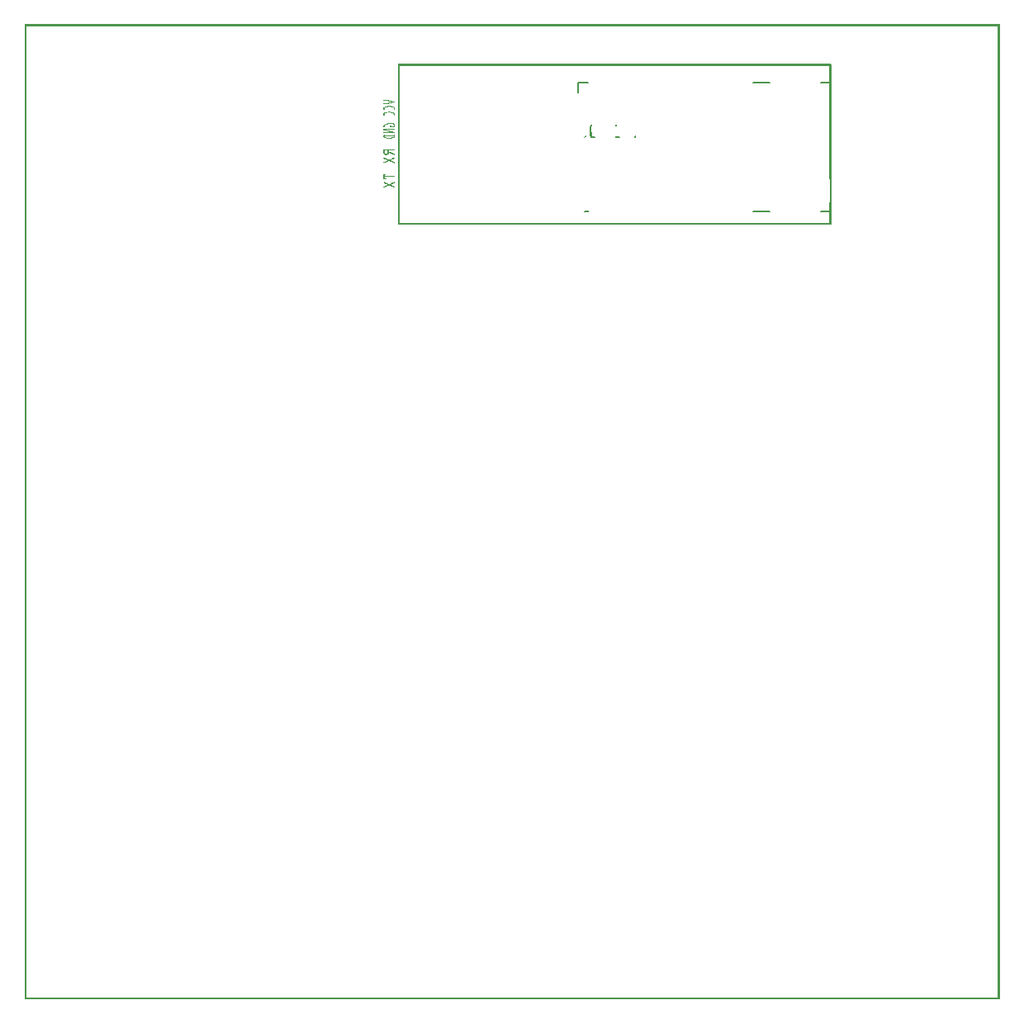
<source format=gbo>
G04 MADE WITH FRITZING*
G04 WWW.FRITZING.ORG*
G04 DOUBLE SIDED*
G04 HOLES PLATED*
G04 CONTOUR ON CENTER OF CONTOUR VECTOR*
%ASAXBY*%
%FSLAX23Y23*%
%MOIN*%
%OFA0B0*%
%SFA1.0B1.0*%
%ADD10C,0.008000*%
%ADD11R,0.001000X0.001000*%
%LNSILK0*%
G90*
G70*
G54D10*
X2941Y3702D02*
X3008Y3702D01*
D02*
X2941Y3182D02*
X3008Y3182D01*
D02*
X2236Y3702D02*
X2236Y3663D01*
D02*
X2236Y3702D02*
X2276Y3702D01*
D02*
X3252Y3182D02*
X3213Y3182D01*
D02*
X3252Y3702D02*
X3252Y3663D01*
D02*
X3252Y3702D02*
X3213Y3702D01*
G54D11*
X0Y3937D02*
X3936Y3937D01*
X0Y3936D02*
X3936Y3936D01*
X0Y3935D02*
X3936Y3935D01*
X0Y3934D02*
X3936Y3934D01*
X0Y3933D02*
X3936Y3933D01*
X0Y3932D02*
X3936Y3932D01*
X0Y3931D02*
X3936Y3931D01*
X0Y3930D02*
X3936Y3930D01*
X0Y3929D02*
X7Y3929D01*
X3929Y3929D02*
X3936Y3929D01*
X0Y3928D02*
X7Y3928D01*
X3929Y3928D02*
X3936Y3928D01*
X0Y3927D02*
X7Y3927D01*
X3929Y3927D02*
X3936Y3927D01*
X0Y3926D02*
X7Y3926D01*
X3929Y3926D02*
X3936Y3926D01*
X0Y3925D02*
X7Y3925D01*
X3929Y3925D02*
X3936Y3925D01*
X0Y3924D02*
X7Y3924D01*
X3929Y3924D02*
X3936Y3924D01*
X0Y3923D02*
X7Y3923D01*
X3929Y3923D02*
X3936Y3923D01*
X0Y3922D02*
X7Y3922D01*
X3929Y3922D02*
X3936Y3922D01*
X0Y3921D02*
X7Y3921D01*
X3929Y3921D02*
X3936Y3921D01*
X0Y3920D02*
X7Y3920D01*
X3929Y3920D02*
X3936Y3920D01*
X0Y3919D02*
X7Y3919D01*
X3929Y3919D02*
X3936Y3919D01*
X0Y3918D02*
X7Y3918D01*
X3929Y3918D02*
X3936Y3918D01*
X0Y3917D02*
X7Y3917D01*
X3929Y3917D02*
X3936Y3917D01*
X0Y3916D02*
X7Y3916D01*
X3929Y3916D02*
X3936Y3916D01*
X0Y3915D02*
X7Y3915D01*
X3929Y3915D02*
X3936Y3915D01*
X0Y3914D02*
X7Y3914D01*
X3929Y3914D02*
X3936Y3914D01*
X0Y3913D02*
X7Y3913D01*
X3929Y3913D02*
X3936Y3913D01*
X0Y3912D02*
X7Y3912D01*
X3929Y3912D02*
X3936Y3912D01*
X0Y3911D02*
X7Y3911D01*
X3929Y3911D02*
X3936Y3911D01*
X0Y3910D02*
X7Y3910D01*
X3929Y3910D02*
X3936Y3910D01*
X0Y3909D02*
X7Y3909D01*
X3929Y3909D02*
X3936Y3909D01*
X0Y3908D02*
X7Y3908D01*
X3929Y3908D02*
X3936Y3908D01*
X0Y3907D02*
X7Y3907D01*
X3929Y3907D02*
X3936Y3907D01*
X0Y3906D02*
X7Y3906D01*
X3929Y3906D02*
X3936Y3906D01*
X0Y3905D02*
X7Y3905D01*
X3929Y3905D02*
X3936Y3905D01*
X0Y3904D02*
X7Y3904D01*
X3929Y3904D02*
X3936Y3904D01*
X0Y3903D02*
X7Y3903D01*
X3929Y3903D02*
X3936Y3903D01*
X0Y3902D02*
X7Y3902D01*
X3929Y3902D02*
X3936Y3902D01*
X0Y3901D02*
X7Y3901D01*
X3929Y3901D02*
X3936Y3901D01*
X0Y3900D02*
X7Y3900D01*
X3929Y3900D02*
X3936Y3900D01*
X0Y3899D02*
X7Y3899D01*
X3929Y3899D02*
X3936Y3899D01*
X0Y3898D02*
X7Y3898D01*
X3929Y3898D02*
X3936Y3898D01*
X0Y3897D02*
X7Y3897D01*
X3929Y3897D02*
X3936Y3897D01*
X0Y3896D02*
X7Y3896D01*
X3929Y3896D02*
X3936Y3896D01*
X0Y3895D02*
X7Y3895D01*
X3929Y3895D02*
X3936Y3895D01*
X0Y3894D02*
X7Y3894D01*
X3929Y3894D02*
X3936Y3894D01*
X0Y3893D02*
X7Y3893D01*
X3929Y3893D02*
X3936Y3893D01*
X0Y3892D02*
X7Y3892D01*
X3929Y3892D02*
X3936Y3892D01*
X0Y3891D02*
X7Y3891D01*
X3929Y3891D02*
X3936Y3891D01*
X0Y3890D02*
X7Y3890D01*
X3929Y3890D02*
X3936Y3890D01*
X0Y3889D02*
X7Y3889D01*
X3929Y3889D02*
X3936Y3889D01*
X0Y3888D02*
X7Y3888D01*
X3929Y3888D02*
X3936Y3888D01*
X0Y3887D02*
X7Y3887D01*
X3929Y3887D02*
X3936Y3887D01*
X0Y3886D02*
X7Y3886D01*
X3929Y3886D02*
X3936Y3886D01*
X0Y3885D02*
X7Y3885D01*
X3929Y3885D02*
X3936Y3885D01*
X0Y3884D02*
X7Y3884D01*
X3929Y3884D02*
X3936Y3884D01*
X0Y3883D02*
X7Y3883D01*
X3929Y3883D02*
X3936Y3883D01*
X0Y3882D02*
X7Y3882D01*
X3929Y3882D02*
X3936Y3882D01*
X0Y3881D02*
X7Y3881D01*
X3929Y3881D02*
X3936Y3881D01*
X0Y3880D02*
X7Y3880D01*
X3929Y3880D02*
X3936Y3880D01*
X0Y3879D02*
X7Y3879D01*
X3929Y3879D02*
X3936Y3879D01*
X0Y3878D02*
X7Y3878D01*
X3929Y3878D02*
X3936Y3878D01*
X0Y3877D02*
X7Y3877D01*
X3929Y3877D02*
X3936Y3877D01*
X0Y3876D02*
X7Y3876D01*
X3929Y3876D02*
X3936Y3876D01*
X0Y3875D02*
X7Y3875D01*
X3929Y3875D02*
X3936Y3875D01*
X0Y3874D02*
X7Y3874D01*
X3929Y3874D02*
X3936Y3874D01*
X0Y3873D02*
X7Y3873D01*
X3929Y3873D02*
X3936Y3873D01*
X0Y3872D02*
X7Y3872D01*
X3929Y3872D02*
X3936Y3872D01*
X0Y3871D02*
X7Y3871D01*
X3929Y3871D02*
X3936Y3871D01*
X0Y3870D02*
X7Y3870D01*
X3929Y3870D02*
X3936Y3870D01*
X0Y3869D02*
X7Y3869D01*
X3929Y3869D02*
X3936Y3869D01*
X0Y3868D02*
X7Y3868D01*
X3929Y3868D02*
X3936Y3868D01*
X0Y3867D02*
X7Y3867D01*
X3929Y3867D02*
X3936Y3867D01*
X0Y3866D02*
X7Y3866D01*
X3929Y3866D02*
X3936Y3866D01*
X0Y3865D02*
X7Y3865D01*
X3929Y3865D02*
X3936Y3865D01*
X0Y3864D02*
X7Y3864D01*
X3929Y3864D02*
X3936Y3864D01*
X0Y3863D02*
X7Y3863D01*
X3929Y3863D02*
X3936Y3863D01*
X0Y3862D02*
X7Y3862D01*
X3929Y3862D02*
X3936Y3862D01*
X0Y3861D02*
X7Y3861D01*
X3929Y3861D02*
X3936Y3861D01*
X0Y3860D02*
X7Y3860D01*
X3929Y3860D02*
X3936Y3860D01*
X0Y3859D02*
X7Y3859D01*
X3929Y3859D02*
X3936Y3859D01*
X0Y3858D02*
X7Y3858D01*
X3929Y3858D02*
X3936Y3858D01*
X0Y3857D02*
X7Y3857D01*
X3929Y3857D02*
X3936Y3857D01*
X0Y3856D02*
X7Y3856D01*
X3929Y3856D02*
X3936Y3856D01*
X0Y3855D02*
X7Y3855D01*
X3929Y3855D02*
X3936Y3855D01*
X0Y3854D02*
X7Y3854D01*
X3929Y3854D02*
X3936Y3854D01*
X0Y3853D02*
X7Y3853D01*
X3929Y3853D02*
X3936Y3853D01*
X0Y3852D02*
X7Y3852D01*
X3929Y3852D02*
X3936Y3852D01*
X0Y3851D02*
X7Y3851D01*
X3929Y3851D02*
X3936Y3851D01*
X0Y3850D02*
X7Y3850D01*
X3929Y3850D02*
X3936Y3850D01*
X0Y3849D02*
X7Y3849D01*
X3929Y3849D02*
X3936Y3849D01*
X0Y3848D02*
X7Y3848D01*
X3929Y3848D02*
X3936Y3848D01*
X0Y3847D02*
X7Y3847D01*
X3929Y3847D02*
X3936Y3847D01*
X0Y3846D02*
X7Y3846D01*
X3929Y3846D02*
X3936Y3846D01*
X0Y3845D02*
X7Y3845D01*
X3929Y3845D02*
X3936Y3845D01*
X0Y3844D02*
X7Y3844D01*
X3929Y3844D02*
X3936Y3844D01*
X0Y3843D02*
X7Y3843D01*
X3929Y3843D02*
X3936Y3843D01*
X0Y3842D02*
X7Y3842D01*
X3929Y3842D02*
X3936Y3842D01*
X0Y3841D02*
X7Y3841D01*
X3929Y3841D02*
X3936Y3841D01*
X0Y3840D02*
X7Y3840D01*
X3929Y3840D02*
X3936Y3840D01*
X0Y3839D02*
X7Y3839D01*
X3929Y3839D02*
X3936Y3839D01*
X0Y3838D02*
X7Y3838D01*
X3929Y3838D02*
X3936Y3838D01*
X0Y3837D02*
X7Y3837D01*
X3929Y3837D02*
X3936Y3837D01*
X0Y3836D02*
X7Y3836D01*
X3929Y3836D02*
X3936Y3836D01*
X0Y3835D02*
X7Y3835D01*
X3929Y3835D02*
X3936Y3835D01*
X0Y3834D02*
X7Y3834D01*
X3929Y3834D02*
X3936Y3834D01*
X0Y3833D02*
X7Y3833D01*
X3929Y3833D02*
X3936Y3833D01*
X0Y3832D02*
X7Y3832D01*
X3929Y3832D02*
X3936Y3832D01*
X0Y3831D02*
X7Y3831D01*
X3929Y3831D02*
X3936Y3831D01*
X0Y3830D02*
X7Y3830D01*
X3929Y3830D02*
X3936Y3830D01*
X0Y3829D02*
X7Y3829D01*
X3929Y3829D02*
X3936Y3829D01*
X0Y3828D02*
X7Y3828D01*
X3929Y3828D02*
X3936Y3828D01*
X0Y3827D02*
X7Y3827D01*
X3929Y3827D02*
X3936Y3827D01*
X0Y3826D02*
X7Y3826D01*
X3929Y3826D02*
X3936Y3826D01*
X0Y3825D02*
X7Y3825D01*
X3929Y3825D02*
X3936Y3825D01*
X0Y3824D02*
X7Y3824D01*
X3929Y3824D02*
X3936Y3824D01*
X0Y3823D02*
X7Y3823D01*
X3929Y3823D02*
X3936Y3823D01*
X0Y3822D02*
X7Y3822D01*
X3929Y3822D02*
X3936Y3822D01*
X0Y3821D02*
X7Y3821D01*
X3929Y3821D02*
X3936Y3821D01*
X0Y3820D02*
X7Y3820D01*
X3929Y3820D02*
X3936Y3820D01*
X0Y3819D02*
X7Y3819D01*
X3929Y3819D02*
X3936Y3819D01*
X0Y3818D02*
X7Y3818D01*
X3929Y3818D02*
X3936Y3818D01*
X0Y3817D02*
X7Y3817D01*
X3929Y3817D02*
X3936Y3817D01*
X0Y3816D02*
X7Y3816D01*
X3929Y3816D02*
X3936Y3816D01*
X0Y3815D02*
X7Y3815D01*
X3929Y3815D02*
X3936Y3815D01*
X0Y3814D02*
X7Y3814D01*
X3929Y3814D02*
X3936Y3814D01*
X0Y3813D02*
X7Y3813D01*
X3929Y3813D02*
X3936Y3813D01*
X0Y3812D02*
X7Y3812D01*
X3929Y3812D02*
X3936Y3812D01*
X0Y3811D02*
X7Y3811D01*
X3929Y3811D02*
X3936Y3811D01*
X0Y3810D02*
X7Y3810D01*
X3929Y3810D02*
X3936Y3810D01*
X0Y3809D02*
X7Y3809D01*
X3929Y3809D02*
X3936Y3809D01*
X0Y3808D02*
X7Y3808D01*
X3929Y3808D02*
X3936Y3808D01*
X0Y3807D02*
X7Y3807D01*
X3929Y3807D02*
X3936Y3807D01*
X0Y3806D02*
X7Y3806D01*
X3929Y3806D02*
X3936Y3806D01*
X0Y3805D02*
X7Y3805D01*
X3929Y3805D02*
X3936Y3805D01*
X0Y3804D02*
X7Y3804D01*
X3929Y3804D02*
X3936Y3804D01*
X0Y3803D02*
X7Y3803D01*
X3929Y3803D02*
X3936Y3803D01*
X0Y3802D02*
X7Y3802D01*
X3929Y3802D02*
X3936Y3802D01*
X0Y3801D02*
X7Y3801D01*
X3929Y3801D02*
X3936Y3801D01*
X0Y3800D02*
X7Y3800D01*
X3929Y3800D02*
X3936Y3800D01*
X0Y3799D02*
X7Y3799D01*
X3929Y3799D02*
X3936Y3799D01*
X0Y3798D02*
X7Y3798D01*
X3929Y3798D02*
X3936Y3798D01*
X0Y3797D02*
X7Y3797D01*
X3929Y3797D02*
X3936Y3797D01*
X0Y3796D02*
X7Y3796D01*
X3929Y3796D02*
X3936Y3796D01*
X0Y3795D02*
X7Y3795D01*
X3929Y3795D02*
X3936Y3795D01*
X0Y3794D02*
X7Y3794D01*
X3929Y3794D02*
X3936Y3794D01*
X0Y3793D02*
X7Y3793D01*
X3929Y3793D02*
X3936Y3793D01*
X0Y3792D02*
X7Y3792D01*
X3929Y3792D02*
X3936Y3792D01*
X0Y3791D02*
X7Y3791D01*
X3929Y3791D02*
X3936Y3791D01*
X0Y3790D02*
X7Y3790D01*
X3929Y3790D02*
X3936Y3790D01*
X0Y3789D02*
X7Y3789D01*
X3929Y3789D02*
X3936Y3789D01*
X0Y3788D02*
X7Y3788D01*
X3929Y3788D02*
X3936Y3788D01*
X0Y3787D02*
X7Y3787D01*
X3929Y3787D02*
X3936Y3787D01*
X0Y3786D02*
X7Y3786D01*
X3929Y3786D02*
X3936Y3786D01*
X0Y3785D02*
X7Y3785D01*
X3929Y3785D02*
X3936Y3785D01*
X0Y3784D02*
X7Y3784D01*
X3929Y3784D02*
X3936Y3784D01*
X0Y3783D02*
X7Y3783D01*
X3929Y3783D02*
X3936Y3783D01*
X0Y3782D02*
X7Y3782D01*
X3929Y3782D02*
X3936Y3782D01*
X0Y3781D02*
X7Y3781D01*
X3929Y3781D02*
X3936Y3781D01*
X0Y3780D02*
X7Y3780D01*
X3929Y3780D02*
X3936Y3780D01*
X0Y3779D02*
X7Y3779D01*
X3929Y3779D02*
X3936Y3779D01*
X0Y3778D02*
X7Y3778D01*
X3929Y3778D02*
X3936Y3778D01*
X0Y3777D02*
X7Y3777D01*
X1507Y3777D02*
X3255Y3777D01*
X3929Y3777D02*
X3936Y3777D01*
X0Y3776D02*
X7Y3776D01*
X1507Y3776D02*
X3256Y3776D01*
X3929Y3776D02*
X3936Y3776D01*
X0Y3775D02*
X7Y3775D01*
X1507Y3775D02*
X3256Y3775D01*
X3929Y3775D02*
X3936Y3775D01*
X0Y3774D02*
X7Y3774D01*
X1507Y3774D02*
X3256Y3774D01*
X3929Y3774D02*
X3936Y3774D01*
X0Y3773D02*
X7Y3773D01*
X1507Y3773D02*
X3256Y3773D01*
X3929Y3773D02*
X3936Y3773D01*
X0Y3772D02*
X7Y3772D01*
X1507Y3772D02*
X3256Y3772D01*
X3929Y3772D02*
X3936Y3772D01*
X0Y3771D02*
X7Y3771D01*
X1507Y3771D02*
X3256Y3771D01*
X3929Y3771D02*
X3936Y3771D01*
X0Y3770D02*
X7Y3770D01*
X1507Y3770D02*
X3256Y3770D01*
X3929Y3770D02*
X3936Y3770D01*
X0Y3769D02*
X7Y3769D01*
X1507Y3769D02*
X1514Y3769D01*
X3248Y3769D02*
X3256Y3769D01*
X3929Y3769D02*
X3936Y3769D01*
X0Y3768D02*
X7Y3768D01*
X1507Y3768D02*
X1514Y3768D01*
X3249Y3768D02*
X3256Y3768D01*
X3929Y3768D02*
X3936Y3768D01*
X0Y3767D02*
X7Y3767D01*
X1507Y3767D02*
X1514Y3767D01*
X3249Y3767D02*
X3256Y3767D01*
X3929Y3767D02*
X3936Y3767D01*
X0Y3766D02*
X7Y3766D01*
X1507Y3766D02*
X1514Y3766D01*
X3249Y3766D02*
X3256Y3766D01*
X3929Y3766D02*
X3936Y3766D01*
X0Y3765D02*
X7Y3765D01*
X1507Y3765D02*
X1514Y3765D01*
X3249Y3765D02*
X3256Y3765D01*
X3929Y3765D02*
X3936Y3765D01*
X0Y3764D02*
X7Y3764D01*
X1507Y3764D02*
X1514Y3764D01*
X3249Y3764D02*
X3256Y3764D01*
X3929Y3764D02*
X3936Y3764D01*
X0Y3763D02*
X7Y3763D01*
X1507Y3763D02*
X1514Y3763D01*
X3249Y3763D02*
X3256Y3763D01*
X3929Y3763D02*
X3936Y3763D01*
X0Y3762D02*
X7Y3762D01*
X1507Y3762D02*
X1514Y3762D01*
X3249Y3762D02*
X3256Y3762D01*
X3929Y3762D02*
X3936Y3762D01*
X0Y3761D02*
X7Y3761D01*
X1507Y3761D02*
X1514Y3761D01*
X3249Y3761D02*
X3256Y3761D01*
X3929Y3761D02*
X3936Y3761D01*
X0Y3760D02*
X7Y3760D01*
X1507Y3760D02*
X1514Y3760D01*
X3249Y3760D02*
X3256Y3760D01*
X3929Y3760D02*
X3936Y3760D01*
X0Y3759D02*
X7Y3759D01*
X1507Y3759D02*
X1514Y3759D01*
X3249Y3759D02*
X3256Y3759D01*
X3929Y3759D02*
X3936Y3759D01*
X0Y3758D02*
X7Y3758D01*
X1507Y3758D02*
X1514Y3758D01*
X3249Y3758D02*
X3256Y3758D01*
X3929Y3758D02*
X3936Y3758D01*
X0Y3757D02*
X7Y3757D01*
X1507Y3757D02*
X1514Y3757D01*
X3249Y3757D02*
X3256Y3757D01*
X3929Y3757D02*
X3936Y3757D01*
X0Y3756D02*
X7Y3756D01*
X1507Y3756D02*
X1514Y3756D01*
X3249Y3756D02*
X3256Y3756D01*
X3929Y3756D02*
X3936Y3756D01*
X0Y3755D02*
X7Y3755D01*
X1507Y3755D02*
X1514Y3755D01*
X3249Y3755D02*
X3256Y3755D01*
X3929Y3755D02*
X3936Y3755D01*
X0Y3754D02*
X7Y3754D01*
X1507Y3754D02*
X1514Y3754D01*
X3249Y3754D02*
X3256Y3754D01*
X3929Y3754D02*
X3936Y3754D01*
X0Y3753D02*
X7Y3753D01*
X1507Y3753D02*
X1514Y3753D01*
X3249Y3753D02*
X3256Y3753D01*
X3929Y3753D02*
X3936Y3753D01*
X0Y3752D02*
X7Y3752D01*
X1507Y3752D02*
X1514Y3752D01*
X3249Y3752D02*
X3256Y3752D01*
X3929Y3752D02*
X3936Y3752D01*
X0Y3751D02*
X7Y3751D01*
X1507Y3751D02*
X1514Y3751D01*
X3249Y3751D02*
X3256Y3751D01*
X3929Y3751D02*
X3936Y3751D01*
X0Y3750D02*
X7Y3750D01*
X1507Y3750D02*
X1514Y3750D01*
X3249Y3750D02*
X3256Y3750D01*
X3929Y3750D02*
X3936Y3750D01*
X0Y3749D02*
X7Y3749D01*
X1507Y3749D02*
X1514Y3749D01*
X3249Y3749D02*
X3256Y3749D01*
X3929Y3749D02*
X3936Y3749D01*
X0Y3748D02*
X7Y3748D01*
X1507Y3748D02*
X1514Y3748D01*
X3249Y3748D02*
X3256Y3748D01*
X3929Y3748D02*
X3936Y3748D01*
X0Y3747D02*
X7Y3747D01*
X1507Y3747D02*
X1514Y3747D01*
X3249Y3747D02*
X3256Y3747D01*
X3929Y3747D02*
X3936Y3747D01*
X0Y3746D02*
X7Y3746D01*
X1507Y3746D02*
X1514Y3746D01*
X3249Y3746D02*
X3256Y3746D01*
X3929Y3746D02*
X3936Y3746D01*
X0Y3745D02*
X7Y3745D01*
X1507Y3745D02*
X1514Y3745D01*
X3249Y3745D02*
X3256Y3745D01*
X3929Y3745D02*
X3936Y3745D01*
X0Y3744D02*
X7Y3744D01*
X1507Y3744D02*
X1514Y3744D01*
X3249Y3744D02*
X3256Y3744D01*
X3929Y3744D02*
X3936Y3744D01*
X0Y3743D02*
X7Y3743D01*
X1507Y3743D02*
X1514Y3743D01*
X3249Y3743D02*
X3256Y3743D01*
X3929Y3743D02*
X3936Y3743D01*
X0Y3742D02*
X7Y3742D01*
X1507Y3742D02*
X1514Y3742D01*
X3249Y3742D02*
X3256Y3742D01*
X3929Y3742D02*
X3936Y3742D01*
X0Y3741D02*
X7Y3741D01*
X1507Y3741D02*
X1514Y3741D01*
X3249Y3741D02*
X3256Y3741D01*
X3929Y3741D02*
X3936Y3741D01*
X0Y3740D02*
X7Y3740D01*
X1507Y3740D02*
X1514Y3740D01*
X3249Y3740D02*
X3256Y3740D01*
X3929Y3740D02*
X3936Y3740D01*
X0Y3739D02*
X7Y3739D01*
X1507Y3739D02*
X1514Y3739D01*
X3249Y3739D02*
X3256Y3739D01*
X3929Y3739D02*
X3936Y3739D01*
X0Y3738D02*
X7Y3738D01*
X1507Y3738D02*
X1514Y3738D01*
X3249Y3738D02*
X3256Y3738D01*
X3929Y3738D02*
X3936Y3738D01*
X0Y3737D02*
X7Y3737D01*
X1507Y3737D02*
X1514Y3737D01*
X3249Y3737D02*
X3256Y3737D01*
X3929Y3737D02*
X3936Y3737D01*
X0Y3736D02*
X7Y3736D01*
X1507Y3736D02*
X1514Y3736D01*
X3249Y3736D02*
X3256Y3736D01*
X3929Y3736D02*
X3936Y3736D01*
X0Y3735D02*
X7Y3735D01*
X1507Y3735D02*
X1514Y3735D01*
X3249Y3735D02*
X3256Y3735D01*
X3929Y3735D02*
X3936Y3735D01*
X0Y3734D02*
X7Y3734D01*
X1507Y3734D02*
X1514Y3734D01*
X3249Y3734D02*
X3256Y3734D01*
X3929Y3734D02*
X3936Y3734D01*
X0Y3733D02*
X7Y3733D01*
X1507Y3733D02*
X1514Y3733D01*
X3249Y3733D02*
X3256Y3733D01*
X3929Y3733D02*
X3936Y3733D01*
X0Y3732D02*
X7Y3732D01*
X1507Y3732D02*
X1514Y3732D01*
X3249Y3732D02*
X3256Y3732D01*
X3929Y3732D02*
X3936Y3732D01*
X0Y3731D02*
X7Y3731D01*
X1507Y3731D02*
X1514Y3731D01*
X3249Y3731D02*
X3256Y3731D01*
X3929Y3731D02*
X3936Y3731D01*
X0Y3730D02*
X7Y3730D01*
X1507Y3730D02*
X1514Y3730D01*
X3249Y3730D02*
X3256Y3730D01*
X3929Y3730D02*
X3936Y3730D01*
X0Y3729D02*
X7Y3729D01*
X1507Y3729D02*
X1514Y3729D01*
X3249Y3729D02*
X3256Y3729D01*
X3929Y3729D02*
X3936Y3729D01*
X0Y3728D02*
X7Y3728D01*
X1507Y3728D02*
X1514Y3728D01*
X3249Y3728D02*
X3256Y3728D01*
X3929Y3728D02*
X3936Y3728D01*
X0Y3727D02*
X7Y3727D01*
X1507Y3727D02*
X1514Y3727D01*
X3249Y3727D02*
X3256Y3727D01*
X3929Y3727D02*
X3936Y3727D01*
X0Y3726D02*
X7Y3726D01*
X1507Y3726D02*
X1514Y3726D01*
X3249Y3726D02*
X3256Y3726D01*
X3929Y3726D02*
X3936Y3726D01*
X0Y3725D02*
X7Y3725D01*
X1507Y3725D02*
X1514Y3725D01*
X3249Y3725D02*
X3256Y3725D01*
X3929Y3725D02*
X3936Y3725D01*
X0Y3724D02*
X7Y3724D01*
X1507Y3724D02*
X1514Y3724D01*
X3249Y3724D02*
X3256Y3724D01*
X3929Y3724D02*
X3936Y3724D01*
X0Y3723D02*
X7Y3723D01*
X1507Y3723D02*
X1514Y3723D01*
X3249Y3723D02*
X3256Y3723D01*
X3929Y3723D02*
X3936Y3723D01*
X0Y3722D02*
X7Y3722D01*
X1507Y3722D02*
X1514Y3722D01*
X3249Y3722D02*
X3256Y3722D01*
X3929Y3722D02*
X3936Y3722D01*
X0Y3721D02*
X7Y3721D01*
X1507Y3721D02*
X1514Y3721D01*
X3249Y3721D02*
X3256Y3721D01*
X3929Y3721D02*
X3936Y3721D01*
X0Y3720D02*
X7Y3720D01*
X1507Y3720D02*
X1514Y3720D01*
X3249Y3720D02*
X3256Y3720D01*
X3929Y3720D02*
X3936Y3720D01*
X0Y3719D02*
X7Y3719D01*
X1507Y3719D02*
X1514Y3719D01*
X3249Y3719D02*
X3256Y3719D01*
X3929Y3719D02*
X3936Y3719D01*
X0Y3718D02*
X7Y3718D01*
X1507Y3718D02*
X1514Y3718D01*
X3249Y3718D02*
X3256Y3718D01*
X3929Y3718D02*
X3936Y3718D01*
X0Y3717D02*
X7Y3717D01*
X1507Y3717D02*
X1514Y3717D01*
X3249Y3717D02*
X3256Y3717D01*
X3929Y3717D02*
X3936Y3717D01*
X0Y3716D02*
X7Y3716D01*
X1507Y3716D02*
X1514Y3716D01*
X3249Y3716D02*
X3256Y3716D01*
X3929Y3716D02*
X3936Y3716D01*
X0Y3715D02*
X7Y3715D01*
X1507Y3715D02*
X1514Y3715D01*
X3249Y3715D02*
X3256Y3715D01*
X3929Y3715D02*
X3936Y3715D01*
X0Y3714D02*
X7Y3714D01*
X1507Y3714D02*
X1514Y3714D01*
X3249Y3714D02*
X3256Y3714D01*
X3929Y3714D02*
X3936Y3714D01*
X0Y3713D02*
X7Y3713D01*
X1507Y3713D02*
X1514Y3713D01*
X3249Y3713D02*
X3256Y3713D01*
X3929Y3713D02*
X3936Y3713D01*
X0Y3712D02*
X7Y3712D01*
X1507Y3712D02*
X1514Y3712D01*
X3249Y3712D02*
X3256Y3712D01*
X3929Y3712D02*
X3936Y3712D01*
X0Y3711D02*
X7Y3711D01*
X1507Y3711D02*
X1514Y3711D01*
X3249Y3711D02*
X3256Y3711D01*
X3929Y3711D02*
X3936Y3711D01*
X0Y3710D02*
X7Y3710D01*
X1507Y3710D02*
X1514Y3710D01*
X3249Y3710D02*
X3256Y3710D01*
X3929Y3710D02*
X3936Y3710D01*
X0Y3709D02*
X7Y3709D01*
X1507Y3709D02*
X1514Y3709D01*
X3249Y3709D02*
X3256Y3709D01*
X3929Y3709D02*
X3936Y3709D01*
X0Y3708D02*
X7Y3708D01*
X1507Y3708D02*
X1514Y3708D01*
X3249Y3708D02*
X3256Y3708D01*
X3929Y3708D02*
X3936Y3708D01*
X0Y3707D02*
X7Y3707D01*
X1507Y3707D02*
X1514Y3707D01*
X3249Y3707D02*
X3256Y3707D01*
X3929Y3707D02*
X3936Y3707D01*
X0Y3706D02*
X7Y3706D01*
X1507Y3706D02*
X1514Y3706D01*
X3249Y3706D02*
X3256Y3706D01*
X3929Y3706D02*
X3936Y3706D01*
X0Y3705D02*
X7Y3705D01*
X1507Y3705D02*
X1514Y3705D01*
X3249Y3705D02*
X3256Y3705D01*
X3929Y3705D02*
X3936Y3705D01*
X0Y3704D02*
X7Y3704D01*
X1507Y3704D02*
X1514Y3704D01*
X3249Y3704D02*
X3256Y3704D01*
X3929Y3704D02*
X3936Y3704D01*
X0Y3703D02*
X7Y3703D01*
X1507Y3703D02*
X1514Y3703D01*
X3249Y3703D02*
X3256Y3703D01*
X3929Y3703D02*
X3936Y3703D01*
X0Y3702D02*
X7Y3702D01*
X1507Y3702D02*
X1514Y3702D01*
X3249Y3702D02*
X3256Y3702D01*
X3929Y3702D02*
X3936Y3702D01*
X0Y3701D02*
X7Y3701D01*
X1507Y3701D02*
X1514Y3701D01*
X3249Y3701D02*
X3256Y3701D01*
X3929Y3701D02*
X3936Y3701D01*
X0Y3700D02*
X7Y3700D01*
X1507Y3700D02*
X1514Y3700D01*
X3249Y3700D02*
X3256Y3700D01*
X3929Y3700D02*
X3936Y3700D01*
X0Y3699D02*
X7Y3699D01*
X1507Y3699D02*
X1514Y3699D01*
X3249Y3699D02*
X3256Y3699D01*
X3929Y3699D02*
X3936Y3699D01*
X0Y3698D02*
X7Y3698D01*
X1507Y3698D02*
X1514Y3698D01*
X3249Y3698D02*
X3256Y3698D01*
X3929Y3698D02*
X3936Y3698D01*
X0Y3697D02*
X7Y3697D01*
X1507Y3697D02*
X1514Y3697D01*
X3249Y3697D02*
X3256Y3697D01*
X3929Y3697D02*
X3936Y3697D01*
X0Y3696D02*
X7Y3696D01*
X1507Y3696D02*
X1514Y3696D01*
X3249Y3696D02*
X3256Y3696D01*
X3929Y3696D02*
X3936Y3696D01*
X0Y3695D02*
X7Y3695D01*
X1507Y3695D02*
X1514Y3695D01*
X3249Y3695D02*
X3256Y3695D01*
X3929Y3695D02*
X3936Y3695D01*
X0Y3694D02*
X7Y3694D01*
X1507Y3694D02*
X1514Y3694D01*
X3249Y3694D02*
X3256Y3694D01*
X3929Y3694D02*
X3936Y3694D01*
X0Y3693D02*
X7Y3693D01*
X1507Y3693D02*
X1514Y3693D01*
X3249Y3693D02*
X3256Y3693D01*
X3929Y3693D02*
X3936Y3693D01*
X0Y3692D02*
X7Y3692D01*
X1507Y3692D02*
X1514Y3692D01*
X3249Y3692D02*
X3256Y3692D01*
X3929Y3692D02*
X3936Y3692D01*
X0Y3691D02*
X7Y3691D01*
X1507Y3691D02*
X1514Y3691D01*
X3249Y3691D02*
X3256Y3691D01*
X3929Y3691D02*
X3936Y3691D01*
X0Y3690D02*
X7Y3690D01*
X1507Y3690D02*
X1514Y3690D01*
X3249Y3690D02*
X3256Y3690D01*
X3929Y3690D02*
X3936Y3690D01*
X0Y3689D02*
X7Y3689D01*
X1507Y3689D02*
X1514Y3689D01*
X3249Y3689D02*
X3256Y3689D01*
X3929Y3689D02*
X3936Y3689D01*
X0Y3688D02*
X7Y3688D01*
X1507Y3688D02*
X1514Y3688D01*
X3249Y3688D02*
X3256Y3688D01*
X3929Y3688D02*
X3936Y3688D01*
X0Y3687D02*
X7Y3687D01*
X1507Y3687D02*
X1514Y3687D01*
X3249Y3687D02*
X3256Y3687D01*
X3929Y3687D02*
X3936Y3687D01*
X0Y3686D02*
X7Y3686D01*
X1507Y3686D02*
X1514Y3686D01*
X3249Y3686D02*
X3256Y3686D01*
X3929Y3686D02*
X3936Y3686D01*
X0Y3685D02*
X7Y3685D01*
X1507Y3685D02*
X1514Y3685D01*
X3249Y3685D02*
X3256Y3685D01*
X3929Y3685D02*
X3936Y3685D01*
X0Y3684D02*
X7Y3684D01*
X1507Y3684D02*
X1514Y3684D01*
X3249Y3684D02*
X3256Y3684D01*
X3929Y3684D02*
X3936Y3684D01*
X0Y3683D02*
X7Y3683D01*
X1507Y3683D02*
X1514Y3683D01*
X3249Y3683D02*
X3256Y3683D01*
X3929Y3683D02*
X3936Y3683D01*
X0Y3682D02*
X7Y3682D01*
X1507Y3682D02*
X1514Y3682D01*
X3249Y3682D02*
X3256Y3682D01*
X3929Y3682D02*
X3936Y3682D01*
X0Y3681D02*
X7Y3681D01*
X1507Y3681D02*
X1514Y3681D01*
X3249Y3681D02*
X3256Y3681D01*
X3929Y3681D02*
X3936Y3681D01*
X0Y3680D02*
X7Y3680D01*
X1507Y3680D02*
X1514Y3680D01*
X3249Y3680D02*
X3256Y3680D01*
X3929Y3680D02*
X3936Y3680D01*
X0Y3679D02*
X7Y3679D01*
X1507Y3679D02*
X1514Y3679D01*
X3249Y3679D02*
X3256Y3679D01*
X3929Y3679D02*
X3936Y3679D01*
X0Y3678D02*
X7Y3678D01*
X1507Y3678D02*
X1514Y3678D01*
X3249Y3678D02*
X3256Y3678D01*
X3929Y3678D02*
X3936Y3678D01*
X0Y3677D02*
X7Y3677D01*
X1507Y3677D02*
X1514Y3677D01*
X3249Y3677D02*
X3256Y3677D01*
X3929Y3677D02*
X3936Y3677D01*
X0Y3676D02*
X7Y3676D01*
X1507Y3676D02*
X1514Y3676D01*
X3249Y3676D02*
X3256Y3676D01*
X3929Y3676D02*
X3936Y3676D01*
X0Y3675D02*
X7Y3675D01*
X1507Y3675D02*
X1514Y3675D01*
X3249Y3675D02*
X3256Y3675D01*
X3929Y3675D02*
X3936Y3675D01*
X0Y3674D02*
X7Y3674D01*
X1507Y3674D02*
X1514Y3674D01*
X3249Y3674D02*
X3256Y3674D01*
X3929Y3674D02*
X3936Y3674D01*
X0Y3673D02*
X7Y3673D01*
X1507Y3673D02*
X1514Y3673D01*
X3249Y3673D02*
X3256Y3673D01*
X3929Y3673D02*
X3936Y3673D01*
X0Y3672D02*
X7Y3672D01*
X1507Y3672D02*
X1514Y3672D01*
X3249Y3672D02*
X3256Y3672D01*
X3929Y3672D02*
X3936Y3672D01*
X0Y3671D02*
X7Y3671D01*
X1507Y3671D02*
X1514Y3671D01*
X3249Y3671D02*
X3256Y3671D01*
X3929Y3671D02*
X3936Y3671D01*
X0Y3670D02*
X7Y3670D01*
X1507Y3670D02*
X1514Y3670D01*
X3249Y3670D02*
X3256Y3670D01*
X3929Y3670D02*
X3936Y3670D01*
X0Y3669D02*
X7Y3669D01*
X1507Y3669D02*
X1514Y3669D01*
X3249Y3669D02*
X3256Y3669D01*
X3929Y3669D02*
X3936Y3669D01*
X0Y3668D02*
X7Y3668D01*
X1507Y3668D02*
X1514Y3668D01*
X3249Y3668D02*
X3256Y3668D01*
X3929Y3668D02*
X3936Y3668D01*
X0Y3667D02*
X7Y3667D01*
X1507Y3667D02*
X1514Y3667D01*
X3249Y3667D02*
X3256Y3667D01*
X3929Y3667D02*
X3936Y3667D01*
X0Y3666D02*
X7Y3666D01*
X1507Y3666D02*
X1514Y3666D01*
X3249Y3666D02*
X3256Y3666D01*
X3929Y3666D02*
X3936Y3666D01*
X0Y3665D02*
X7Y3665D01*
X1507Y3665D02*
X1514Y3665D01*
X3249Y3665D02*
X3256Y3665D01*
X3929Y3665D02*
X3936Y3665D01*
X0Y3664D02*
X7Y3664D01*
X1507Y3664D02*
X1514Y3664D01*
X3249Y3664D02*
X3256Y3664D01*
X3929Y3664D02*
X3936Y3664D01*
X0Y3663D02*
X7Y3663D01*
X1507Y3663D02*
X1514Y3663D01*
X3249Y3663D02*
X3256Y3663D01*
X3929Y3663D02*
X3936Y3663D01*
X0Y3662D02*
X7Y3662D01*
X1507Y3662D02*
X1514Y3662D01*
X3249Y3662D02*
X3256Y3662D01*
X3929Y3662D02*
X3936Y3662D01*
X0Y3661D02*
X7Y3661D01*
X1507Y3661D02*
X1514Y3661D01*
X3249Y3661D02*
X3256Y3661D01*
X3929Y3661D02*
X3936Y3661D01*
X0Y3660D02*
X7Y3660D01*
X1507Y3660D02*
X1514Y3660D01*
X3249Y3660D02*
X3256Y3660D01*
X3929Y3660D02*
X3936Y3660D01*
X0Y3659D02*
X7Y3659D01*
X1507Y3659D02*
X1514Y3659D01*
X3249Y3659D02*
X3256Y3659D01*
X3929Y3659D02*
X3936Y3659D01*
X0Y3658D02*
X7Y3658D01*
X1507Y3658D02*
X1514Y3658D01*
X3249Y3658D02*
X3256Y3658D01*
X3929Y3658D02*
X3936Y3658D01*
X0Y3657D02*
X7Y3657D01*
X1507Y3657D02*
X1514Y3657D01*
X3249Y3657D02*
X3256Y3657D01*
X3929Y3657D02*
X3936Y3657D01*
X0Y3656D02*
X7Y3656D01*
X1507Y3656D02*
X1514Y3656D01*
X3249Y3656D02*
X3256Y3656D01*
X3929Y3656D02*
X3936Y3656D01*
X0Y3655D02*
X7Y3655D01*
X1507Y3655D02*
X1514Y3655D01*
X3249Y3655D02*
X3256Y3655D01*
X3929Y3655D02*
X3936Y3655D01*
X0Y3654D02*
X7Y3654D01*
X1507Y3654D02*
X1514Y3654D01*
X3249Y3654D02*
X3256Y3654D01*
X3929Y3654D02*
X3936Y3654D01*
X0Y3653D02*
X7Y3653D01*
X1507Y3653D02*
X1514Y3653D01*
X3249Y3653D02*
X3256Y3653D01*
X3929Y3653D02*
X3936Y3653D01*
X0Y3652D02*
X7Y3652D01*
X1507Y3652D02*
X1514Y3652D01*
X3249Y3652D02*
X3256Y3652D01*
X3929Y3652D02*
X3936Y3652D01*
X0Y3651D02*
X7Y3651D01*
X1507Y3651D02*
X1514Y3651D01*
X3249Y3651D02*
X3256Y3651D01*
X3929Y3651D02*
X3936Y3651D01*
X0Y3650D02*
X7Y3650D01*
X1507Y3650D02*
X1514Y3650D01*
X3249Y3650D02*
X3256Y3650D01*
X3929Y3650D02*
X3936Y3650D01*
X0Y3649D02*
X7Y3649D01*
X1507Y3649D02*
X1514Y3649D01*
X3249Y3649D02*
X3256Y3649D01*
X3929Y3649D02*
X3936Y3649D01*
X0Y3648D02*
X7Y3648D01*
X1507Y3648D02*
X1514Y3648D01*
X3249Y3648D02*
X3256Y3648D01*
X3929Y3648D02*
X3936Y3648D01*
X0Y3647D02*
X7Y3647D01*
X1507Y3647D02*
X1514Y3647D01*
X3249Y3647D02*
X3256Y3647D01*
X3929Y3647D02*
X3936Y3647D01*
X0Y3646D02*
X7Y3646D01*
X1507Y3646D02*
X1514Y3646D01*
X3249Y3646D02*
X3256Y3646D01*
X3929Y3646D02*
X3936Y3646D01*
X0Y3645D02*
X7Y3645D01*
X1507Y3645D02*
X1514Y3645D01*
X3249Y3645D02*
X3256Y3645D01*
X3929Y3645D02*
X3936Y3645D01*
X0Y3644D02*
X7Y3644D01*
X1507Y3644D02*
X1514Y3644D01*
X3249Y3644D02*
X3256Y3644D01*
X3929Y3644D02*
X3936Y3644D01*
X0Y3643D02*
X7Y3643D01*
X1507Y3643D02*
X1514Y3643D01*
X3249Y3643D02*
X3256Y3643D01*
X3929Y3643D02*
X3936Y3643D01*
X0Y3642D02*
X7Y3642D01*
X1507Y3642D02*
X1514Y3642D01*
X3249Y3642D02*
X3256Y3642D01*
X3929Y3642D02*
X3936Y3642D01*
X0Y3641D02*
X7Y3641D01*
X1507Y3641D02*
X1514Y3641D01*
X3249Y3641D02*
X3256Y3641D01*
X3929Y3641D02*
X3936Y3641D01*
X0Y3640D02*
X7Y3640D01*
X1507Y3640D02*
X1514Y3640D01*
X3249Y3640D02*
X3256Y3640D01*
X3929Y3640D02*
X3936Y3640D01*
X0Y3639D02*
X7Y3639D01*
X1507Y3639D02*
X1514Y3639D01*
X3249Y3639D02*
X3256Y3639D01*
X3929Y3639D02*
X3936Y3639D01*
X0Y3638D02*
X7Y3638D01*
X1507Y3638D02*
X1514Y3638D01*
X3249Y3638D02*
X3256Y3638D01*
X3929Y3638D02*
X3936Y3638D01*
X0Y3637D02*
X7Y3637D01*
X1507Y3637D02*
X1514Y3637D01*
X3249Y3637D02*
X3256Y3637D01*
X3929Y3637D02*
X3936Y3637D01*
X0Y3636D02*
X7Y3636D01*
X1507Y3636D02*
X1514Y3636D01*
X3249Y3636D02*
X3256Y3636D01*
X3929Y3636D02*
X3936Y3636D01*
X0Y3635D02*
X7Y3635D01*
X1507Y3635D02*
X1514Y3635D01*
X3249Y3635D02*
X3256Y3635D01*
X3929Y3635D02*
X3936Y3635D01*
X0Y3634D02*
X7Y3634D01*
X1507Y3634D02*
X1514Y3634D01*
X3249Y3634D02*
X3256Y3634D01*
X3929Y3634D02*
X3936Y3634D01*
X0Y3633D02*
X7Y3633D01*
X1507Y3633D02*
X1514Y3633D01*
X3249Y3633D02*
X3256Y3633D01*
X3929Y3633D02*
X3936Y3633D01*
X0Y3632D02*
X7Y3632D01*
X1507Y3632D02*
X1514Y3632D01*
X3249Y3632D02*
X3256Y3632D01*
X3929Y3632D02*
X3936Y3632D01*
X0Y3631D02*
X7Y3631D01*
X1450Y3631D02*
X1465Y3631D01*
X1507Y3631D02*
X1514Y3631D01*
X3249Y3631D02*
X3256Y3631D01*
X3929Y3631D02*
X3936Y3631D01*
X0Y3630D02*
X7Y3630D01*
X1449Y3630D02*
X1469Y3630D01*
X1507Y3630D02*
X1514Y3630D01*
X3249Y3630D02*
X3256Y3630D01*
X3929Y3630D02*
X3936Y3630D01*
X0Y3629D02*
X7Y3629D01*
X1449Y3629D02*
X1474Y3629D01*
X1507Y3629D02*
X1514Y3629D01*
X3249Y3629D02*
X3256Y3629D01*
X3929Y3629D02*
X3936Y3629D01*
X0Y3628D02*
X7Y3628D01*
X1463Y3628D02*
X1479Y3628D01*
X1507Y3628D02*
X1514Y3628D01*
X3249Y3628D02*
X3256Y3628D01*
X3929Y3628D02*
X3936Y3628D01*
X0Y3627D02*
X7Y3627D01*
X1468Y3627D02*
X1484Y3627D01*
X1507Y3627D02*
X1514Y3627D01*
X3249Y3627D02*
X3256Y3627D01*
X3929Y3627D02*
X3936Y3627D01*
X0Y3626D02*
X7Y3626D01*
X1472Y3626D02*
X1489Y3626D01*
X1507Y3626D02*
X1514Y3626D01*
X3249Y3626D02*
X3256Y3626D01*
X3929Y3626D02*
X3936Y3626D01*
X0Y3625D02*
X7Y3625D01*
X1477Y3625D02*
X1493Y3625D01*
X1507Y3625D02*
X1514Y3625D01*
X3249Y3625D02*
X3256Y3625D01*
X3929Y3625D02*
X3936Y3625D01*
X0Y3624D02*
X7Y3624D01*
X1482Y3624D02*
X1495Y3624D01*
X1507Y3624D02*
X1514Y3624D01*
X3249Y3624D02*
X3256Y3624D01*
X3929Y3624D02*
X3936Y3624D01*
X0Y3623D02*
X7Y3623D01*
X1482Y3623D02*
X1495Y3623D01*
X1507Y3623D02*
X1514Y3623D01*
X3249Y3623D02*
X3256Y3623D01*
X3929Y3623D02*
X3936Y3623D01*
X0Y3622D02*
X7Y3622D01*
X1478Y3622D02*
X1493Y3622D01*
X1507Y3622D02*
X1514Y3622D01*
X3249Y3622D02*
X3256Y3622D01*
X3929Y3622D02*
X3936Y3622D01*
X0Y3621D02*
X7Y3621D01*
X1473Y3621D02*
X1489Y3621D01*
X1507Y3621D02*
X1514Y3621D01*
X3249Y3621D02*
X3256Y3621D01*
X3929Y3621D02*
X3936Y3621D01*
X0Y3620D02*
X7Y3620D01*
X1468Y3620D02*
X1484Y3620D01*
X1507Y3620D02*
X1514Y3620D01*
X3249Y3620D02*
X3256Y3620D01*
X3929Y3620D02*
X3936Y3620D01*
X0Y3619D02*
X7Y3619D01*
X1463Y3619D02*
X1479Y3619D01*
X1507Y3619D02*
X1514Y3619D01*
X3249Y3619D02*
X3256Y3619D01*
X3929Y3619D02*
X3936Y3619D01*
X0Y3618D02*
X7Y3618D01*
X1450Y3618D02*
X1474Y3618D01*
X1507Y3618D02*
X1514Y3618D01*
X3249Y3618D02*
X3256Y3618D01*
X3929Y3618D02*
X3936Y3618D01*
X0Y3617D02*
X7Y3617D01*
X1449Y3617D02*
X1470Y3617D01*
X1507Y3617D02*
X1514Y3617D01*
X3249Y3617D02*
X3256Y3617D01*
X3929Y3617D02*
X3936Y3617D01*
X0Y3616D02*
X7Y3616D01*
X1450Y3616D02*
X1465Y3616D01*
X1507Y3616D02*
X1514Y3616D01*
X3249Y3616D02*
X3256Y3616D01*
X3929Y3616D02*
X3936Y3616D01*
X0Y3615D02*
X7Y3615D01*
X1507Y3615D02*
X1514Y3615D01*
X3249Y3615D02*
X3256Y3615D01*
X3929Y3615D02*
X3936Y3615D01*
X0Y3614D02*
X7Y3614D01*
X1507Y3614D02*
X1514Y3614D01*
X3249Y3614D02*
X3256Y3614D01*
X3929Y3614D02*
X3936Y3614D01*
X0Y3613D02*
X7Y3613D01*
X1507Y3613D02*
X1514Y3613D01*
X3249Y3613D02*
X3256Y3613D01*
X3929Y3613D02*
X3936Y3613D01*
X0Y3612D02*
X7Y3612D01*
X1507Y3612D02*
X1514Y3612D01*
X3249Y3612D02*
X3256Y3612D01*
X3929Y3612D02*
X3936Y3612D01*
X0Y3611D02*
X7Y3611D01*
X1507Y3611D02*
X1514Y3611D01*
X3249Y3611D02*
X3256Y3611D01*
X3929Y3611D02*
X3936Y3611D01*
X0Y3610D02*
X7Y3610D01*
X1507Y3610D02*
X1514Y3610D01*
X3249Y3610D02*
X3256Y3610D01*
X3929Y3610D02*
X3936Y3610D01*
X0Y3609D02*
X7Y3609D01*
X1507Y3609D02*
X1514Y3609D01*
X3249Y3609D02*
X3256Y3609D01*
X3929Y3609D02*
X3936Y3609D01*
X0Y3608D02*
X7Y3608D01*
X1471Y3608D02*
X1473Y3608D01*
X1507Y3608D02*
X1514Y3608D01*
X3249Y3608D02*
X3256Y3608D01*
X3929Y3608D02*
X3936Y3608D01*
X0Y3607D02*
X7Y3607D01*
X1465Y3607D02*
X1479Y3607D01*
X1507Y3607D02*
X1514Y3607D01*
X3249Y3607D02*
X3256Y3607D01*
X3929Y3607D02*
X3936Y3607D01*
X0Y3606D02*
X7Y3606D01*
X1461Y3606D02*
X1483Y3606D01*
X1507Y3606D02*
X1514Y3606D01*
X3249Y3606D02*
X3256Y3606D01*
X3929Y3606D02*
X3936Y3606D01*
X0Y3605D02*
X7Y3605D01*
X1458Y3605D02*
X1486Y3605D01*
X1507Y3605D02*
X1514Y3605D01*
X3249Y3605D02*
X3256Y3605D01*
X3929Y3605D02*
X3936Y3605D01*
X0Y3604D02*
X7Y3604D01*
X1454Y3604D02*
X1467Y3604D01*
X1477Y3604D02*
X1490Y3604D01*
X1507Y3604D02*
X1514Y3604D01*
X3249Y3604D02*
X3256Y3604D01*
X3929Y3604D02*
X3936Y3604D01*
X0Y3603D02*
X7Y3603D01*
X1451Y3603D02*
X1463Y3603D01*
X1481Y3603D02*
X1492Y3603D01*
X1507Y3603D02*
X1514Y3603D01*
X3249Y3603D02*
X3256Y3603D01*
X3929Y3603D02*
X3936Y3603D01*
X0Y3602D02*
X7Y3602D01*
X1450Y3602D02*
X1459Y3602D01*
X1485Y3602D02*
X1494Y3602D01*
X1507Y3602D02*
X1514Y3602D01*
X3249Y3602D02*
X3256Y3602D01*
X3929Y3602D02*
X3936Y3602D01*
X0Y3601D02*
X7Y3601D01*
X1449Y3601D02*
X1456Y3601D01*
X1488Y3601D02*
X1495Y3601D01*
X1507Y3601D02*
X1514Y3601D01*
X3249Y3601D02*
X3256Y3601D01*
X3929Y3601D02*
X3936Y3601D01*
X0Y3600D02*
X7Y3600D01*
X1449Y3600D02*
X1454Y3600D01*
X1490Y3600D02*
X1495Y3600D01*
X1507Y3600D02*
X1514Y3600D01*
X3249Y3600D02*
X3256Y3600D01*
X3929Y3600D02*
X3936Y3600D01*
X0Y3599D02*
X7Y3599D01*
X1449Y3599D02*
X1454Y3599D01*
X1490Y3599D02*
X1495Y3599D01*
X1507Y3599D02*
X1514Y3599D01*
X3249Y3599D02*
X3256Y3599D01*
X3929Y3599D02*
X3936Y3599D01*
X0Y3598D02*
X7Y3598D01*
X1449Y3598D02*
X1454Y3598D01*
X1490Y3598D02*
X1495Y3598D01*
X1507Y3598D02*
X1514Y3598D01*
X3249Y3598D02*
X3256Y3598D01*
X3929Y3598D02*
X3936Y3598D01*
X0Y3597D02*
X7Y3597D01*
X1449Y3597D02*
X1454Y3597D01*
X1490Y3597D02*
X1495Y3597D01*
X1507Y3597D02*
X1514Y3597D01*
X3249Y3597D02*
X3256Y3597D01*
X3929Y3597D02*
X3936Y3597D01*
X0Y3596D02*
X7Y3596D01*
X1449Y3596D02*
X1454Y3596D01*
X1490Y3596D02*
X1495Y3596D01*
X1507Y3596D02*
X1514Y3596D01*
X3249Y3596D02*
X3256Y3596D01*
X3929Y3596D02*
X3936Y3596D01*
X0Y3595D02*
X7Y3595D01*
X1449Y3595D02*
X1454Y3595D01*
X1490Y3595D02*
X1495Y3595D01*
X1507Y3595D02*
X1514Y3595D01*
X3249Y3595D02*
X3256Y3595D01*
X3929Y3595D02*
X3936Y3595D01*
X0Y3594D02*
X7Y3594D01*
X1449Y3594D02*
X1454Y3594D01*
X1490Y3594D02*
X1495Y3594D01*
X1507Y3594D02*
X1514Y3594D01*
X3249Y3594D02*
X3256Y3594D01*
X3929Y3594D02*
X3936Y3594D01*
X0Y3593D02*
X7Y3593D01*
X1449Y3593D02*
X1454Y3593D01*
X1490Y3593D02*
X1495Y3593D01*
X1507Y3593D02*
X1514Y3593D01*
X3249Y3593D02*
X3256Y3593D01*
X3929Y3593D02*
X3936Y3593D01*
X0Y3592D02*
X7Y3592D01*
X1451Y3592D02*
X1452Y3592D01*
X1492Y3592D02*
X1493Y3592D01*
X1507Y3592D02*
X1514Y3592D01*
X3249Y3592D02*
X3256Y3592D01*
X3929Y3592D02*
X3936Y3592D01*
X0Y3591D02*
X7Y3591D01*
X1507Y3591D02*
X1514Y3591D01*
X3249Y3591D02*
X3256Y3591D01*
X3929Y3591D02*
X3936Y3591D01*
X0Y3590D02*
X7Y3590D01*
X1507Y3590D02*
X1514Y3590D01*
X3249Y3590D02*
X3256Y3590D01*
X3929Y3590D02*
X3936Y3590D01*
X0Y3589D02*
X7Y3589D01*
X1507Y3589D02*
X1514Y3589D01*
X3249Y3589D02*
X3256Y3589D01*
X3929Y3589D02*
X3936Y3589D01*
X0Y3588D02*
X7Y3588D01*
X1507Y3588D02*
X1514Y3588D01*
X3249Y3588D02*
X3256Y3588D01*
X3929Y3588D02*
X3936Y3588D01*
X0Y3587D02*
X7Y3587D01*
X1507Y3587D02*
X1514Y3587D01*
X3249Y3587D02*
X3256Y3587D01*
X3929Y3587D02*
X3936Y3587D01*
X0Y3586D02*
X7Y3586D01*
X1507Y3586D02*
X1514Y3586D01*
X3249Y3586D02*
X3256Y3586D01*
X3929Y3586D02*
X3936Y3586D01*
X0Y3585D02*
X7Y3585D01*
X1507Y3585D02*
X1514Y3585D01*
X3249Y3585D02*
X3256Y3585D01*
X3929Y3585D02*
X3936Y3585D01*
X0Y3584D02*
X7Y3584D01*
X1467Y3584D02*
X1477Y3584D01*
X1507Y3584D02*
X1514Y3584D01*
X3249Y3584D02*
X3256Y3584D01*
X3929Y3584D02*
X3936Y3584D01*
X0Y3583D02*
X7Y3583D01*
X1463Y3583D02*
X1481Y3583D01*
X1507Y3583D02*
X1514Y3583D01*
X3249Y3583D02*
X3256Y3583D01*
X3929Y3583D02*
X3936Y3583D01*
X0Y3582D02*
X7Y3582D01*
X1459Y3582D02*
X1484Y3582D01*
X1507Y3582D02*
X1514Y3582D01*
X3249Y3582D02*
X3256Y3582D01*
X3929Y3582D02*
X3936Y3582D01*
X0Y3581D02*
X7Y3581D01*
X1456Y3581D02*
X1469Y3581D01*
X1475Y3581D02*
X1488Y3581D01*
X1507Y3581D02*
X1514Y3581D01*
X3249Y3581D02*
X3256Y3581D01*
X3929Y3581D02*
X3936Y3581D01*
X0Y3580D02*
X7Y3580D01*
X1452Y3580D02*
X1465Y3580D01*
X1479Y3580D02*
X1491Y3580D01*
X1507Y3580D02*
X1514Y3580D01*
X3249Y3580D02*
X3256Y3580D01*
X3929Y3580D02*
X3936Y3580D01*
X0Y3579D02*
X7Y3579D01*
X1451Y3579D02*
X1461Y3579D01*
X1483Y3579D02*
X1493Y3579D01*
X1507Y3579D02*
X1514Y3579D01*
X3249Y3579D02*
X3256Y3579D01*
X3929Y3579D02*
X3936Y3579D01*
X0Y3578D02*
X7Y3578D01*
X1450Y3578D02*
X1457Y3578D01*
X1487Y3578D02*
X1494Y3578D01*
X1507Y3578D02*
X1514Y3578D01*
X3249Y3578D02*
X3256Y3578D01*
X3929Y3578D02*
X3936Y3578D01*
X0Y3577D02*
X7Y3577D01*
X1449Y3577D02*
X1455Y3577D01*
X1489Y3577D02*
X1495Y3577D01*
X1507Y3577D02*
X1514Y3577D01*
X3249Y3577D02*
X3256Y3577D01*
X3929Y3577D02*
X3936Y3577D01*
X0Y3576D02*
X7Y3576D01*
X1449Y3576D02*
X1454Y3576D01*
X1490Y3576D02*
X1495Y3576D01*
X1507Y3576D02*
X1514Y3576D01*
X3249Y3576D02*
X3256Y3576D01*
X3929Y3576D02*
X3936Y3576D01*
X0Y3575D02*
X7Y3575D01*
X1449Y3575D02*
X1454Y3575D01*
X1490Y3575D02*
X1495Y3575D01*
X1507Y3575D02*
X1514Y3575D01*
X3249Y3575D02*
X3256Y3575D01*
X3929Y3575D02*
X3936Y3575D01*
X0Y3574D02*
X7Y3574D01*
X1449Y3574D02*
X1454Y3574D01*
X1490Y3574D02*
X1495Y3574D01*
X1507Y3574D02*
X1514Y3574D01*
X3249Y3574D02*
X3256Y3574D01*
X3929Y3574D02*
X3936Y3574D01*
X0Y3573D02*
X7Y3573D01*
X1449Y3573D02*
X1454Y3573D01*
X1490Y3573D02*
X1495Y3573D01*
X1507Y3573D02*
X1514Y3573D01*
X3249Y3573D02*
X3256Y3573D01*
X3929Y3573D02*
X3936Y3573D01*
X0Y3572D02*
X7Y3572D01*
X1449Y3572D02*
X1454Y3572D01*
X1490Y3572D02*
X1495Y3572D01*
X1507Y3572D02*
X1514Y3572D01*
X3249Y3572D02*
X3256Y3572D01*
X3929Y3572D02*
X3936Y3572D01*
X0Y3571D02*
X7Y3571D01*
X1449Y3571D02*
X1454Y3571D01*
X1490Y3571D02*
X1495Y3571D01*
X1507Y3571D02*
X1514Y3571D01*
X3249Y3571D02*
X3256Y3571D01*
X3929Y3571D02*
X3936Y3571D01*
X0Y3570D02*
X7Y3570D01*
X1449Y3570D02*
X1454Y3570D01*
X1490Y3570D02*
X1495Y3570D01*
X1507Y3570D02*
X1514Y3570D01*
X3249Y3570D02*
X3256Y3570D01*
X3929Y3570D02*
X3936Y3570D01*
X0Y3569D02*
X7Y3569D01*
X1450Y3569D02*
X1453Y3569D01*
X1491Y3569D02*
X1494Y3569D01*
X1507Y3569D02*
X1514Y3569D01*
X3249Y3569D02*
X3256Y3569D01*
X3929Y3569D02*
X3936Y3569D01*
X0Y3568D02*
X7Y3568D01*
X1507Y3568D02*
X1514Y3568D01*
X3249Y3568D02*
X3256Y3568D01*
X3929Y3568D02*
X3936Y3568D01*
X0Y3567D02*
X7Y3567D01*
X1507Y3567D02*
X1514Y3567D01*
X3249Y3567D02*
X3256Y3567D01*
X3929Y3567D02*
X3936Y3567D01*
X0Y3566D02*
X7Y3566D01*
X1507Y3566D02*
X1514Y3566D01*
X3249Y3566D02*
X3256Y3566D01*
X3929Y3566D02*
X3936Y3566D01*
X0Y3565D02*
X7Y3565D01*
X1507Y3565D02*
X1514Y3565D01*
X3249Y3565D02*
X3256Y3565D01*
X3929Y3565D02*
X3936Y3565D01*
X0Y3564D02*
X7Y3564D01*
X1507Y3564D02*
X1514Y3564D01*
X3249Y3564D02*
X3256Y3564D01*
X3929Y3564D02*
X3936Y3564D01*
X0Y3563D02*
X7Y3563D01*
X1507Y3563D02*
X1514Y3563D01*
X3249Y3563D02*
X3256Y3563D01*
X3929Y3563D02*
X3936Y3563D01*
X0Y3562D02*
X7Y3562D01*
X1507Y3562D02*
X1514Y3562D01*
X3249Y3562D02*
X3256Y3562D01*
X3929Y3562D02*
X3936Y3562D01*
X0Y3561D02*
X7Y3561D01*
X1507Y3561D02*
X1514Y3561D01*
X3249Y3561D02*
X3256Y3561D01*
X3929Y3561D02*
X3936Y3561D01*
X0Y3560D02*
X7Y3560D01*
X1507Y3560D02*
X1514Y3560D01*
X3249Y3560D02*
X3256Y3560D01*
X3929Y3560D02*
X3936Y3560D01*
X0Y3559D02*
X7Y3559D01*
X1507Y3559D02*
X1514Y3559D01*
X3249Y3559D02*
X3256Y3559D01*
X3929Y3559D02*
X3936Y3559D01*
X0Y3558D02*
X7Y3558D01*
X1507Y3558D02*
X1514Y3558D01*
X3249Y3558D02*
X3256Y3558D01*
X3929Y3558D02*
X3936Y3558D01*
X0Y3557D02*
X7Y3557D01*
X1507Y3557D02*
X1514Y3557D01*
X3249Y3557D02*
X3256Y3557D01*
X3929Y3557D02*
X3936Y3557D01*
X0Y3556D02*
X7Y3556D01*
X1507Y3556D02*
X1514Y3556D01*
X3249Y3556D02*
X3256Y3556D01*
X3929Y3556D02*
X3936Y3556D01*
X0Y3555D02*
X7Y3555D01*
X1507Y3555D02*
X1514Y3555D01*
X3249Y3555D02*
X3256Y3555D01*
X3929Y3555D02*
X3936Y3555D01*
X0Y3554D02*
X7Y3554D01*
X1507Y3554D02*
X1514Y3554D01*
X3249Y3554D02*
X3256Y3554D01*
X3929Y3554D02*
X3936Y3554D01*
X0Y3553D02*
X7Y3553D01*
X1507Y3553D02*
X1514Y3553D01*
X3249Y3553D02*
X3256Y3553D01*
X3929Y3553D02*
X3936Y3553D01*
X0Y3552D02*
X7Y3552D01*
X1507Y3552D02*
X1514Y3552D01*
X3249Y3552D02*
X3256Y3552D01*
X3929Y3552D02*
X3936Y3552D01*
X0Y3551D02*
X7Y3551D01*
X1507Y3551D02*
X1514Y3551D01*
X3249Y3551D02*
X3256Y3551D01*
X3929Y3551D02*
X3936Y3551D01*
X0Y3550D02*
X7Y3550D01*
X1507Y3550D02*
X1514Y3550D01*
X3249Y3550D02*
X3256Y3550D01*
X3929Y3550D02*
X3936Y3550D01*
X0Y3549D02*
X7Y3549D01*
X1507Y3549D02*
X1514Y3549D01*
X3249Y3549D02*
X3256Y3549D01*
X3929Y3549D02*
X3936Y3549D01*
X0Y3548D02*
X7Y3548D01*
X1507Y3548D02*
X1514Y3548D01*
X3249Y3548D02*
X3256Y3548D01*
X3929Y3548D02*
X3936Y3548D01*
X0Y3547D02*
X7Y3547D01*
X1507Y3547D02*
X1514Y3547D01*
X3249Y3547D02*
X3256Y3547D01*
X3929Y3547D02*
X3936Y3547D01*
X0Y3546D02*
X7Y3546D01*
X1507Y3546D02*
X1514Y3546D01*
X3249Y3546D02*
X3256Y3546D01*
X3929Y3546D02*
X3936Y3546D01*
X0Y3545D02*
X7Y3545D01*
X1507Y3545D02*
X1514Y3545D01*
X3249Y3545D02*
X3256Y3545D01*
X3929Y3545D02*
X3936Y3545D01*
X0Y3544D02*
X7Y3544D01*
X1507Y3544D02*
X1514Y3544D01*
X3249Y3544D02*
X3256Y3544D01*
X3929Y3544D02*
X3936Y3544D01*
X0Y3543D02*
X7Y3543D01*
X1507Y3543D02*
X1514Y3543D01*
X3249Y3543D02*
X3256Y3543D01*
X3929Y3543D02*
X3936Y3543D01*
X0Y3542D02*
X7Y3542D01*
X1507Y3542D02*
X1514Y3542D01*
X3249Y3542D02*
X3256Y3542D01*
X3929Y3542D02*
X3936Y3542D01*
X0Y3541D02*
X7Y3541D01*
X1507Y3541D02*
X1514Y3541D01*
X3249Y3541D02*
X3256Y3541D01*
X3929Y3541D02*
X3936Y3541D01*
X0Y3540D02*
X7Y3540D01*
X1507Y3540D02*
X1514Y3540D01*
X3249Y3540D02*
X3256Y3540D01*
X3929Y3540D02*
X3936Y3540D01*
X0Y3539D02*
X7Y3539D01*
X1507Y3539D02*
X1514Y3539D01*
X3249Y3539D02*
X3256Y3539D01*
X3929Y3539D02*
X3936Y3539D01*
X0Y3538D02*
X7Y3538D01*
X1507Y3538D02*
X1514Y3538D01*
X3249Y3538D02*
X3256Y3538D01*
X3929Y3538D02*
X3936Y3538D01*
X0Y3537D02*
X7Y3537D01*
X1465Y3537D02*
X1490Y3537D01*
X1507Y3537D02*
X1514Y3537D01*
X3249Y3537D02*
X3256Y3537D01*
X3929Y3537D02*
X3936Y3537D01*
X0Y3536D02*
X7Y3536D01*
X1462Y3536D02*
X1493Y3536D01*
X1507Y3536D02*
X1514Y3536D01*
X3249Y3536D02*
X3256Y3536D01*
X3929Y3536D02*
X3936Y3536D01*
X0Y3535D02*
X7Y3535D01*
X1460Y3535D02*
X1494Y3535D01*
X1507Y3535D02*
X1514Y3535D01*
X3249Y3535D02*
X3256Y3535D01*
X3929Y3535D02*
X3936Y3535D01*
X0Y3534D02*
X7Y3534D01*
X1458Y3534D02*
X1467Y3534D01*
X1489Y3534D02*
X1495Y3534D01*
X1507Y3534D02*
X1514Y3534D01*
X3249Y3534D02*
X3256Y3534D01*
X3929Y3534D02*
X3936Y3534D01*
X0Y3533D02*
X7Y3533D01*
X1455Y3533D02*
X1464Y3533D01*
X1490Y3533D02*
X1495Y3533D01*
X1507Y3533D02*
X1514Y3533D01*
X3249Y3533D02*
X3256Y3533D01*
X3929Y3533D02*
X3936Y3533D01*
X0Y3532D02*
X7Y3532D01*
X1453Y3532D02*
X1462Y3532D01*
X1490Y3532D02*
X1495Y3532D01*
X1507Y3532D02*
X1514Y3532D01*
X2288Y3532D02*
X2291Y3532D01*
X2385Y3532D02*
X2391Y3532D01*
X3249Y3532D02*
X3256Y3532D01*
X3929Y3532D02*
X3936Y3532D01*
X0Y3531D02*
X7Y3531D01*
X1451Y3531D02*
X1459Y3531D01*
X1490Y3531D02*
X1495Y3531D01*
X1507Y3531D02*
X1514Y3531D01*
X2286Y3531D02*
X2290Y3531D01*
X2384Y3531D02*
X2390Y3531D01*
X3249Y3531D02*
X3256Y3531D01*
X3929Y3531D02*
X3936Y3531D01*
X0Y3530D02*
X7Y3530D01*
X1450Y3530D02*
X1457Y3530D01*
X1490Y3530D02*
X1495Y3530D01*
X1507Y3530D02*
X1514Y3530D01*
X2285Y3530D02*
X2290Y3530D01*
X2384Y3530D02*
X2390Y3530D01*
X3249Y3530D02*
X3256Y3530D01*
X3929Y3530D02*
X3936Y3530D01*
X0Y3529D02*
X7Y3529D01*
X1449Y3529D02*
X1455Y3529D01*
X1475Y3529D02*
X1479Y3529D01*
X1490Y3529D02*
X1495Y3529D01*
X1507Y3529D02*
X1514Y3529D01*
X2284Y3529D02*
X2289Y3529D01*
X2384Y3529D02*
X2389Y3529D01*
X3249Y3529D02*
X3256Y3529D01*
X3929Y3529D02*
X3936Y3529D01*
X0Y3528D02*
X7Y3528D01*
X1449Y3528D02*
X1454Y3528D01*
X1475Y3528D02*
X1480Y3528D01*
X1490Y3528D02*
X1495Y3528D01*
X1507Y3528D02*
X1514Y3528D01*
X2284Y3528D02*
X2289Y3528D01*
X2384Y3528D02*
X2389Y3528D01*
X3249Y3528D02*
X3256Y3528D01*
X3929Y3528D02*
X3936Y3528D01*
X0Y3527D02*
X7Y3527D01*
X1449Y3527D02*
X1454Y3527D01*
X1474Y3527D02*
X1480Y3527D01*
X1490Y3527D02*
X1495Y3527D01*
X1507Y3527D02*
X1514Y3527D01*
X2284Y3527D02*
X2289Y3527D01*
X2384Y3527D02*
X2389Y3527D01*
X3249Y3527D02*
X3256Y3527D01*
X3929Y3527D02*
X3936Y3527D01*
X0Y3526D02*
X7Y3526D01*
X1449Y3526D02*
X1454Y3526D01*
X1474Y3526D02*
X1480Y3526D01*
X1490Y3526D02*
X1495Y3526D01*
X1507Y3526D02*
X1514Y3526D01*
X2284Y3526D02*
X2288Y3526D01*
X2386Y3526D02*
X2388Y3526D01*
X3249Y3526D02*
X3256Y3526D01*
X3929Y3526D02*
X3936Y3526D01*
X0Y3525D02*
X7Y3525D01*
X1449Y3525D02*
X1454Y3525D01*
X1474Y3525D02*
X1480Y3525D01*
X1489Y3525D02*
X1495Y3525D01*
X1507Y3525D02*
X1514Y3525D01*
X2283Y3525D02*
X2288Y3525D01*
X3249Y3525D02*
X3256Y3525D01*
X3929Y3525D02*
X3936Y3525D01*
X0Y3524D02*
X7Y3524D01*
X1449Y3524D02*
X1454Y3524D01*
X1474Y3524D02*
X1494Y3524D01*
X1507Y3524D02*
X1514Y3524D01*
X2283Y3524D02*
X2288Y3524D01*
X3249Y3524D02*
X3256Y3524D01*
X3929Y3524D02*
X3936Y3524D01*
X0Y3523D02*
X7Y3523D01*
X1449Y3523D02*
X1454Y3523D01*
X1474Y3523D02*
X1493Y3523D01*
X1507Y3523D02*
X1514Y3523D01*
X2283Y3523D02*
X2288Y3523D01*
X3249Y3523D02*
X3256Y3523D01*
X3929Y3523D02*
X3936Y3523D01*
X0Y3522D02*
X7Y3522D01*
X1450Y3522D02*
X1453Y3522D01*
X1474Y3522D02*
X1490Y3522D01*
X1507Y3522D02*
X1514Y3522D01*
X2283Y3522D02*
X2288Y3522D01*
X3249Y3522D02*
X3256Y3522D01*
X3929Y3522D02*
X3936Y3522D01*
X0Y3521D02*
X7Y3521D01*
X1507Y3521D02*
X1514Y3521D01*
X2283Y3521D02*
X2287Y3521D01*
X3249Y3521D02*
X3256Y3521D01*
X3929Y3521D02*
X3936Y3521D01*
X0Y3520D02*
X7Y3520D01*
X1507Y3520D02*
X1514Y3520D01*
X2283Y3520D02*
X2287Y3520D01*
X3249Y3520D02*
X3256Y3520D01*
X3929Y3520D02*
X3936Y3520D01*
X0Y3519D02*
X7Y3519D01*
X1507Y3519D02*
X1514Y3519D01*
X2283Y3519D02*
X2287Y3519D01*
X3249Y3519D02*
X3256Y3519D01*
X3929Y3519D02*
X3936Y3519D01*
X0Y3518D02*
X7Y3518D01*
X1507Y3518D02*
X1514Y3518D01*
X2283Y3518D02*
X2287Y3518D01*
X3249Y3518D02*
X3256Y3518D01*
X3929Y3518D02*
X3936Y3518D01*
X0Y3517D02*
X7Y3517D01*
X1507Y3517D02*
X1514Y3517D01*
X2283Y3517D02*
X2287Y3517D01*
X3249Y3517D02*
X3256Y3517D01*
X3929Y3517D02*
X3936Y3517D01*
X0Y3516D02*
X7Y3516D01*
X1507Y3516D02*
X1514Y3516D01*
X2283Y3516D02*
X2287Y3516D01*
X3249Y3516D02*
X3256Y3516D01*
X3929Y3516D02*
X3936Y3516D01*
X0Y3515D02*
X7Y3515D01*
X1507Y3515D02*
X1514Y3515D01*
X2283Y3515D02*
X2287Y3515D01*
X3249Y3515D02*
X3256Y3515D01*
X3929Y3515D02*
X3936Y3515D01*
X0Y3514D02*
X7Y3514D01*
X1449Y3514D02*
X1493Y3514D01*
X1507Y3514D02*
X1514Y3514D01*
X2283Y3514D02*
X2287Y3514D01*
X3249Y3514D02*
X3256Y3514D01*
X3929Y3514D02*
X3936Y3514D01*
X0Y3513D02*
X7Y3513D01*
X1449Y3513D02*
X1495Y3513D01*
X1507Y3513D02*
X1514Y3513D01*
X2283Y3513D02*
X2287Y3513D01*
X3249Y3513D02*
X3256Y3513D01*
X3929Y3513D02*
X3936Y3513D01*
X0Y3512D02*
X7Y3512D01*
X1449Y3512D02*
X1495Y3512D01*
X1507Y3512D02*
X1514Y3512D01*
X2283Y3512D02*
X2287Y3512D01*
X3249Y3512D02*
X3256Y3512D01*
X3929Y3512D02*
X3936Y3512D01*
X0Y3511D02*
X7Y3511D01*
X1449Y3511D02*
X1493Y3511D01*
X1507Y3511D02*
X1514Y3511D01*
X2283Y3511D02*
X2287Y3511D01*
X3249Y3511D02*
X3256Y3511D01*
X3929Y3511D02*
X3936Y3511D01*
X0Y3510D02*
X7Y3510D01*
X1449Y3510D02*
X1462Y3510D01*
X1507Y3510D02*
X1514Y3510D01*
X2283Y3510D02*
X2287Y3510D01*
X3249Y3510D02*
X3256Y3510D01*
X3929Y3510D02*
X3936Y3510D01*
X0Y3509D02*
X7Y3509D01*
X1452Y3509D02*
X1467Y3509D01*
X1507Y3509D02*
X1514Y3509D01*
X2283Y3509D02*
X2287Y3509D01*
X3249Y3509D02*
X3256Y3509D01*
X3929Y3509D02*
X3936Y3509D01*
X0Y3508D02*
X7Y3508D01*
X1457Y3508D02*
X1471Y3508D01*
X1507Y3508D02*
X1514Y3508D01*
X2283Y3508D02*
X2287Y3508D01*
X3249Y3508D02*
X3256Y3508D01*
X3929Y3508D02*
X3936Y3508D01*
X0Y3507D02*
X7Y3507D01*
X1461Y3507D02*
X1475Y3507D01*
X1507Y3507D02*
X1514Y3507D01*
X2283Y3507D02*
X2288Y3507D01*
X3249Y3507D02*
X3256Y3507D01*
X3929Y3507D02*
X3936Y3507D01*
X0Y3506D02*
X7Y3506D01*
X1465Y3506D02*
X1479Y3506D01*
X1507Y3506D02*
X1514Y3506D01*
X2283Y3506D02*
X2288Y3506D01*
X3249Y3506D02*
X3256Y3506D01*
X3929Y3506D02*
X3936Y3506D01*
X0Y3505D02*
X7Y3505D01*
X1469Y3505D02*
X1484Y3505D01*
X1507Y3505D02*
X1514Y3505D01*
X2283Y3505D02*
X2288Y3505D01*
X3249Y3505D02*
X3256Y3505D01*
X3929Y3505D02*
X3936Y3505D01*
X0Y3504D02*
X7Y3504D01*
X1473Y3504D02*
X1488Y3504D01*
X1507Y3504D02*
X1514Y3504D01*
X2283Y3504D02*
X2288Y3504D01*
X3249Y3504D02*
X3256Y3504D01*
X3929Y3504D02*
X3936Y3504D01*
X0Y3503D02*
X7Y3503D01*
X1478Y3503D02*
X1492Y3503D01*
X1507Y3503D02*
X1514Y3503D01*
X2283Y3503D02*
X2289Y3503D01*
X3249Y3503D02*
X3256Y3503D01*
X3929Y3503D02*
X3936Y3503D01*
X0Y3502D02*
X7Y3502D01*
X1482Y3502D02*
X1495Y3502D01*
X1507Y3502D02*
X1514Y3502D01*
X2283Y3502D02*
X2289Y3502D01*
X3249Y3502D02*
X3256Y3502D01*
X3929Y3502D02*
X3936Y3502D01*
X0Y3501D02*
X7Y3501D01*
X1451Y3501D02*
X1495Y3501D01*
X1507Y3501D02*
X1514Y3501D01*
X2283Y3501D02*
X2289Y3501D01*
X3249Y3501D02*
X3256Y3501D01*
X3929Y3501D02*
X3936Y3501D01*
X0Y3500D02*
X7Y3500D01*
X1449Y3500D02*
X1495Y3500D01*
X1507Y3500D02*
X1514Y3500D01*
X2283Y3500D02*
X2289Y3500D01*
X3249Y3500D02*
X3256Y3500D01*
X3929Y3500D02*
X3936Y3500D01*
X0Y3499D02*
X7Y3499D01*
X1449Y3499D02*
X1495Y3499D01*
X1507Y3499D02*
X1514Y3499D01*
X2283Y3499D02*
X2290Y3499D01*
X3249Y3499D02*
X3256Y3499D01*
X3929Y3499D02*
X3936Y3499D01*
X0Y3498D02*
X7Y3498D01*
X1451Y3498D02*
X1495Y3498D01*
X1507Y3498D02*
X1514Y3498D01*
X2283Y3498D02*
X2290Y3498D01*
X3249Y3498D02*
X3256Y3498D01*
X3929Y3498D02*
X3936Y3498D01*
X0Y3497D02*
X7Y3497D01*
X1507Y3497D02*
X1514Y3497D01*
X2283Y3497D02*
X2290Y3497D01*
X3249Y3497D02*
X3256Y3497D01*
X3929Y3497D02*
X3936Y3497D01*
X0Y3496D02*
X7Y3496D01*
X1507Y3496D02*
X1514Y3496D01*
X2283Y3496D02*
X2290Y3496D01*
X3249Y3496D02*
X3256Y3496D01*
X3929Y3496D02*
X3936Y3496D01*
X0Y3495D02*
X7Y3495D01*
X1507Y3495D02*
X1514Y3495D01*
X2283Y3495D02*
X2290Y3495D01*
X3249Y3495D02*
X3256Y3495D01*
X3929Y3495D02*
X3936Y3495D01*
X0Y3494D02*
X7Y3494D01*
X1507Y3494D02*
X1514Y3494D01*
X2283Y3494D02*
X2290Y3494D01*
X3249Y3494D02*
X3256Y3494D01*
X3929Y3494D02*
X3936Y3494D01*
X0Y3493D02*
X7Y3493D01*
X1507Y3493D02*
X1514Y3493D01*
X2283Y3493D02*
X2290Y3493D01*
X3249Y3493D02*
X3256Y3493D01*
X3929Y3493D02*
X3936Y3493D01*
X0Y3492D02*
X7Y3492D01*
X1507Y3492D02*
X1514Y3492D01*
X2283Y3492D02*
X2290Y3492D01*
X3249Y3492D02*
X3256Y3492D01*
X3929Y3492D02*
X3936Y3492D01*
X0Y3491D02*
X7Y3491D01*
X1507Y3491D02*
X1514Y3491D01*
X2283Y3491D02*
X2290Y3491D01*
X3249Y3491D02*
X3256Y3491D01*
X3929Y3491D02*
X3936Y3491D01*
X0Y3490D02*
X7Y3490D01*
X1450Y3490D02*
X1453Y3490D01*
X1491Y3490D02*
X1494Y3490D01*
X1507Y3490D02*
X1514Y3490D01*
X2283Y3490D02*
X2290Y3490D01*
X3249Y3490D02*
X3256Y3490D01*
X3929Y3490D02*
X3936Y3490D01*
X0Y3489D02*
X7Y3489D01*
X1449Y3489D02*
X1454Y3489D01*
X1490Y3489D02*
X1495Y3489D01*
X1507Y3489D02*
X1514Y3489D01*
X2283Y3489D02*
X2290Y3489D01*
X3249Y3489D02*
X3256Y3489D01*
X3929Y3489D02*
X3936Y3489D01*
X0Y3488D02*
X7Y3488D01*
X1449Y3488D02*
X1454Y3488D01*
X1490Y3488D02*
X1495Y3488D01*
X1507Y3488D02*
X1514Y3488D01*
X2283Y3488D02*
X2290Y3488D01*
X2467Y3488D02*
X2467Y3488D01*
X3249Y3488D02*
X3256Y3488D01*
X3929Y3488D02*
X3936Y3488D01*
X0Y3487D02*
X7Y3487D01*
X1449Y3487D02*
X1495Y3487D01*
X1507Y3487D02*
X1514Y3487D01*
X2266Y3487D02*
X2266Y3487D01*
X2283Y3487D02*
X2290Y3487D01*
X2466Y3487D02*
X2467Y3487D01*
X3249Y3487D02*
X3256Y3487D01*
X3929Y3487D02*
X3936Y3487D01*
X0Y3486D02*
X7Y3486D01*
X1449Y3486D02*
X1495Y3486D01*
X1507Y3486D02*
X1514Y3486D01*
X2265Y3486D02*
X2267Y3486D01*
X2283Y3486D02*
X2290Y3486D01*
X2465Y3486D02*
X2467Y3486D01*
X3249Y3486D02*
X3256Y3486D01*
X3929Y3486D02*
X3936Y3486D01*
X0Y3485D02*
X7Y3485D01*
X1449Y3485D02*
X1495Y3485D01*
X1507Y3485D02*
X1514Y3485D01*
X2264Y3485D02*
X2267Y3485D01*
X2284Y3485D02*
X2298Y3485D01*
X2385Y3485D02*
X2398Y3485D01*
X2464Y3485D02*
X2467Y3485D01*
X3249Y3485D02*
X3256Y3485D01*
X3929Y3485D02*
X3936Y3485D01*
X0Y3484D02*
X7Y3484D01*
X1449Y3484D02*
X1454Y3484D01*
X1490Y3484D02*
X1495Y3484D01*
X1507Y3484D02*
X1514Y3484D01*
X2263Y3484D02*
X2267Y3484D01*
X2284Y3484D02*
X2299Y3484D01*
X2384Y3484D02*
X2399Y3484D01*
X2463Y3484D02*
X2467Y3484D01*
X3249Y3484D02*
X3256Y3484D01*
X3929Y3484D02*
X3936Y3484D01*
X0Y3483D02*
X7Y3483D01*
X1449Y3483D02*
X1454Y3483D01*
X1490Y3483D02*
X1495Y3483D01*
X1507Y3483D02*
X1514Y3483D01*
X2262Y3483D02*
X2267Y3483D01*
X2284Y3483D02*
X2300Y3483D01*
X2384Y3483D02*
X2400Y3483D01*
X2462Y3483D02*
X2467Y3483D01*
X3249Y3483D02*
X3256Y3483D01*
X3929Y3483D02*
X3936Y3483D01*
X0Y3482D02*
X7Y3482D01*
X1449Y3482D02*
X1455Y3482D01*
X1489Y3482D02*
X1495Y3482D01*
X1507Y3482D02*
X1514Y3482D01*
X2261Y3482D02*
X2265Y3482D01*
X2285Y3482D02*
X2301Y3482D01*
X2384Y3482D02*
X2401Y3482D01*
X2461Y3482D02*
X2467Y3482D01*
X3249Y3482D02*
X3256Y3482D01*
X3929Y3482D02*
X3936Y3482D01*
X0Y3481D02*
X7Y3481D01*
X1450Y3481D02*
X1458Y3481D01*
X1486Y3481D02*
X1494Y3481D01*
X1507Y3481D02*
X1514Y3481D01*
X2260Y3481D02*
X2264Y3481D01*
X2285Y3481D02*
X2302Y3481D01*
X2384Y3481D02*
X2402Y3481D01*
X2461Y3481D02*
X2467Y3481D01*
X3249Y3481D02*
X3256Y3481D01*
X3929Y3481D02*
X3936Y3481D01*
X0Y3480D02*
X7Y3480D01*
X1451Y3480D02*
X1461Y3480D01*
X1483Y3480D02*
X1493Y3480D01*
X1507Y3480D02*
X1514Y3480D01*
X2259Y3480D02*
X2261Y3480D01*
X2286Y3480D02*
X2304Y3480D01*
X2384Y3480D02*
X2404Y3480D01*
X2462Y3480D02*
X2466Y3480D01*
X3249Y3480D02*
X3256Y3480D01*
X3929Y3480D02*
X3936Y3480D01*
X0Y3479D02*
X7Y3479D01*
X1453Y3479D02*
X1465Y3479D01*
X1479Y3479D02*
X1491Y3479D01*
X1507Y3479D02*
X1514Y3479D01*
X2258Y3479D02*
X2259Y3479D01*
X2288Y3479D02*
X2305Y3479D01*
X2385Y3479D02*
X2402Y3479D01*
X2463Y3479D02*
X2465Y3479D01*
X3249Y3479D02*
X3256Y3479D01*
X3929Y3479D02*
X3936Y3479D01*
X0Y3478D02*
X7Y3478D01*
X1456Y3478D02*
X1469Y3478D01*
X1475Y3478D02*
X1488Y3478D01*
X1507Y3478D02*
X1514Y3478D01*
X3249Y3478D02*
X3256Y3478D01*
X3929Y3478D02*
X3936Y3478D01*
X0Y3477D02*
X7Y3477D01*
X1460Y3477D02*
X1484Y3477D01*
X1507Y3477D02*
X1514Y3477D01*
X3249Y3477D02*
X3256Y3477D01*
X3929Y3477D02*
X3936Y3477D01*
X0Y3476D02*
X7Y3476D01*
X1463Y3476D02*
X1481Y3476D01*
X1507Y3476D02*
X1514Y3476D01*
X3249Y3476D02*
X3256Y3476D01*
X3929Y3476D02*
X3936Y3476D01*
X0Y3475D02*
X7Y3475D01*
X1467Y3475D02*
X1476Y3475D01*
X1507Y3475D02*
X1514Y3475D01*
X3249Y3475D02*
X3256Y3475D01*
X3929Y3475D02*
X3936Y3475D01*
X0Y3474D02*
X7Y3474D01*
X1507Y3474D02*
X1514Y3474D01*
X3249Y3474D02*
X3256Y3474D01*
X3929Y3474D02*
X3936Y3474D01*
X0Y3473D02*
X7Y3473D01*
X1507Y3473D02*
X1514Y3473D01*
X3249Y3473D02*
X3256Y3473D01*
X3929Y3473D02*
X3936Y3473D01*
X0Y3472D02*
X7Y3472D01*
X1507Y3472D02*
X1514Y3472D01*
X3249Y3472D02*
X3256Y3472D01*
X3929Y3472D02*
X3936Y3472D01*
X0Y3471D02*
X7Y3471D01*
X1507Y3471D02*
X1514Y3471D01*
X3249Y3471D02*
X3256Y3471D01*
X3929Y3471D02*
X3936Y3471D01*
X0Y3470D02*
X7Y3470D01*
X1507Y3470D02*
X1514Y3470D01*
X3249Y3470D02*
X3256Y3470D01*
X3929Y3470D02*
X3936Y3470D01*
X0Y3469D02*
X7Y3469D01*
X1507Y3469D02*
X1514Y3469D01*
X3249Y3469D02*
X3256Y3469D01*
X3929Y3469D02*
X3936Y3469D01*
X0Y3468D02*
X7Y3468D01*
X1507Y3468D02*
X1514Y3468D01*
X3249Y3468D02*
X3256Y3468D01*
X3929Y3468D02*
X3936Y3468D01*
X0Y3467D02*
X7Y3467D01*
X1507Y3467D02*
X1514Y3467D01*
X3249Y3467D02*
X3256Y3467D01*
X3929Y3467D02*
X3936Y3467D01*
X0Y3466D02*
X7Y3466D01*
X1507Y3466D02*
X1514Y3466D01*
X3249Y3466D02*
X3256Y3466D01*
X3929Y3466D02*
X3936Y3466D01*
X0Y3465D02*
X7Y3465D01*
X1507Y3465D02*
X1514Y3465D01*
X3249Y3465D02*
X3256Y3465D01*
X3929Y3465D02*
X3936Y3465D01*
X0Y3464D02*
X7Y3464D01*
X1507Y3464D02*
X1514Y3464D01*
X3249Y3464D02*
X3256Y3464D01*
X3929Y3464D02*
X3936Y3464D01*
X0Y3463D02*
X7Y3463D01*
X1507Y3463D02*
X1514Y3463D01*
X3249Y3463D02*
X3256Y3463D01*
X3929Y3463D02*
X3936Y3463D01*
X0Y3462D02*
X7Y3462D01*
X1507Y3462D02*
X1514Y3462D01*
X3249Y3462D02*
X3256Y3462D01*
X3929Y3462D02*
X3936Y3462D01*
X0Y3461D02*
X7Y3461D01*
X1507Y3461D02*
X1514Y3461D01*
X3249Y3461D02*
X3256Y3461D01*
X3929Y3461D02*
X3936Y3461D01*
X0Y3460D02*
X7Y3460D01*
X1507Y3460D02*
X1514Y3460D01*
X3249Y3460D02*
X3256Y3460D01*
X3929Y3460D02*
X3936Y3460D01*
X0Y3459D02*
X7Y3459D01*
X1507Y3459D02*
X1514Y3459D01*
X3249Y3459D02*
X3256Y3459D01*
X3929Y3459D02*
X3936Y3459D01*
X0Y3458D02*
X7Y3458D01*
X1507Y3458D02*
X1514Y3458D01*
X3249Y3458D02*
X3256Y3458D01*
X3929Y3458D02*
X3936Y3458D01*
X0Y3457D02*
X7Y3457D01*
X1507Y3457D02*
X1514Y3457D01*
X3249Y3457D02*
X3256Y3457D01*
X3929Y3457D02*
X3936Y3457D01*
X0Y3456D02*
X7Y3456D01*
X1507Y3456D02*
X1514Y3456D01*
X3249Y3456D02*
X3256Y3456D01*
X3929Y3456D02*
X3936Y3456D01*
X0Y3455D02*
X7Y3455D01*
X1507Y3455D02*
X1514Y3455D01*
X3249Y3455D02*
X3256Y3455D01*
X3929Y3455D02*
X3936Y3455D01*
X0Y3454D02*
X7Y3454D01*
X1507Y3454D02*
X1514Y3454D01*
X3249Y3454D02*
X3256Y3454D01*
X3929Y3454D02*
X3936Y3454D01*
X0Y3453D02*
X7Y3453D01*
X1507Y3453D02*
X1514Y3453D01*
X3249Y3453D02*
X3256Y3453D01*
X3929Y3453D02*
X3936Y3453D01*
X0Y3452D02*
X7Y3452D01*
X1507Y3452D02*
X1514Y3452D01*
X3249Y3452D02*
X3256Y3452D01*
X3929Y3452D02*
X3936Y3452D01*
X0Y3451D02*
X7Y3451D01*
X1507Y3451D02*
X1514Y3451D01*
X3249Y3451D02*
X3256Y3451D01*
X3929Y3451D02*
X3936Y3451D01*
X0Y3450D02*
X7Y3450D01*
X1507Y3450D02*
X1514Y3450D01*
X3249Y3450D02*
X3256Y3450D01*
X3929Y3450D02*
X3936Y3450D01*
X0Y3449D02*
X7Y3449D01*
X1507Y3449D02*
X1514Y3449D01*
X3249Y3449D02*
X3256Y3449D01*
X3929Y3449D02*
X3936Y3449D01*
X0Y3448D02*
X7Y3448D01*
X1507Y3448D02*
X1514Y3448D01*
X3249Y3448D02*
X3256Y3448D01*
X3929Y3448D02*
X3936Y3448D01*
X0Y3447D02*
X7Y3447D01*
X1507Y3447D02*
X1514Y3447D01*
X3249Y3447D02*
X3256Y3447D01*
X3929Y3447D02*
X3936Y3447D01*
X0Y3446D02*
X7Y3446D01*
X1507Y3446D02*
X1514Y3446D01*
X3249Y3446D02*
X3256Y3446D01*
X3929Y3446D02*
X3936Y3446D01*
X0Y3445D02*
X7Y3445D01*
X1507Y3445D02*
X1514Y3445D01*
X3249Y3445D02*
X3256Y3445D01*
X3929Y3445D02*
X3936Y3445D01*
X0Y3444D02*
X7Y3444D01*
X1507Y3444D02*
X1514Y3444D01*
X3249Y3444D02*
X3256Y3444D01*
X3929Y3444D02*
X3936Y3444D01*
X0Y3443D02*
X7Y3443D01*
X1507Y3443D02*
X1514Y3443D01*
X3249Y3443D02*
X3256Y3443D01*
X3929Y3443D02*
X3936Y3443D01*
X0Y3442D02*
X7Y3442D01*
X1507Y3442D02*
X1514Y3442D01*
X3249Y3442D02*
X3256Y3442D01*
X3929Y3442D02*
X3936Y3442D01*
X0Y3441D02*
X7Y3441D01*
X1507Y3441D02*
X1514Y3441D01*
X3249Y3441D02*
X3256Y3441D01*
X3929Y3441D02*
X3936Y3441D01*
X0Y3440D02*
X7Y3440D01*
X1507Y3440D02*
X1514Y3440D01*
X3249Y3440D02*
X3256Y3440D01*
X3929Y3440D02*
X3936Y3440D01*
X0Y3439D02*
X7Y3439D01*
X1507Y3439D02*
X1514Y3439D01*
X3249Y3439D02*
X3256Y3439D01*
X3929Y3439D02*
X3936Y3439D01*
X0Y3438D02*
X7Y3438D01*
X1507Y3438D02*
X1514Y3438D01*
X3249Y3438D02*
X3256Y3438D01*
X3929Y3438D02*
X3936Y3438D01*
X0Y3437D02*
X7Y3437D01*
X1507Y3437D02*
X1514Y3437D01*
X3249Y3437D02*
X3256Y3437D01*
X3929Y3437D02*
X3936Y3437D01*
X0Y3436D02*
X7Y3436D01*
X1507Y3436D02*
X1514Y3436D01*
X3249Y3436D02*
X3256Y3436D01*
X3929Y3436D02*
X3936Y3436D01*
X0Y3435D02*
X7Y3435D01*
X1507Y3435D02*
X1514Y3435D01*
X3249Y3435D02*
X3256Y3435D01*
X3929Y3435D02*
X3936Y3435D01*
X0Y3434D02*
X7Y3434D01*
X1507Y3434D02*
X1514Y3434D01*
X3249Y3434D02*
X3256Y3434D01*
X3929Y3434D02*
X3936Y3434D01*
X0Y3433D02*
X7Y3433D01*
X1507Y3433D02*
X1514Y3433D01*
X3249Y3433D02*
X3256Y3433D01*
X3929Y3433D02*
X3936Y3433D01*
X0Y3432D02*
X7Y3432D01*
X1449Y3432D02*
X1494Y3432D01*
X1507Y3432D02*
X1514Y3432D01*
X3249Y3432D02*
X3256Y3432D01*
X3929Y3432D02*
X3936Y3432D01*
X0Y3431D02*
X7Y3431D01*
X1449Y3431D02*
X1495Y3431D01*
X1507Y3431D02*
X1514Y3431D01*
X3249Y3431D02*
X3256Y3431D01*
X3929Y3431D02*
X3936Y3431D01*
X0Y3430D02*
X7Y3430D01*
X1449Y3430D02*
X1495Y3430D01*
X1507Y3430D02*
X1514Y3430D01*
X3249Y3430D02*
X3256Y3430D01*
X3929Y3430D02*
X3936Y3430D01*
X0Y3429D02*
X7Y3429D01*
X1449Y3429D02*
X1495Y3429D01*
X1507Y3429D02*
X1514Y3429D01*
X3249Y3429D02*
X3256Y3429D01*
X3929Y3429D02*
X3936Y3429D01*
X0Y3428D02*
X7Y3428D01*
X1449Y3428D02*
X1493Y3428D01*
X1507Y3428D02*
X1514Y3428D01*
X3249Y3428D02*
X3256Y3428D01*
X3929Y3428D02*
X3936Y3428D01*
X0Y3427D02*
X7Y3427D01*
X1449Y3427D02*
X1454Y3427D01*
X1464Y3427D02*
X1469Y3427D01*
X1507Y3427D02*
X1514Y3427D01*
X3249Y3427D02*
X3256Y3427D01*
X3929Y3427D02*
X3936Y3427D01*
X0Y3426D02*
X7Y3426D01*
X1449Y3426D02*
X1454Y3426D01*
X1464Y3426D02*
X1469Y3426D01*
X1507Y3426D02*
X1514Y3426D01*
X3249Y3426D02*
X3256Y3426D01*
X3929Y3426D02*
X3936Y3426D01*
X0Y3425D02*
X7Y3425D01*
X1449Y3425D02*
X1454Y3425D01*
X1464Y3425D02*
X1469Y3425D01*
X1507Y3425D02*
X1514Y3425D01*
X3249Y3425D02*
X3256Y3425D01*
X3929Y3425D02*
X3936Y3425D01*
X0Y3424D02*
X7Y3424D01*
X1449Y3424D02*
X1454Y3424D01*
X1464Y3424D02*
X1471Y3424D01*
X1507Y3424D02*
X1514Y3424D01*
X3249Y3424D02*
X3256Y3424D01*
X3929Y3424D02*
X3936Y3424D01*
X0Y3423D02*
X7Y3423D01*
X1449Y3423D02*
X1454Y3423D01*
X1464Y3423D02*
X1473Y3423D01*
X1507Y3423D02*
X1514Y3423D01*
X3249Y3423D02*
X3256Y3423D01*
X3929Y3423D02*
X3936Y3423D01*
X0Y3422D02*
X7Y3422D01*
X1449Y3422D02*
X1454Y3422D01*
X1464Y3422D02*
X1475Y3422D01*
X1507Y3422D02*
X1514Y3422D01*
X3249Y3422D02*
X3256Y3422D01*
X3929Y3422D02*
X3936Y3422D01*
X0Y3421D02*
X7Y3421D01*
X1449Y3421D02*
X1454Y3421D01*
X1464Y3421D02*
X1478Y3421D01*
X1507Y3421D02*
X1514Y3421D01*
X3249Y3421D02*
X3256Y3421D01*
X3929Y3421D02*
X3936Y3421D01*
X0Y3420D02*
X7Y3420D01*
X1449Y3420D02*
X1454Y3420D01*
X1464Y3420D02*
X1480Y3420D01*
X1507Y3420D02*
X1514Y3420D01*
X3249Y3420D02*
X3256Y3420D01*
X3929Y3420D02*
X3936Y3420D01*
X0Y3419D02*
X7Y3419D01*
X1449Y3419D02*
X1454Y3419D01*
X1464Y3419D02*
X1482Y3419D01*
X1507Y3419D02*
X1514Y3419D01*
X3249Y3419D02*
X3256Y3419D01*
X3929Y3419D02*
X3936Y3419D01*
X0Y3418D02*
X7Y3418D01*
X1449Y3418D02*
X1454Y3418D01*
X1464Y3418D02*
X1469Y3418D01*
X1473Y3418D02*
X1484Y3418D01*
X1507Y3418D02*
X1514Y3418D01*
X3249Y3418D02*
X3256Y3418D01*
X3929Y3418D02*
X3936Y3418D01*
X0Y3417D02*
X7Y3417D01*
X1449Y3417D02*
X1454Y3417D01*
X1464Y3417D02*
X1469Y3417D01*
X1475Y3417D02*
X1487Y3417D01*
X1507Y3417D02*
X1514Y3417D01*
X3249Y3417D02*
X3256Y3417D01*
X3929Y3417D02*
X3936Y3417D01*
X0Y3416D02*
X7Y3416D01*
X1449Y3416D02*
X1454Y3416D01*
X1464Y3416D02*
X1469Y3416D01*
X1478Y3416D02*
X1489Y3416D01*
X1507Y3416D02*
X1514Y3416D01*
X3249Y3416D02*
X3256Y3416D01*
X3929Y3416D02*
X3936Y3416D01*
X0Y3415D02*
X7Y3415D01*
X1449Y3415D02*
X1455Y3415D01*
X1463Y3415D02*
X1469Y3415D01*
X1480Y3415D02*
X1491Y3415D01*
X1507Y3415D02*
X1514Y3415D01*
X3249Y3415D02*
X3256Y3415D01*
X3929Y3415D02*
X3936Y3415D01*
X0Y3414D02*
X7Y3414D01*
X1450Y3414D02*
X1469Y3414D01*
X1482Y3414D02*
X1493Y3414D01*
X1507Y3414D02*
X1514Y3414D01*
X3249Y3414D02*
X3256Y3414D01*
X3929Y3414D02*
X3936Y3414D01*
X0Y3413D02*
X7Y3413D01*
X1450Y3413D02*
X1468Y3413D01*
X1485Y3413D02*
X1495Y3413D01*
X1507Y3413D02*
X1514Y3413D01*
X3249Y3413D02*
X3256Y3413D01*
X3929Y3413D02*
X3936Y3413D01*
X0Y3412D02*
X7Y3412D01*
X1451Y3412D02*
X1467Y3412D01*
X1487Y3412D02*
X1495Y3412D01*
X1507Y3412D02*
X1514Y3412D01*
X3249Y3412D02*
X3256Y3412D01*
X3929Y3412D02*
X3936Y3412D01*
X0Y3411D02*
X7Y3411D01*
X1453Y3411D02*
X1466Y3411D01*
X1489Y3411D02*
X1495Y3411D01*
X1507Y3411D02*
X1514Y3411D01*
X3249Y3411D02*
X3256Y3411D01*
X3929Y3411D02*
X3936Y3411D01*
X0Y3410D02*
X7Y3410D01*
X1455Y3410D02*
X1463Y3410D01*
X1491Y3410D02*
X1494Y3410D01*
X1507Y3410D02*
X1514Y3410D01*
X3249Y3410D02*
X3256Y3410D01*
X3929Y3410D02*
X3936Y3410D01*
X0Y3409D02*
X7Y3409D01*
X1507Y3409D02*
X1514Y3409D01*
X3249Y3409D02*
X3256Y3409D01*
X3929Y3409D02*
X3936Y3409D01*
X0Y3408D02*
X7Y3408D01*
X1507Y3408D02*
X1514Y3408D01*
X3249Y3408D02*
X3256Y3408D01*
X3929Y3408D02*
X3936Y3408D01*
X0Y3407D02*
X7Y3407D01*
X1507Y3407D02*
X1514Y3407D01*
X3249Y3407D02*
X3256Y3407D01*
X3929Y3407D02*
X3936Y3407D01*
X0Y3406D02*
X7Y3406D01*
X1507Y3406D02*
X1514Y3406D01*
X3249Y3406D02*
X3256Y3406D01*
X3929Y3406D02*
X3936Y3406D01*
X0Y3405D02*
X7Y3405D01*
X1507Y3405D02*
X1514Y3405D01*
X3249Y3405D02*
X3256Y3405D01*
X3929Y3405D02*
X3936Y3405D01*
X0Y3404D02*
X7Y3404D01*
X1507Y3404D02*
X1514Y3404D01*
X3249Y3404D02*
X3256Y3404D01*
X3929Y3404D02*
X3936Y3404D01*
X0Y3403D02*
X7Y3403D01*
X1507Y3403D02*
X1514Y3403D01*
X3249Y3403D02*
X3256Y3403D01*
X3929Y3403D02*
X3936Y3403D01*
X0Y3402D02*
X7Y3402D01*
X1507Y3402D02*
X1514Y3402D01*
X3249Y3402D02*
X3256Y3402D01*
X3929Y3402D02*
X3936Y3402D01*
X0Y3401D02*
X7Y3401D01*
X1507Y3401D02*
X1514Y3401D01*
X3249Y3401D02*
X3256Y3401D01*
X3929Y3401D02*
X3936Y3401D01*
X0Y3400D02*
X7Y3400D01*
X1507Y3400D02*
X1514Y3400D01*
X3249Y3400D02*
X3256Y3400D01*
X3929Y3400D02*
X3936Y3400D01*
X0Y3399D02*
X7Y3399D01*
X1450Y3399D02*
X1453Y3399D01*
X1491Y3399D02*
X1494Y3399D01*
X1507Y3399D02*
X1514Y3399D01*
X3249Y3399D02*
X3256Y3399D01*
X3929Y3399D02*
X3936Y3399D01*
X0Y3398D02*
X7Y3398D01*
X1449Y3398D02*
X1455Y3398D01*
X1489Y3398D02*
X1495Y3398D01*
X1507Y3398D02*
X1514Y3398D01*
X3249Y3398D02*
X3256Y3398D01*
X3929Y3398D02*
X3936Y3398D01*
X0Y3397D02*
X7Y3397D01*
X1449Y3397D02*
X1457Y3397D01*
X1486Y3397D02*
X1495Y3397D01*
X1507Y3397D02*
X1514Y3397D01*
X3249Y3397D02*
X3256Y3397D01*
X3929Y3397D02*
X3936Y3397D01*
X0Y3396D02*
X7Y3396D01*
X1449Y3396D02*
X1460Y3396D01*
X1484Y3396D02*
X1495Y3396D01*
X1507Y3396D02*
X1514Y3396D01*
X3249Y3396D02*
X3256Y3396D01*
X3929Y3396D02*
X3936Y3396D01*
X0Y3395D02*
X7Y3395D01*
X1451Y3395D02*
X1462Y3395D01*
X1482Y3395D02*
X1493Y3395D01*
X1507Y3395D02*
X1514Y3395D01*
X3249Y3395D02*
X3256Y3395D01*
X3929Y3395D02*
X3936Y3395D01*
X0Y3394D02*
X7Y3394D01*
X1453Y3394D02*
X1464Y3394D01*
X1480Y3394D02*
X1491Y3394D01*
X1507Y3394D02*
X1514Y3394D01*
X3249Y3394D02*
X3256Y3394D01*
X3929Y3394D02*
X3936Y3394D01*
X0Y3393D02*
X7Y3393D01*
X1455Y3393D02*
X1467Y3393D01*
X1477Y3393D02*
X1489Y3393D01*
X1507Y3393D02*
X1514Y3393D01*
X3249Y3393D02*
X3256Y3393D01*
X3929Y3393D02*
X3936Y3393D01*
X0Y3392D02*
X7Y3392D01*
X1458Y3392D02*
X1469Y3392D01*
X1475Y3392D02*
X1486Y3392D01*
X1507Y3392D02*
X1514Y3392D01*
X3249Y3392D02*
X3256Y3392D01*
X3929Y3392D02*
X3936Y3392D01*
X0Y3391D02*
X7Y3391D01*
X1460Y3391D02*
X1471Y3391D01*
X1473Y3391D02*
X1484Y3391D01*
X1507Y3391D02*
X1514Y3391D01*
X3249Y3391D02*
X3256Y3391D01*
X3929Y3391D02*
X3936Y3391D01*
X0Y3390D02*
X7Y3390D01*
X1462Y3390D02*
X1482Y3390D01*
X1507Y3390D02*
X1514Y3390D01*
X3249Y3390D02*
X3256Y3390D01*
X3929Y3390D02*
X3936Y3390D01*
X0Y3389D02*
X7Y3389D01*
X1464Y3389D02*
X1480Y3389D01*
X1507Y3389D02*
X1514Y3389D01*
X3249Y3389D02*
X3256Y3389D01*
X3929Y3389D02*
X3936Y3389D01*
X0Y3388D02*
X7Y3388D01*
X1466Y3388D02*
X1478Y3388D01*
X1507Y3388D02*
X1514Y3388D01*
X3249Y3388D02*
X3256Y3388D01*
X3929Y3388D02*
X3936Y3388D01*
X0Y3387D02*
X7Y3387D01*
X1464Y3387D02*
X1480Y3387D01*
X1507Y3387D02*
X1514Y3387D01*
X3249Y3387D02*
X3256Y3387D01*
X3929Y3387D02*
X3936Y3387D01*
X0Y3386D02*
X7Y3386D01*
X1461Y3386D02*
X1482Y3386D01*
X1507Y3386D02*
X1514Y3386D01*
X3249Y3386D02*
X3256Y3386D01*
X3929Y3386D02*
X3936Y3386D01*
X0Y3385D02*
X7Y3385D01*
X1459Y3385D02*
X1470Y3385D01*
X1474Y3385D02*
X1485Y3385D01*
X1507Y3385D02*
X1514Y3385D01*
X3249Y3385D02*
X3256Y3385D01*
X3929Y3385D02*
X3936Y3385D01*
X0Y3384D02*
X7Y3384D01*
X1457Y3384D02*
X1468Y3384D01*
X1476Y3384D02*
X1487Y3384D01*
X1507Y3384D02*
X1514Y3384D01*
X3249Y3384D02*
X3256Y3384D01*
X3929Y3384D02*
X3936Y3384D01*
X0Y3383D02*
X7Y3383D01*
X1455Y3383D02*
X1466Y3383D01*
X1478Y3383D02*
X1489Y3383D01*
X1507Y3383D02*
X1514Y3383D01*
X3249Y3383D02*
X3256Y3383D01*
X3929Y3383D02*
X3936Y3383D01*
X0Y3382D02*
X7Y3382D01*
X1452Y3382D02*
X1464Y3382D01*
X1480Y3382D02*
X1492Y3382D01*
X1507Y3382D02*
X1514Y3382D01*
X3249Y3382D02*
X3256Y3382D01*
X3929Y3382D02*
X3936Y3382D01*
X0Y3381D02*
X7Y3381D01*
X1450Y3381D02*
X1461Y3381D01*
X1483Y3381D02*
X1494Y3381D01*
X1507Y3381D02*
X1514Y3381D01*
X3249Y3381D02*
X3256Y3381D01*
X3929Y3381D02*
X3936Y3381D01*
X0Y3380D02*
X7Y3380D01*
X1449Y3380D02*
X1459Y3380D01*
X1485Y3380D02*
X1495Y3380D01*
X1507Y3380D02*
X1514Y3380D01*
X3249Y3380D02*
X3256Y3380D01*
X3929Y3380D02*
X3936Y3380D01*
X0Y3379D02*
X7Y3379D01*
X1449Y3379D02*
X1457Y3379D01*
X1487Y3379D02*
X1495Y3379D01*
X1507Y3379D02*
X1514Y3379D01*
X3249Y3379D02*
X3256Y3379D01*
X3929Y3379D02*
X3936Y3379D01*
X0Y3378D02*
X7Y3378D01*
X1449Y3378D02*
X1455Y3378D01*
X1489Y3378D02*
X1495Y3378D01*
X1507Y3378D02*
X1514Y3378D01*
X3249Y3378D02*
X3256Y3378D01*
X3929Y3378D02*
X3936Y3378D01*
X0Y3377D02*
X7Y3377D01*
X1451Y3377D02*
X1452Y3377D01*
X1492Y3377D02*
X1493Y3377D01*
X1507Y3377D02*
X1514Y3377D01*
X3249Y3377D02*
X3256Y3377D01*
X3929Y3377D02*
X3936Y3377D01*
X0Y3376D02*
X7Y3376D01*
X1507Y3376D02*
X1514Y3376D01*
X3249Y3376D02*
X3256Y3376D01*
X3929Y3376D02*
X3936Y3376D01*
X0Y3375D02*
X7Y3375D01*
X1507Y3375D02*
X1514Y3375D01*
X3249Y3375D02*
X3256Y3375D01*
X3929Y3375D02*
X3936Y3375D01*
X0Y3374D02*
X7Y3374D01*
X1507Y3374D02*
X1514Y3374D01*
X3249Y3374D02*
X3256Y3374D01*
X3929Y3374D02*
X3936Y3374D01*
X0Y3373D02*
X7Y3373D01*
X1507Y3373D02*
X1514Y3373D01*
X3249Y3373D02*
X3256Y3373D01*
X3929Y3373D02*
X3936Y3373D01*
X0Y3372D02*
X7Y3372D01*
X1507Y3372D02*
X1514Y3372D01*
X3249Y3372D02*
X3256Y3372D01*
X3929Y3372D02*
X3936Y3372D01*
X0Y3371D02*
X7Y3371D01*
X1507Y3371D02*
X1514Y3371D01*
X3249Y3371D02*
X3256Y3371D01*
X3929Y3371D02*
X3936Y3371D01*
X0Y3370D02*
X7Y3370D01*
X1507Y3370D02*
X1514Y3370D01*
X3249Y3370D02*
X3256Y3370D01*
X3929Y3370D02*
X3936Y3370D01*
X0Y3369D02*
X7Y3369D01*
X1507Y3369D02*
X1514Y3369D01*
X3249Y3369D02*
X3256Y3369D01*
X3929Y3369D02*
X3936Y3369D01*
X0Y3368D02*
X7Y3368D01*
X1507Y3368D02*
X1514Y3368D01*
X3249Y3368D02*
X3256Y3368D01*
X3929Y3368D02*
X3936Y3368D01*
X0Y3367D02*
X7Y3367D01*
X1507Y3367D02*
X1514Y3367D01*
X3249Y3367D02*
X3256Y3367D01*
X3929Y3367D02*
X3936Y3367D01*
X0Y3366D02*
X7Y3366D01*
X1507Y3366D02*
X1514Y3366D01*
X3249Y3366D02*
X3256Y3366D01*
X3929Y3366D02*
X3936Y3366D01*
X0Y3365D02*
X7Y3365D01*
X1507Y3365D02*
X1514Y3365D01*
X3249Y3365D02*
X3256Y3365D01*
X3929Y3365D02*
X3936Y3365D01*
X0Y3364D02*
X7Y3364D01*
X1507Y3364D02*
X1514Y3364D01*
X3249Y3364D02*
X3256Y3364D01*
X3929Y3364D02*
X3936Y3364D01*
X0Y3363D02*
X7Y3363D01*
X1507Y3363D02*
X1514Y3363D01*
X3249Y3363D02*
X3256Y3363D01*
X3929Y3363D02*
X3936Y3363D01*
X0Y3362D02*
X7Y3362D01*
X1507Y3362D02*
X1514Y3362D01*
X3249Y3362D02*
X3256Y3362D01*
X3929Y3362D02*
X3936Y3362D01*
X0Y3361D02*
X7Y3361D01*
X1507Y3361D02*
X1514Y3361D01*
X3249Y3361D02*
X3256Y3361D01*
X3929Y3361D02*
X3936Y3361D01*
X0Y3360D02*
X7Y3360D01*
X1507Y3360D02*
X1514Y3360D01*
X3249Y3360D02*
X3256Y3360D01*
X3929Y3360D02*
X3936Y3360D01*
X0Y3359D02*
X7Y3359D01*
X1507Y3359D02*
X1514Y3359D01*
X3249Y3359D02*
X3256Y3359D01*
X3929Y3359D02*
X3936Y3359D01*
X0Y3358D02*
X7Y3358D01*
X1507Y3358D02*
X1514Y3358D01*
X3249Y3358D02*
X3256Y3358D01*
X3929Y3358D02*
X3936Y3358D01*
X0Y3357D02*
X7Y3357D01*
X1507Y3357D02*
X1514Y3357D01*
X3249Y3357D02*
X3256Y3357D01*
X3929Y3357D02*
X3936Y3357D01*
X0Y3356D02*
X7Y3356D01*
X1507Y3356D02*
X1514Y3356D01*
X3249Y3356D02*
X3256Y3356D01*
X3929Y3356D02*
X3936Y3356D01*
X0Y3355D02*
X7Y3355D01*
X1507Y3355D02*
X1514Y3355D01*
X3249Y3355D02*
X3256Y3355D01*
X3929Y3355D02*
X3936Y3355D01*
X0Y3354D02*
X7Y3354D01*
X1507Y3354D02*
X1514Y3354D01*
X3249Y3354D02*
X3256Y3354D01*
X3929Y3354D02*
X3936Y3354D01*
X0Y3353D02*
X7Y3353D01*
X1507Y3353D02*
X1514Y3353D01*
X3249Y3353D02*
X3256Y3353D01*
X3929Y3353D02*
X3936Y3353D01*
X0Y3352D02*
X7Y3352D01*
X1507Y3352D02*
X1514Y3352D01*
X3249Y3352D02*
X3256Y3352D01*
X3929Y3352D02*
X3936Y3352D01*
X0Y3351D02*
X7Y3351D01*
X1507Y3351D02*
X1514Y3351D01*
X3249Y3351D02*
X3256Y3351D01*
X3929Y3351D02*
X3936Y3351D01*
X0Y3350D02*
X7Y3350D01*
X1507Y3350D02*
X1514Y3350D01*
X3249Y3350D02*
X3256Y3350D01*
X3929Y3350D02*
X3936Y3350D01*
X0Y3349D02*
X7Y3349D01*
X1507Y3349D02*
X1514Y3349D01*
X3249Y3349D02*
X3256Y3349D01*
X3929Y3349D02*
X3936Y3349D01*
X0Y3348D02*
X7Y3348D01*
X1507Y3348D02*
X1514Y3348D01*
X3249Y3348D02*
X3256Y3348D01*
X3929Y3348D02*
X3936Y3348D01*
X0Y3347D02*
X7Y3347D01*
X1507Y3347D02*
X1514Y3347D01*
X3249Y3347D02*
X3256Y3347D01*
X3929Y3347D02*
X3936Y3347D01*
X0Y3346D02*
X7Y3346D01*
X1507Y3346D02*
X1514Y3346D01*
X3249Y3346D02*
X3256Y3346D01*
X3929Y3346D02*
X3936Y3346D01*
X0Y3345D02*
X7Y3345D01*
X1507Y3345D02*
X1514Y3345D01*
X3249Y3345D02*
X3256Y3345D01*
X3929Y3345D02*
X3936Y3345D01*
X0Y3344D02*
X7Y3344D01*
X1507Y3344D02*
X1514Y3344D01*
X3249Y3344D02*
X3256Y3344D01*
X3929Y3344D02*
X3936Y3344D01*
X0Y3343D02*
X7Y3343D01*
X1507Y3343D02*
X1514Y3343D01*
X3249Y3343D02*
X3256Y3343D01*
X3929Y3343D02*
X3936Y3343D01*
X0Y3342D02*
X7Y3342D01*
X1507Y3342D02*
X1514Y3342D01*
X3249Y3342D02*
X3256Y3342D01*
X3929Y3342D02*
X3936Y3342D01*
X0Y3341D02*
X7Y3341D01*
X1507Y3341D02*
X1514Y3341D01*
X3249Y3341D02*
X3256Y3341D01*
X3929Y3341D02*
X3936Y3341D01*
X0Y3340D02*
X7Y3340D01*
X1507Y3340D02*
X1514Y3340D01*
X3249Y3340D02*
X3256Y3340D01*
X3929Y3340D02*
X3936Y3340D01*
X0Y3339D02*
X7Y3339D01*
X1507Y3339D02*
X1514Y3339D01*
X3249Y3339D02*
X3256Y3339D01*
X3929Y3339D02*
X3936Y3339D01*
X0Y3338D02*
X7Y3338D01*
X1507Y3338D02*
X1514Y3338D01*
X3249Y3338D02*
X3256Y3338D01*
X3929Y3338D02*
X3936Y3338D01*
X0Y3337D02*
X7Y3337D01*
X1507Y3337D02*
X1514Y3337D01*
X3249Y3337D02*
X3256Y3337D01*
X3929Y3337D02*
X3936Y3337D01*
X0Y3336D02*
X7Y3336D01*
X1507Y3336D02*
X1514Y3336D01*
X3249Y3336D02*
X3256Y3336D01*
X3929Y3336D02*
X3936Y3336D01*
X0Y3335D02*
X7Y3335D01*
X1507Y3335D02*
X1514Y3335D01*
X3249Y3335D02*
X3256Y3335D01*
X3929Y3335D02*
X3936Y3335D01*
X0Y3334D02*
X7Y3334D01*
X1507Y3334D02*
X1514Y3334D01*
X3249Y3334D02*
X3256Y3334D01*
X3929Y3334D02*
X3936Y3334D01*
X0Y3333D02*
X7Y3333D01*
X1449Y3333D02*
X1458Y3333D01*
X1507Y3333D02*
X1514Y3333D01*
X3249Y3333D02*
X3256Y3333D01*
X3929Y3333D02*
X3936Y3333D01*
X0Y3332D02*
X7Y3332D01*
X1449Y3332D02*
X1459Y3332D01*
X1507Y3332D02*
X1514Y3332D01*
X3249Y3332D02*
X3256Y3332D01*
X3929Y3332D02*
X3936Y3332D01*
X0Y3331D02*
X7Y3331D01*
X1449Y3331D02*
X1459Y3331D01*
X1507Y3331D02*
X1514Y3331D01*
X3249Y3331D02*
X3256Y3331D01*
X3929Y3331D02*
X3936Y3331D01*
X0Y3330D02*
X7Y3330D01*
X1449Y3330D02*
X1458Y3330D01*
X1507Y3330D02*
X1514Y3330D01*
X3249Y3330D02*
X3256Y3330D01*
X3929Y3330D02*
X3936Y3330D01*
X0Y3329D02*
X7Y3329D01*
X1449Y3329D02*
X1454Y3329D01*
X1507Y3329D02*
X1514Y3329D01*
X3249Y3329D02*
X3256Y3329D01*
X3929Y3329D02*
X3936Y3329D01*
X0Y3328D02*
X7Y3328D01*
X1449Y3328D02*
X1454Y3328D01*
X1507Y3328D02*
X1514Y3328D01*
X3249Y3328D02*
X3256Y3328D01*
X3929Y3328D02*
X3936Y3328D01*
X0Y3327D02*
X7Y3327D01*
X1449Y3327D02*
X1454Y3327D01*
X1507Y3327D02*
X1514Y3327D01*
X3249Y3327D02*
X3256Y3327D01*
X3929Y3327D02*
X3936Y3327D01*
X0Y3326D02*
X7Y3326D01*
X1449Y3326D02*
X1454Y3326D01*
X1507Y3326D02*
X1514Y3326D01*
X3249Y3326D02*
X3256Y3326D01*
X3929Y3326D02*
X3936Y3326D01*
X0Y3325D02*
X7Y3325D01*
X1449Y3325D02*
X1454Y3325D01*
X1507Y3325D02*
X1514Y3325D01*
X3249Y3325D02*
X3256Y3325D01*
X3929Y3325D02*
X3936Y3325D01*
X0Y3324D02*
X7Y3324D01*
X1449Y3324D02*
X1494Y3324D01*
X1507Y3324D02*
X1514Y3324D01*
X3249Y3324D02*
X3256Y3324D01*
X3929Y3324D02*
X3936Y3324D01*
X0Y3323D02*
X7Y3323D01*
X1449Y3323D02*
X1495Y3323D01*
X1507Y3323D02*
X1514Y3323D01*
X3249Y3323D02*
X3256Y3323D01*
X3929Y3323D02*
X3936Y3323D01*
X0Y3322D02*
X7Y3322D01*
X1449Y3322D02*
X1495Y3322D01*
X1507Y3322D02*
X1514Y3322D01*
X3249Y3322D02*
X3256Y3322D01*
X3929Y3322D02*
X3936Y3322D01*
X0Y3321D02*
X7Y3321D01*
X1449Y3321D02*
X1494Y3321D01*
X1507Y3321D02*
X1514Y3321D01*
X3249Y3321D02*
X3256Y3321D01*
X3929Y3321D02*
X3936Y3321D01*
X0Y3320D02*
X7Y3320D01*
X1449Y3320D02*
X1454Y3320D01*
X1507Y3320D02*
X1514Y3320D01*
X3249Y3320D02*
X3256Y3320D01*
X3929Y3320D02*
X3936Y3320D01*
X0Y3319D02*
X7Y3319D01*
X1449Y3319D02*
X1454Y3319D01*
X1507Y3319D02*
X1514Y3319D01*
X3249Y3319D02*
X3256Y3319D01*
X3929Y3319D02*
X3936Y3319D01*
X0Y3318D02*
X7Y3318D01*
X1449Y3318D02*
X1454Y3318D01*
X1507Y3318D02*
X1514Y3318D01*
X3249Y3318D02*
X3256Y3318D01*
X3929Y3318D02*
X3936Y3318D01*
X0Y3317D02*
X7Y3317D01*
X1449Y3317D02*
X1454Y3317D01*
X1507Y3317D02*
X1514Y3317D01*
X3249Y3317D02*
X3256Y3317D01*
X3929Y3317D02*
X3936Y3317D01*
X0Y3316D02*
X7Y3316D01*
X1449Y3316D02*
X1454Y3316D01*
X1507Y3316D02*
X1514Y3316D01*
X3249Y3316D02*
X3256Y3316D01*
X3929Y3316D02*
X3936Y3316D01*
X0Y3315D02*
X7Y3315D01*
X1449Y3315D02*
X1458Y3315D01*
X1507Y3315D02*
X1514Y3315D01*
X3249Y3315D02*
X3256Y3315D01*
X3929Y3315D02*
X3936Y3315D01*
X0Y3314D02*
X7Y3314D01*
X1449Y3314D02*
X1459Y3314D01*
X1507Y3314D02*
X1514Y3314D01*
X3249Y3314D02*
X3256Y3314D01*
X3929Y3314D02*
X3936Y3314D01*
X0Y3313D02*
X7Y3313D01*
X1449Y3313D02*
X1459Y3313D01*
X1507Y3313D02*
X1514Y3313D01*
X3249Y3313D02*
X3256Y3313D01*
X3929Y3313D02*
X3936Y3313D01*
X0Y3312D02*
X7Y3312D01*
X1449Y3312D02*
X1458Y3312D01*
X1507Y3312D02*
X1514Y3312D01*
X3249Y3312D02*
X3256Y3312D01*
X3929Y3312D02*
X3936Y3312D01*
X0Y3311D02*
X7Y3311D01*
X1449Y3311D02*
X1456Y3311D01*
X1507Y3311D02*
X1514Y3311D01*
X3249Y3311D02*
X3256Y3311D01*
X3929Y3311D02*
X3936Y3311D01*
X0Y3310D02*
X7Y3310D01*
X1507Y3310D02*
X1514Y3310D01*
X3253Y3310D02*
X3256Y3310D01*
X3929Y3310D02*
X3936Y3310D01*
X0Y3309D02*
X7Y3309D01*
X1507Y3309D02*
X1514Y3309D01*
X3253Y3309D02*
X3256Y3309D01*
X3929Y3309D02*
X3936Y3309D01*
X0Y3308D02*
X7Y3308D01*
X1507Y3308D02*
X1514Y3308D01*
X3253Y3308D02*
X3256Y3308D01*
X3929Y3308D02*
X3936Y3308D01*
X0Y3307D02*
X7Y3307D01*
X1507Y3307D02*
X1514Y3307D01*
X3253Y3307D02*
X3256Y3307D01*
X3929Y3307D02*
X3936Y3307D01*
X0Y3306D02*
X7Y3306D01*
X1507Y3306D02*
X1514Y3306D01*
X3253Y3306D02*
X3256Y3306D01*
X3929Y3306D02*
X3936Y3306D01*
X0Y3305D02*
X7Y3305D01*
X1507Y3305D02*
X1514Y3305D01*
X3253Y3305D02*
X3256Y3305D01*
X3929Y3305D02*
X3936Y3305D01*
X0Y3304D02*
X7Y3304D01*
X1507Y3304D02*
X1514Y3304D01*
X3253Y3304D02*
X3256Y3304D01*
X3929Y3304D02*
X3936Y3304D01*
X0Y3303D02*
X7Y3303D01*
X1507Y3303D02*
X1514Y3303D01*
X3253Y3303D02*
X3256Y3303D01*
X3929Y3303D02*
X3936Y3303D01*
X0Y3302D02*
X7Y3302D01*
X1507Y3302D02*
X1514Y3302D01*
X3253Y3302D02*
X3256Y3302D01*
X3929Y3302D02*
X3936Y3302D01*
X0Y3301D02*
X7Y3301D01*
X1507Y3301D02*
X1514Y3301D01*
X3253Y3301D02*
X3256Y3301D01*
X3929Y3301D02*
X3936Y3301D01*
X0Y3300D02*
X7Y3300D01*
X1450Y3300D02*
X1454Y3300D01*
X1490Y3300D02*
X1494Y3300D01*
X1507Y3300D02*
X1514Y3300D01*
X3253Y3300D02*
X3256Y3300D01*
X3929Y3300D02*
X3936Y3300D01*
X0Y3299D02*
X7Y3299D01*
X1449Y3299D02*
X1456Y3299D01*
X1488Y3299D02*
X1495Y3299D01*
X1507Y3299D02*
X1514Y3299D01*
X3253Y3299D02*
X3256Y3299D01*
X3929Y3299D02*
X3936Y3299D01*
X0Y3298D02*
X7Y3298D01*
X1449Y3298D02*
X1458Y3298D01*
X1486Y3298D02*
X1495Y3298D01*
X1507Y3298D02*
X1514Y3298D01*
X3253Y3298D02*
X3256Y3298D01*
X3929Y3298D02*
X3936Y3298D01*
X0Y3297D02*
X7Y3297D01*
X1450Y3297D02*
X1461Y3297D01*
X1483Y3297D02*
X1494Y3297D01*
X1507Y3297D02*
X1514Y3297D01*
X3253Y3297D02*
X3256Y3297D01*
X3929Y3297D02*
X3936Y3297D01*
X0Y3296D02*
X7Y3296D01*
X1452Y3296D02*
X1463Y3296D01*
X1481Y3296D02*
X1492Y3296D01*
X1507Y3296D02*
X1514Y3296D01*
X3253Y3296D02*
X3256Y3296D01*
X3929Y3296D02*
X3936Y3296D01*
X0Y3295D02*
X7Y3295D01*
X1454Y3295D02*
X1465Y3295D01*
X1479Y3295D02*
X1490Y3295D01*
X1507Y3295D02*
X1514Y3295D01*
X3253Y3295D02*
X3256Y3295D01*
X3929Y3295D02*
X3936Y3295D01*
X0Y3294D02*
X7Y3294D01*
X1456Y3294D02*
X1467Y3294D01*
X1477Y3294D02*
X1488Y3294D01*
X1507Y3294D02*
X1514Y3294D01*
X3253Y3294D02*
X3256Y3294D01*
X3929Y3294D02*
X3936Y3294D01*
X0Y3293D02*
X7Y3293D01*
X1458Y3293D02*
X1470Y3293D01*
X1474Y3293D02*
X1486Y3293D01*
X1507Y3293D02*
X1514Y3293D01*
X3253Y3293D02*
X3256Y3293D01*
X3929Y3293D02*
X3936Y3293D01*
X0Y3292D02*
X7Y3292D01*
X1461Y3292D02*
X1483Y3292D01*
X1507Y3292D02*
X1514Y3292D01*
X3253Y3292D02*
X3256Y3292D01*
X3929Y3292D02*
X3936Y3292D01*
X0Y3291D02*
X7Y3291D01*
X1463Y3291D02*
X1481Y3291D01*
X1507Y3291D02*
X1514Y3291D01*
X3253Y3291D02*
X3256Y3291D01*
X3929Y3291D02*
X3936Y3291D01*
X0Y3290D02*
X7Y3290D01*
X1465Y3290D02*
X1479Y3290D01*
X1507Y3290D02*
X1514Y3290D01*
X3253Y3290D02*
X3256Y3290D01*
X3929Y3290D02*
X3936Y3290D01*
X0Y3289D02*
X7Y3289D01*
X1465Y3289D02*
X1479Y3289D01*
X1507Y3289D02*
X1514Y3289D01*
X3253Y3289D02*
X3256Y3289D01*
X3929Y3289D02*
X3936Y3289D01*
X0Y3288D02*
X7Y3288D01*
X1463Y3288D02*
X1481Y3288D01*
X1507Y3288D02*
X1514Y3288D01*
X3253Y3288D02*
X3256Y3288D01*
X3929Y3288D02*
X3936Y3288D01*
X0Y3287D02*
X7Y3287D01*
X1461Y3287D02*
X1483Y3287D01*
X1507Y3287D02*
X1514Y3287D01*
X3253Y3287D02*
X3256Y3287D01*
X3929Y3287D02*
X3936Y3287D01*
X0Y3286D02*
X7Y3286D01*
X1458Y3286D02*
X1470Y3286D01*
X1474Y3286D02*
X1485Y3286D01*
X1507Y3286D02*
X1514Y3286D01*
X3253Y3286D02*
X3256Y3286D01*
X3929Y3286D02*
X3936Y3286D01*
X0Y3285D02*
X7Y3285D01*
X1456Y3285D02*
X1467Y3285D01*
X1477Y3285D02*
X1488Y3285D01*
X1507Y3285D02*
X1514Y3285D01*
X3253Y3285D02*
X3256Y3285D01*
X3929Y3285D02*
X3936Y3285D01*
X0Y3284D02*
X7Y3284D01*
X1454Y3284D02*
X1465Y3284D01*
X1479Y3284D02*
X1490Y3284D01*
X1507Y3284D02*
X1514Y3284D01*
X3253Y3284D02*
X3256Y3284D01*
X3929Y3284D02*
X3936Y3284D01*
X0Y3283D02*
X7Y3283D01*
X1452Y3283D02*
X1463Y3283D01*
X1481Y3283D02*
X1492Y3283D01*
X1507Y3283D02*
X1514Y3283D01*
X3253Y3283D02*
X3256Y3283D01*
X3929Y3283D02*
X3936Y3283D01*
X0Y3282D02*
X7Y3282D01*
X1450Y3282D02*
X1461Y3282D01*
X1483Y3282D02*
X1494Y3282D01*
X1507Y3282D02*
X1514Y3282D01*
X3253Y3282D02*
X3256Y3282D01*
X3929Y3282D02*
X3936Y3282D01*
X0Y3281D02*
X7Y3281D01*
X1449Y3281D02*
X1458Y3281D01*
X1486Y3281D02*
X1495Y3281D01*
X1507Y3281D02*
X1514Y3281D01*
X3253Y3281D02*
X3256Y3281D01*
X3929Y3281D02*
X3936Y3281D01*
X0Y3280D02*
X7Y3280D01*
X1449Y3280D02*
X1456Y3280D01*
X1488Y3280D02*
X1495Y3280D01*
X1507Y3280D02*
X1514Y3280D01*
X3253Y3280D02*
X3256Y3280D01*
X3929Y3280D02*
X3936Y3280D01*
X0Y3279D02*
X7Y3279D01*
X1450Y3279D02*
X1454Y3279D01*
X1490Y3279D02*
X1494Y3279D01*
X1507Y3279D02*
X1514Y3279D01*
X3253Y3279D02*
X3256Y3279D01*
X3929Y3279D02*
X3936Y3279D01*
X0Y3278D02*
X7Y3278D01*
X1507Y3278D02*
X1514Y3278D01*
X3253Y3278D02*
X3256Y3278D01*
X3929Y3278D02*
X3936Y3278D01*
X0Y3277D02*
X7Y3277D01*
X1507Y3277D02*
X1514Y3277D01*
X3253Y3277D02*
X3256Y3277D01*
X3929Y3277D02*
X3936Y3277D01*
X0Y3276D02*
X7Y3276D01*
X1507Y3276D02*
X1514Y3276D01*
X3253Y3276D02*
X3256Y3276D01*
X3929Y3276D02*
X3936Y3276D01*
X0Y3275D02*
X7Y3275D01*
X1507Y3275D02*
X1514Y3275D01*
X3253Y3275D02*
X3256Y3275D01*
X3929Y3275D02*
X3936Y3275D01*
X0Y3274D02*
X7Y3274D01*
X1507Y3274D02*
X1514Y3274D01*
X3253Y3274D02*
X3256Y3274D01*
X3929Y3274D02*
X3936Y3274D01*
X0Y3273D02*
X7Y3273D01*
X1507Y3273D02*
X1514Y3273D01*
X3253Y3273D02*
X3256Y3273D01*
X3929Y3273D02*
X3936Y3273D01*
X0Y3272D02*
X7Y3272D01*
X1507Y3272D02*
X1514Y3272D01*
X3253Y3272D02*
X3256Y3272D01*
X3929Y3272D02*
X3936Y3272D01*
X0Y3271D02*
X7Y3271D01*
X1507Y3271D02*
X1514Y3271D01*
X3253Y3271D02*
X3256Y3271D01*
X3929Y3271D02*
X3936Y3271D01*
X0Y3270D02*
X7Y3270D01*
X1507Y3270D02*
X1514Y3270D01*
X3253Y3270D02*
X3256Y3270D01*
X3929Y3270D02*
X3936Y3270D01*
X0Y3269D02*
X7Y3269D01*
X1507Y3269D02*
X1514Y3269D01*
X3253Y3269D02*
X3256Y3269D01*
X3929Y3269D02*
X3936Y3269D01*
X0Y3268D02*
X7Y3268D01*
X1507Y3268D02*
X1514Y3268D01*
X3253Y3268D02*
X3256Y3268D01*
X3929Y3268D02*
X3936Y3268D01*
X0Y3267D02*
X7Y3267D01*
X1507Y3267D02*
X1514Y3267D01*
X3253Y3267D02*
X3256Y3267D01*
X3929Y3267D02*
X3936Y3267D01*
X0Y3266D02*
X7Y3266D01*
X1507Y3266D02*
X1514Y3266D01*
X3253Y3266D02*
X3256Y3266D01*
X3929Y3266D02*
X3936Y3266D01*
X0Y3265D02*
X7Y3265D01*
X1507Y3265D02*
X1514Y3265D01*
X3253Y3265D02*
X3256Y3265D01*
X3929Y3265D02*
X3936Y3265D01*
X0Y3264D02*
X7Y3264D01*
X1507Y3264D02*
X1514Y3264D01*
X3253Y3264D02*
X3256Y3264D01*
X3929Y3264D02*
X3936Y3264D01*
X0Y3263D02*
X7Y3263D01*
X1507Y3263D02*
X1514Y3263D01*
X3253Y3263D02*
X3256Y3263D01*
X3929Y3263D02*
X3936Y3263D01*
X0Y3262D02*
X7Y3262D01*
X1507Y3262D02*
X1514Y3262D01*
X3253Y3262D02*
X3256Y3262D01*
X3929Y3262D02*
X3936Y3262D01*
X0Y3261D02*
X7Y3261D01*
X1507Y3261D02*
X1514Y3261D01*
X3253Y3261D02*
X3256Y3261D01*
X3929Y3261D02*
X3936Y3261D01*
X0Y3260D02*
X7Y3260D01*
X1507Y3260D02*
X1514Y3260D01*
X3253Y3260D02*
X3256Y3260D01*
X3929Y3260D02*
X3936Y3260D01*
X0Y3259D02*
X7Y3259D01*
X1507Y3259D02*
X1514Y3259D01*
X3253Y3259D02*
X3256Y3259D01*
X3929Y3259D02*
X3936Y3259D01*
X0Y3258D02*
X7Y3258D01*
X1507Y3258D02*
X1514Y3258D01*
X3253Y3258D02*
X3256Y3258D01*
X3929Y3258D02*
X3936Y3258D01*
X0Y3257D02*
X7Y3257D01*
X1507Y3257D02*
X1514Y3257D01*
X3253Y3257D02*
X3256Y3257D01*
X3929Y3257D02*
X3936Y3257D01*
X0Y3256D02*
X7Y3256D01*
X1507Y3256D02*
X1514Y3256D01*
X3253Y3256D02*
X3256Y3256D01*
X3929Y3256D02*
X3936Y3256D01*
X0Y3255D02*
X7Y3255D01*
X1507Y3255D02*
X1514Y3255D01*
X3253Y3255D02*
X3256Y3255D01*
X3929Y3255D02*
X3936Y3255D01*
X0Y3254D02*
X7Y3254D01*
X1507Y3254D02*
X1514Y3254D01*
X3253Y3254D02*
X3256Y3254D01*
X3929Y3254D02*
X3936Y3254D01*
X0Y3253D02*
X7Y3253D01*
X1507Y3253D02*
X1514Y3253D01*
X3253Y3253D02*
X3256Y3253D01*
X3929Y3253D02*
X3936Y3253D01*
X0Y3252D02*
X7Y3252D01*
X1507Y3252D02*
X1514Y3252D01*
X3253Y3252D02*
X3256Y3252D01*
X3929Y3252D02*
X3936Y3252D01*
X0Y3251D02*
X7Y3251D01*
X1507Y3251D02*
X1514Y3251D01*
X3253Y3251D02*
X3256Y3251D01*
X3929Y3251D02*
X3936Y3251D01*
X0Y3250D02*
X7Y3250D01*
X1507Y3250D02*
X1514Y3250D01*
X3253Y3250D02*
X3256Y3250D01*
X3929Y3250D02*
X3936Y3250D01*
X0Y3249D02*
X7Y3249D01*
X1507Y3249D02*
X1514Y3249D01*
X3253Y3249D02*
X3256Y3249D01*
X3929Y3249D02*
X3936Y3249D01*
X0Y3248D02*
X7Y3248D01*
X1507Y3248D02*
X1514Y3248D01*
X3253Y3248D02*
X3256Y3248D01*
X3929Y3248D02*
X3936Y3248D01*
X0Y3247D02*
X7Y3247D01*
X1507Y3247D02*
X1514Y3247D01*
X3253Y3247D02*
X3256Y3247D01*
X3929Y3247D02*
X3936Y3247D01*
X0Y3246D02*
X7Y3246D01*
X1507Y3246D02*
X1514Y3246D01*
X3253Y3246D02*
X3256Y3246D01*
X3929Y3246D02*
X3936Y3246D01*
X0Y3245D02*
X7Y3245D01*
X1507Y3245D02*
X1514Y3245D01*
X3253Y3245D02*
X3256Y3245D01*
X3929Y3245D02*
X3936Y3245D01*
X0Y3244D02*
X7Y3244D01*
X1507Y3244D02*
X1514Y3244D01*
X3253Y3244D02*
X3256Y3244D01*
X3929Y3244D02*
X3936Y3244D01*
X0Y3243D02*
X7Y3243D01*
X1507Y3243D02*
X1514Y3243D01*
X3253Y3243D02*
X3256Y3243D01*
X3929Y3243D02*
X3936Y3243D01*
X0Y3242D02*
X7Y3242D01*
X1507Y3242D02*
X1514Y3242D01*
X3253Y3242D02*
X3256Y3242D01*
X3929Y3242D02*
X3936Y3242D01*
X0Y3241D02*
X7Y3241D01*
X1507Y3241D02*
X1514Y3241D01*
X3253Y3241D02*
X3256Y3241D01*
X3929Y3241D02*
X3936Y3241D01*
X0Y3240D02*
X7Y3240D01*
X1507Y3240D02*
X1514Y3240D01*
X3253Y3240D02*
X3256Y3240D01*
X3929Y3240D02*
X3936Y3240D01*
X0Y3239D02*
X7Y3239D01*
X1507Y3239D02*
X1514Y3239D01*
X3253Y3239D02*
X3256Y3239D01*
X3929Y3239D02*
X3936Y3239D01*
X0Y3238D02*
X7Y3238D01*
X1507Y3238D02*
X1514Y3238D01*
X3253Y3238D02*
X3256Y3238D01*
X3929Y3238D02*
X3936Y3238D01*
X0Y3237D02*
X7Y3237D01*
X1507Y3237D02*
X1514Y3237D01*
X3253Y3237D02*
X3256Y3237D01*
X3929Y3237D02*
X3936Y3237D01*
X0Y3236D02*
X7Y3236D01*
X1507Y3236D02*
X1514Y3236D01*
X3253Y3236D02*
X3256Y3236D01*
X3929Y3236D02*
X3936Y3236D01*
X0Y3235D02*
X7Y3235D01*
X1507Y3235D02*
X1514Y3235D01*
X3253Y3235D02*
X3256Y3235D01*
X3929Y3235D02*
X3936Y3235D01*
X0Y3234D02*
X7Y3234D01*
X1507Y3234D02*
X1514Y3234D01*
X3253Y3234D02*
X3256Y3234D01*
X3929Y3234D02*
X3936Y3234D01*
X0Y3233D02*
X7Y3233D01*
X1507Y3233D02*
X1514Y3233D01*
X3253Y3233D02*
X3256Y3233D01*
X3929Y3233D02*
X3936Y3233D01*
X0Y3232D02*
X7Y3232D01*
X1507Y3232D02*
X1514Y3232D01*
X3253Y3232D02*
X3256Y3232D01*
X3929Y3232D02*
X3936Y3232D01*
X0Y3231D02*
X7Y3231D01*
X1507Y3231D02*
X1514Y3231D01*
X3253Y3231D02*
X3256Y3231D01*
X3929Y3231D02*
X3936Y3231D01*
X0Y3230D02*
X7Y3230D01*
X1507Y3230D02*
X1514Y3230D01*
X3253Y3230D02*
X3256Y3230D01*
X3929Y3230D02*
X3936Y3230D01*
X0Y3229D02*
X7Y3229D01*
X1507Y3229D02*
X1514Y3229D01*
X3253Y3229D02*
X3256Y3229D01*
X3929Y3229D02*
X3936Y3229D01*
X0Y3228D02*
X7Y3228D01*
X1507Y3228D02*
X1514Y3228D01*
X3253Y3228D02*
X3256Y3228D01*
X3929Y3228D02*
X3936Y3228D01*
X0Y3227D02*
X7Y3227D01*
X1507Y3227D02*
X1514Y3227D01*
X3253Y3227D02*
X3256Y3227D01*
X3929Y3227D02*
X3936Y3227D01*
X0Y3226D02*
X7Y3226D01*
X1507Y3226D02*
X1514Y3226D01*
X3253Y3226D02*
X3256Y3226D01*
X3929Y3226D02*
X3936Y3226D01*
X0Y3225D02*
X7Y3225D01*
X1507Y3225D02*
X1514Y3225D01*
X3253Y3225D02*
X3256Y3225D01*
X3929Y3225D02*
X3936Y3225D01*
X0Y3224D02*
X7Y3224D01*
X1507Y3224D02*
X1514Y3224D01*
X3253Y3224D02*
X3256Y3224D01*
X3929Y3224D02*
X3936Y3224D01*
X0Y3223D02*
X7Y3223D01*
X1507Y3223D02*
X1514Y3223D01*
X3253Y3223D02*
X3256Y3223D01*
X3929Y3223D02*
X3936Y3223D01*
X0Y3222D02*
X7Y3222D01*
X1507Y3222D02*
X1514Y3222D01*
X3253Y3222D02*
X3256Y3222D01*
X3929Y3222D02*
X3936Y3222D01*
X0Y3221D02*
X7Y3221D01*
X1507Y3221D02*
X1514Y3221D01*
X3253Y3221D02*
X3256Y3221D01*
X3929Y3221D02*
X3936Y3221D01*
X0Y3220D02*
X7Y3220D01*
X1507Y3220D02*
X1514Y3220D01*
X3253Y3220D02*
X3256Y3220D01*
X3929Y3220D02*
X3936Y3220D01*
X0Y3219D02*
X7Y3219D01*
X1507Y3219D02*
X1514Y3219D01*
X3253Y3219D02*
X3256Y3219D01*
X3929Y3219D02*
X3936Y3219D01*
X0Y3218D02*
X7Y3218D01*
X1507Y3218D02*
X1514Y3218D01*
X3248Y3218D02*
X3256Y3218D01*
X3929Y3218D02*
X3936Y3218D01*
X0Y3217D02*
X7Y3217D01*
X1507Y3217D02*
X1514Y3217D01*
X3248Y3217D02*
X3256Y3217D01*
X3929Y3217D02*
X3936Y3217D01*
X0Y3216D02*
X7Y3216D01*
X1507Y3216D02*
X1514Y3216D01*
X3248Y3216D02*
X3256Y3216D01*
X3929Y3216D02*
X3936Y3216D01*
X0Y3215D02*
X7Y3215D01*
X1507Y3215D02*
X1514Y3215D01*
X3248Y3215D02*
X3256Y3215D01*
X3929Y3215D02*
X3936Y3215D01*
X0Y3214D02*
X7Y3214D01*
X1507Y3214D02*
X1514Y3214D01*
X3248Y3214D02*
X3256Y3214D01*
X3929Y3214D02*
X3936Y3214D01*
X0Y3213D02*
X7Y3213D01*
X1507Y3213D02*
X1514Y3213D01*
X3248Y3213D02*
X3256Y3213D01*
X3929Y3213D02*
X3936Y3213D01*
X0Y3212D02*
X7Y3212D01*
X1507Y3212D02*
X1514Y3212D01*
X3248Y3212D02*
X3256Y3212D01*
X3929Y3212D02*
X3936Y3212D01*
X0Y3211D02*
X7Y3211D01*
X1507Y3211D02*
X1514Y3211D01*
X3248Y3211D02*
X3256Y3211D01*
X3929Y3211D02*
X3936Y3211D01*
X0Y3210D02*
X7Y3210D01*
X1507Y3210D02*
X1514Y3210D01*
X3248Y3210D02*
X3256Y3210D01*
X3929Y3210D02*
X3936Y3210D01*
X0Y3209D02*
X7Y3209D01*
X1507Y3209D02*
X1514Y3209D01*
X3248Y3209D02*
X3256Y3209D01*
X3929Y3209D02*
X3936Y3209D01*
X0Y3208D02*
X7Y3208D01*
X1507Y3208D02*
X1514Y3208D01*
X3248Y3208D02*
X3256Y3208D01*
X3929Y3208D02*
X3936Y3208D01*
X0Y3207D02*
X7Y3207D01*
X1507Y3207D02*
X1514Y3207D01*
X3248Y3207D02*
X3256Y3207D01*
X3929Y3207D02*
X3936Y3207D01*
X0Y3206D02*
X7Y3206D01*
X1507Y3206D02*
X1514Y3206D01*
X3248Y3206D02*
X3256Y3206D01*
X3929Y3206D02*
X3936Y3206D01*
X0Y3205D02*
X7Y3205D01*
X1507Y3205D02*
X1514Y3205D01*
X3248Y3205D02*
X3256Y3205D01*
X3929Y3205D02*
X3936Y3205D01*
X0Y3204D02*
X7Y3204D01*
X1507Y3204D02*
X1514Y3204D01*
X3248Y3204D02*
X3256Y3204D01*
X3929Y3204D02*
X3936Y3204D01*
X0Y3203D02*
X7Y3203D01*
X1507Y3203D02*
X1514Y3203D01*
X3248Y3203D02*
X3256Y3203D01*
X3929Y3203D02*
X3936Y3203D01*
X0Y3202D02*
X7Y3202D01*
X1507Y3202D02*
X1514Y3202D01*
X3248Y3202D02*
X3256Y3202D01*
X3929Y3202D02*
X3936Y3202D01*
X0Y3201D02*
X7Y3201D01*
X1507Y3201D02*
X1514Y3201D01*
X3248Y3201D02*
X3256Y3201D01*
X3929Y3201D02*
X3936Y3201D01*
X0Y3200D02*
X7Y3200D01*
X1507Y3200D02*
X1514Y3200D01*
X3248Y3200D02*
X3256Y3200D01*
X3929Y3200D02*
X3936Y3200D01*
X0Y3199D02*
X7Y3199D01*
X1507Y3199D02*
X1514Y3199D01*
X3248Y3199D02*
X3256Y3199D01*
X3929Y3199D02*
X3936Y3199D01*
X0Y3198D02*
X7Y3198D01*
X1507Y3198D02*
X1514Y3198D01*
X3248Y3198D02*
X3256Y3198D01*
X3929Y3198D02*
X3936Y3198D01*
X0Y3197D02*
X7Y3197D01*
X1507Y3197D02*
X1514Y3197D01*
X3248Y3197D02*
X3256Y3197D01*
X3929Y3197D02*
X3936Y3197D01*
X0Y3196D02*
X7Y3196D01*
X1507Y3196D02*
X1514Y3196D01*
X3248Y3196D02*
X3256Y3196D01*
X3929Y3196D02*
X3936Y3196D01*
X0Y3195D02*
X7Y3195D01*
X1507Y3195D02*
X1514Y3195D01*
X3248Y3195D02*
X3256Y3195D01*
X3929Y3195D02*
X3936Y3195D01*
X0Y3194D02*
X7Y3194D01*
X1507Y3194D02*
X1514Y3194D01*
X3248Y3194D02*
X3256Y3194D01*
X3929Y3194D02*
X3936Y3194D01*
X0Y3193D02*
X7Y3193D01*
X1507Y3193D02*
X1514Y3193D01*
X3248Y3193D02*
X3256Y3193D01*
X3929Y3193D02*
X3936Y3193D01*
X0Y3192D02*
X7Y3192D01*
X1507Y3192D02*
X1514Y3192D01*
X3248Y3192D02*
X3256Y3192D01*
X3929Y3192D02*
X3936Y3192D01*
X0Y3191D02*
X7Y3191D01*
X1507Y3191D02*
X1514Y3191D01*
X3248Y3191D02*
X3256Y3191D01*
X3929Y3191D02*
X3936Y3191D01*
X0Y3190D02*
X7Y3190D01*
X1507Y3190D02*
X1514Y3190D01*
X3248Y3190D02*
X3256Y3190D01*
X3929Y3190D02*
X3936Y3190D01*
X0Y3189D02*
X7Y3189D01*
X1507Y3189D02*
X1514Y3189D01*
X3248Y3189D02*
X3256Y3189D01*
X3929Y3189D02*
X3936Y3189D01*
X0Y3188D02*
X7Y3188D01*
X1507Y3188D02*
X1514Y3188D01*
X3248Y3188D02*
X3256Y3188D01*
X3929Y3188D02*
X3936Y3188D01*
X0Y3187D02*
X7Y3187D01*
X1507Y3187D02*
X1514Y3187D01*
X3248Y3187D02*
X3256Y3187D01*
X3929Y3187D02*
X3936Y3187D01*
X0Y3186D02*
X7Y3186D01*
X1507Y3186D02*
X1514Y3186D01*
X2265Y3186D02*
X2277Y3186D01*
X3248Y3186D02*
X3256Y3186D01*
X3929Y3186D02*
X3936Y3186D01*
X0Y3185D02*
X7Y3185D01*
X1507Y3185D02*
X1514Y3185D01*
X2264Y3185D02*
X2278Y3185D01*
X3248Y3185D02*
X3256Y3185D01*
X3929Y3185D02*
X3936Y3185D01*
X0Y3184D02*
X7Y3184D01*
X1507Y3184D02*
X1514Y3184D01*
X2263Y3184D02*
X2278Y3184D01*
X3248Y3184D02*
X3256Y3184D01*
X3929Y3184D02*
X3936Y3184D01*
X0Y3183D02*
X7Y3183D01*
X1507Y3183D02*
X1514Y3183D01*
X2262Y3183D02*
X2278Y3183D01*
X3248Y3183D02*
X3256Y3183D01*
X3929Y3183D02*
X3936Y3183D01*
X0Y3182D02*
X7Y3182D01*
X1507Y3182D02*
X1514Y3182D01*
X2261Y3182D02*
X2278Y3182D01*
X3248Y3182D02*
X3256Y3182D01*
X3929Y3182D02*
X3936Y3182D01*
X0Y3181D02*
X7Y3181D01*
X1507Y3181D02*
X1514Y3181D01*
X2260Y3181D02*
X2278Y3181D01*
X3248Y3181D02*
X3256Y3181D01*
X3929Y3181D02*
X3936Y3181D01*
X0Y3180D02*
X7Y3180D01*
X1507Y3180D02*
X1514Y3180D01*
X2259Y3180D02*
X2277Y3180D01*
X3249Y3180D02*
X3256Y3180D01*
X3929Y3180D02*
X3936Y3180D01*
X0Y3179D02*
X7Y3179D01*
X1507Y3179D02*
X1514Y3179D01*
X2258Y3179D02*
X2276Y3179D01*
X3249Y3179D02*
X3256Y3179D01*
X3929Y3179D02*
X3936Y3179D01*
X0Y3178D02*
X7Y3178D01*
X1507Y3178D02*
X1514Y3178D01*
X3249Y3178D02*
X3256Y3178D01*
X3929Y3178D02*
X3936Y3178D01*
X0Y3177D02*
X7Y3177D01*
X1507Y3177D02*
X1514Y3177D01*
X3249Y3177D02*
X3256Y3177D01*
X3929Y3177D02*
X3936Y3177D01*
X0Y3176D02*
X7Y3176D01*
X1507Y3176D02*
X1514Y3176D01*
X3249Y3176D02*
X3256Y3176D01*
X3929Y3176D02*
X3936Y3176D01*
X0Y3175D02*
X7Y3175D01*
X1507Y3175D02*
X1514Y3175D01*
X3249Y3175D02*
X3256Y3175D01*
X3929Y3175D02*
X3936Y3175D01*
X0Y3174D02*
X7Y3174D01*
X1507Y3174D02*
X1514Y3174D01*
X3249Y3174D02*
X3256Y3174D01*
X3929Y3174D02*
X3936Y3174D01*
X0Y3173D02*
X7Y3173D01*
X1507Y3173D02*
X1514Y3173D01*
X3249Y3173D02*
X3256Y3173D01*
X3929Y3173D02*
X3936Y3173D01*
X0Y3172D02*
X7Y3172D01*
X1507Y3172D02*
X1514Y3172D01*
X3249Y3172D02*
X3256Y3172D01*
X3929Y3172D02*
X3936Y3172D01*
X0Y3171D02*
X7Y3171D01*
X1507Y3171D02*
X1514Y3171D01*
X3249Y3171D02*
X3256Y3171D01*
X3929Y3171D02*
X3936Y3171D01*
X0Y3170D02*
X7Y3170D01*
X1507Y3170D02*
X1514Y3170D01*
X3249Y3170D02*
X3256Y3170D01*
X3929Y3170D02*
X3936Y3170D01*
X0Y3169D02*
X7Y3169D01*
X1507Y3169D02*
X1514Y3169D01*
X3249Y3169D02*
X3256Y3169D01*
X3929Y3169D02*
X3936Y3169D01*
X0Y3168D02*
X7Y3168D01*
X1507Y3168D02*
X1514Y3168D01*
X3249Y3168D02*
X3256Y3168D01*
X3929Y3168D02*
X3936Y3168D01*
X0Y3167D02*
X7Y3167D01*
X1507Y3167D02*
X1514Y3167D01*
X3249Y3167D02*
X3256Y3167D01*
X3929Y3167D02*
X3936Y3167D01*
X0Y3166D02*
X7Y3166D01*
X1507Y3166D02*
X1514Y3166D01*
X3249Y3166D02*
X3256Y3166D01*
X3929Y3166D02*
X3936Y3166D01*
X0Y3165D02*
X7Y3165D01*
X1507Y3165D02*
X1514Y3165D01*
X3249Y3165D02*
X3256Y3165D01*
X3929Y3165D02*
X3936Y3165D01*
X0Y3164D02*
X7Y3164D01*
X1507Y3164D02*
X1514Y3164D01*
X3249Y3164D02*
X3256Y3164D01*
X3929Y3164D02*
X3936Y3164D01*
X0Y3163D02*
X7Y3163D01*
X1507Y3163D02*
X1514Y3163D01*
X3249Y3163D02*
X3256Y3163D01*
X3929Y3163D02*
X3936Y3163D01*
X0Y3162D02*
X7Y3162D01*
X1507Y3162D02*
X1514Y3162D01*
X3249Y3162D02*
X3256Y3162D01*
X3929Y3162D02*
X3936Y3162D01*
X0Y3161D02*
X7Y3161D01*
X1507Y3161D02*
X1514Y3161D01*
X3249Y3161D02*
X3256Y3161D01*
X3929Y3161D02*
X3936Y3161D01*
X0Y3160D02*
X7Y3160D01*
X1507Y3160D02*
X1514Y3160D01*
X3249Y3160D02*
X3256Y3160D01*
X3929Y3160D02*
X3936Y3160D01*
X0Y3159D02*
X7Y3159D01*
X1507Y3159D02*
X1514Y3159D01*
X3249Y3159D02*
X3256Y3159D01*
X3929Y3159D02*
X3936Y3159D01*
X0Y3158D02*
X7Y3158D01*
X1507Y3158D02*
X1514Y3158D01*
X3249Y3158D02*
X3256Y3158D01*
X3929Y3158D02*
X3936Y3158D01*
X0Y3157D02*
X7Y3157D01*
X1507Y3157D02*
X1514Y3157D01*
X3249Y3157D02*
X3256Y3157D01*
X3929Y3157D02*
X3936Y3157D01*
X0Y3156D02*
X7Y3156D01*
X1507Y3156D02*
X1514Y3156D01*
X3249Y3156D02*
X3256Y3156D01*
X3929Y3156D02*
X3936Y3156D01*
X0Y3155D02*
X7Y3155D01*
X1507Y3155D02*
X1514Y3155D01*
X3249Y3155D02*
X3256Y3155D01*
X3929Y3155D02*
X3936Y3155D01*
X0Y3154D02*
X7Y3154D01*
X1507Y3154D02*
X1514Y3154D01*
X3249Y3154D02*
X3256Y3154D01*
X3929Y3154D02*
X3936Y3154D01*
X0Y3153D02*
X7Y3153D01*
X1507Y3153D02*
X1514Y3153D01*
X3249Y3153D02*
X3256Y3153D01*
X3929Y3153D02*
X3936Y3153D01*
X0Y3152D02*
X7Y3152D01*
X1507Y3152D02*
X1514Y3152D01*
X3249Y3152D02*
X3256Y3152D01*
X3929Y3152D02*
X3936Y3152D01*
X0Y3151D02*
X7Y3151D01*
X1507Y3151D02*
X1514Y3151D01*
X3249Y3151D02*
X3256Y3151D01*
X3929Y3151D02*
X3936Y3151D01*
X0Y3150D02*
X7Y3150D01*
X1507Y3150D02*
X1514Y3150D01*
X3249Y3150D02*
X3256Y3150D01*
X3929Y3150D02*
X3936Y3150D01*
X0Y3149D02*
X7Y3149D01*
X1507Y3149D02*
X1514Y3149D01*
X3249Y3149D02*
X3256Y3149D01*
X3929Y3149D02*
X3936Y3149D01*
X0Y3148D02*
X7Y3148D01*
X1507Y3148D02*
X1514Y3148D01*
X3249Y3148D02*
X3256Y3148D01*
X3929Y3148D02*
X3936Y3148D01*
X0Y3147D02*
X7Y3147D01*
X1507Y3147D02*
X1514Y3147D01*
X3249Y3147D02*
X3256Y3147D01*
X3929Y3147D02*
X3936Y3147D01*
X0Y3146D02*
X7Y3146D01*
X1507Y3146D02*
X1514Y3146D01*
X3249Y3146D02*
X3256Y3146D01*
X3929Y3146D02*
X3936Y3146D01*
X0Y3145D02*
X7Y3145D01*
X1507Y3145D02*
X1514Y3145D01*
X3249Y3145D02*
X3256Y3145D01*
X3929Y3145D02*
X3936Y3145D01*
X0Y3144D02*
X7Y3144D01*
X1507Y3144D02*
X1514Y3144D01*
X3249Y3144D02*
X3256Y3144D01*
X3929Y3144D02*
X3936Y3144D01*
X0Y3143D02*
X7Y3143D01*
X1507Y3143D02*
X1514Y3143D01*
X3249Y3143D02*
X3256Y3143D01*
X3929Y3143D02*
X3936Y3143D01*
X0Y3142D02*
X7Y3142D01*
X1507Y3142D02*
X1514Y3142D01*
X3249Y3142D02*
X3256Y3142D01*
X3929Y3142D02*
X3936Y3142D01*
X0Y3141D02*
X7Y3141D01*
X1507Y3141D02*
X1514Y3141D01*
X3249Y3141D02*
X3256Y3141D01*
X3929Y3141D02*
X3936Y3141D01*
X0Y3140D02*
X7Y3140D01*
X1507Y3140D02*
X1514Y3140D01*
X3249Y3140D02*
X3256Y3140D01*
X3929Y3140D02*
X3936Y3140D01*
X0Y3139D02*
X7Y3139D01*
X1507Y3139D02*
X1514Y3139D01*
X3249Y3139D02*
X3256Y3139D01*
X3929Y3139D02*
X3936Y3139D01*
X0Y3138D02*
X7Y3138D01*
X1507Y3138D02*
X1514Y3138D01*
X3249Y3138D02*
X3256Y3138D01*
X3929Y3138D02*
X3936Y3138D01*
X0Y3137D02*
X7Y3137D01*
X1507Y3137D02*
X1514Y3137D01*
X3249Y3137D02*
X3256Y3137D01*
X3929Y3137D02*
X3936Y3137D01*
X0Y3136D02*
X7Y3136D01*
X1507Y3136D02*
X1514Y3136D01*
X3249Y3136D02*
X3256Y3136D01*
X3929Y3136D02*
X3936Y3136D01*
X0Y3135D02*
X7Y3135D01*
X1507Y3135D02*
X3256Y3135D01*
X3929Y3135D02*
X3936Y3135D01*
X0Y3134D02*
X7Y3134D01*
X1507Y3134D02*
X3256Y3134D01*
X3929Y3134D02*
X3936Y3134D01*
X0Y3133D02*
X7Y3133D01*
X1507Y3133D02*
X3256Y3133D01*
X3929Y3133D02*
X3936Y3133D01*
X0Y3132D02*
X7Y3132D01*
X1507Y3132D02*
X3256Y3132D01*
X3929Y3132D02*
X3936Y3132D01*
X0Y3131D02*
X7Y3131D01*
X1507Y3131D02*
X3256Y3131D01*
X3929Y3131D02*
X3936Y3131D01*
X0Y3130D02*
X7Y3130D01*
X1507Y3130D02*
X3256Y3130D01*
X3929Y3130D02*
X3936Y3130D01*
X0Y3129D02*
X7Y3129D01*
X1507Y3129D02*
X3256Y3129D01*
X3929Y3129D02*
X3936Y3129D01*
X0Y3128D02*
X7Y3128D01*
X1507Y3128D02*
X3256Y3128D01*
X3929Y3128D02*
X3936Y3128D01*
X0Y3127D02*
X7Y3127D01*
X3929Y3127D02*
X3936Y3127D01*
X0Y3126D02*
X7Y3126D01*
X3929Y3126D02*
X3936Y3126D01*
X0Y3125D02*
X7Y3125D01*
X3929Y3125D02*
X3936Y3125D01*
X0Y3124D02*
X7Y3124D01*
X3929Y3124D02*
X3936Y3124D01*
X0Y3123D02*
X7Y3123D01*
X3929Y3123D02*
X3936Y3123D01*
X0Y3122D02*
X7Y3122D01*
X3929Y3122D02*
X3936Y3122D01*
X0Y3121D02*
X7Y3121D01*
X3929Y3121D02*
X3936Y3121D01*
X0Y3120D02*
X7Y3120D01*
X3929Y3120D02*
X3936Y3120D01*
X0Y3119D02*
X7Y3119D01*
X3929Y3119D02*
X3936Y3119D01*
X0Y3118D02*
X7Y3118D01*
X3929Y3118D02*
X3936Y3118D01*
X0Y3117D02*
X7Y3117D01*
X3929Y3117D02*
X3936Y3117D01*
X0Y3116D02*
X7Y3116D01*
X3929Y3116D02*
X3936Y3116D01*
X0Y3115D02*
X7Y3115D01*
X3929Y3115D02*
X3936Y3115D01*
X0Y3114D02*
X7Y3114D01*
X3929Y3114D02*
X3936Y3114D01*
X0Y3113D02*
X7Y3113D01*
X3929Y3113D02*
X3936Y3113D01*
X0Y3112D02*
X7Y3112D01*
X3929Y3112D02*
X3936Y3112D01*
X0Y3111D02*
X7Y3111D01*
X3929Y3111D02*
X3936Y3111D01*
X0Y3110D02*
X7Y3110D01*
X3929Y3110D02*
X3936Y3110D01*
X0Y3109D02*
X7Y3109D01*
X3929Y3109D02*
X3936Y3109D01*
X0Y3108D02*
X7Y3108D01*
X3929Y3108D02*
X3936Y3108D01*
X0Y3107D02*
X7Y3107D01*
X3929Y3107D02*
X3936Y3107D01*
X0Y3106D02*
X7Y3106D01*
X3929Y3106D02*
X3936Y3106D01*
X0Y3105D02*
X7Y3105D01*
X3929Y3105D02*
X3936Y3105D01*
X0Y3104D02*
X7Y3104D01*
X3929Y3104D02*
X3936Y3104D01*
X0Y3103D02*
X7Y3103D01*
X3929Y3103D02*
X3936Y3103D01*
X0Y3102D02*
X7Y3102D01*
X3929Y3102D02*
X3936Y3102D01*
X0Y3101D02*
X7Y3101D01*
X3929Y3101D02*
X3936Y3101D01*
X0Y3100D02*
X7Y3100D01*
X3929Y3100D02*
X3936Y3100D01*
X0Y3099D02*
X7Y3099D01*
X3929Y3099D02*
X3936Y3099D01*
X0Y3098D02*
X7Y3098D01*
X3929Y3098D02*
X3936Y3098D01*
X0Y3097D02*
X7Y3097D01*
X3929Y3097D02*
X3936Y3097D01*
X0Y3096D02*
X7Y3096D01*
X3929Y3096D02*
X3936Y3096D01*
X0Y3095D02*
X7Y3095D01*
X3929Y3095D02*
X3936Y3095D01*
X0Y3094D02*
X7Y3094D01*
X3929Y3094D02*
X3936Y3094D01*
X0Y3093D02*
X7Y3093D01*
X3929Y3093D02*
X3936Y3093D01*
X0Y3092D02*
X7Y3092D01*
X3929Y3092D02*
X3936Y3092D01*
X0Y3091D02*
X7Y3091D01*
X3929Y3091D02*
X3936Y3091D01*
X0Y3090D02*
X7Y3090D01*
X3929Y3090D02*
X3936Y3090D01*
X0Y3089D02*
X7Y3089D01*
X3929Y3089D02*
X3936Y3089D01*
X0Y3088D02*
X7Y3088D01*
X3929Y3088D02*
X3936Y3088D01*
X0Y3087D02*
X7Y3087D01*
X3929Y3087D02*
X3936Y3087D01*
X0Y3086D02*
X7Y3086D01*
X3929Y3086D02*
X3936Y3086D01*
X0Y3085D02*
X7Y3085D01*
X3929Y3085D02*
X3936Y3085D01*
X0Y3084D02*
X7Y3084D01*
X3929Y3084D02*
X3936Y3084D01*
X0Y3083D02*
X7Y3083D01*
X3929Y3083D02*
X3936Y3083D01*
X0Y3082D02*
X7Y3082D01*
X3929Y3082D02*
X3936Y3082D01*
X0Y3081D02*
X7Y3081D01*
X3929Y3081D02*
X3936Y3081D01*
X0Y3080D02*
X7Y3080D01*
X3929Y3080D02*
X3936Y3080D01*
X0Y3079D02*
X7Y3079D01*
X3929Y3079D02*
X3936Y3079D01*
X0Y3078D02*
X7Y3078D01*
X3929Y3078D02*
X3936Y3078D01*
X0Y3077D02*
X7Y3077D01*
X3929Y3077D02*
X3936Y3077D01*
X0Y3076D02*
X7Y3076D01*
X3929Y3076D02*
X3936Y3076D01*
X0Y3075D02*
X7Y3075D01*
X3929Y3075D02*
X3936Y3075D01*
X0Y3074D02*
X7Y3074D01*
X3929Y3074D02*
X3936Y3074D01*
X0Y3073D02*
X7Y3073D01*
X3929Y3073D02*
X3936Y3073D01*
X0Y3072D02*
X7Y3072D01*
X3929Y3072D02*
X3936Y3072D01*
X0Y3071D02*
X7Y3071D01*
X3929Y3071D02*
X3936Y3071D01*
X0Y3070D02*
X7Y3070D01*
X3929Y3070D02*
X3936Y3070D01*
X0Y3069D02*
X7Y3069D01*
X3929Y3069D02*
X3936Y3069D01*
X0Y3068D02*
X7Y3068D01*
X3929Y3068D02*
X3936Y3068D01*
X0Y3067D02*
X7Y3067D01*
X3929Y3067D02*
X3936Y3067D01*
X0Y3066D02*
X7Y3066D01*
X3929Y3066D02*
X3936Y3066D01*
X0Y3065D02*
X7Y3065D01*
X3929Y3065D02*
X3936Y3065D01*
X0Y3064D02*
X7Y3064D01*
X3929Y3064D02*
X3936Y3064D01*
X0Y3063D02*
X7Y3063D01*
X3929Y3063D02*
X3936Y3063D01*
X0Y3062D02*
X7Y3062D01*
X3929Y3062D02*
X3936Y3062D01*
X0Y3061D02*
X7Y3061D01*
X3929Y3061D02*
X3936Y3061D01*
X0Y3060D02*
X7Y3060D01*
X3929Y3060D02*
X3936Y3060D01*
X0Y3059D02*
X7Y3059D01*
X3929Y3059D02*
X3936Y3059D01*
X0Y3058D02*
X7Y3058D01*
X3929Y3058D02*
X3936Y3058D01*
X0Y3057D02*
X7Y3057D01*
X3929Y3057D02*
X3936Y3057D01*
X0Y3056D02*
X7Y3056D01*
X3929Y3056D02*
X3936Y3056D01*
X0Y3055D02*
X7Y3055D01*
X3929Y3055D02*
X3936Y3055D01*
X0Y3054D02*
X7Y3054D01*
X3929Y3054D02*
X3936Y3054D01*
X0Y3053D02*
X7Y3053D01*
X3929Y3053D02*
X3936Y3053D01*
X0Y3052D02*
X7Y3052D01*
X3929Y3052D02*
X3936Y3052D01*
X0Y3051D02*
X7Y3051D01*
X3929Y3051D02*
X3936Y3051D01*
X0Y3050D02*
X7Y3050D01*
X3929Y3050D02*
X3936Y3050D01*
X0Y3049D02*
X7Y3049D01*
X3929Y3049D02*
X3936Y3049D01*
X0Y3048D02*
X7Y3048D01*
X3929Y3048D02*
X3936Y3048D01*
X0Y3047D02*
X7Y3047D01*
X3929Y3047D02*
X3936Y3047D01*
X0Y3046D02*
X7Y3046D01*
X3929Y3046D02*
X3936Y3046D01*
X0Y3045D02*
X7Y3045D01*
X3929Y3045D02*
X3936Y3045D01*
X0Y3044D02*
X7Y3044D01*
X3929Y3044D02*
X3936Y3044D01*
X0Y3043D02*
X7Y3043D01*
X3929Y3043D02*
X3936Y3043D01*
X0Y3042D02*
X7Y3042D01*
X3929Y3042D02*
X3936Y3042D01*
X0Y3041D02*
X7Y3041D01*
X3929Y3041D02*
X3936Y3041D01*
X0Y3040D02*
X7Y3040D01*
X3929Y3040D02*
X3936Y3040D01*
X0Y3039D02*
X7Y3039D01*
X3929Y3039D02*
X3936Y3039D01*
X0Y3038D02*
X7Y3038D01*
X3929Y3038D02*
X3936Y3038D01*
X0Y3037D02*
X7Y3037D01*
X3929Y3037D02*
X3936Y3037D01*
X0Y3036D02*
X7Y3036D01*
X3929Y3036D02*
X3936Y3036D01*
X0Y3035D02*
X7Y3035D01*
X3929Y3035D02*
X3936Y3035D01*
X0Y3034D02*
X7Y3034D01*
X3929Y3034D02*
X3936Y3034D01*
X0Y3033D02*
X7Y3033D01*
X3929Y3033D02*
X3936Y3033D01*
X0Y3032D02*
X7Y3032D01*
X3929Y3032D02*
X3936Y3032D01*
X0Y3031D02*
X7Y3031D01*
X3929Y3031D02*
X3936Y3031D01*
X0Y3030D02*
X7Y3030D01*
X3929Y3030D02*
X3936Y3030D01*
X0Y3029D02*
X7Y3029D01*
X3929Y3029D02*
X3936Y3029D01*
X0Y3028D02*
X7Y3028D01*
X3929Y3028D02*
X3936Y3028D01*
X0Y3027D02*
X7Y3027D01*
X3929Y3027D02*
X3936Y3027D01*
X0Y3026D02*
X7Y3026D01*
X3929Y3026D02*
X3936Y3026D01*
X0Y3025D02*
X7Y3025D01*
X3929Y3025D02*
X3936Y3025D01*
X0Y3024D02*
X7Y3024D01*
X3929Y3024D02*
X3936Y3024D01*
X0Y3023D02*
X7Y3023D01*
X3929Y3023D02*
X3936Y3023D01*
X0Y3022D02*
X7Y3022D01*
X3929Y3022D02*
X3936Y3022D01*
X0Y3021D02*
X7Y3021D01*
X3929Y3021D02*
X3936Y3021D01*
X0Y3020D02*
X7Y3020D01*
X3929Y3020D02*
X3936Y3020D01*
X0Y3019D02*
X7Y3019D01*
X3929Y3019D02*
X3936Y3019D01*
X0Y3018D02*
X7Y3018D01*
X3929Y3018D02*
X3936Y3018D01*
X0Y3017D02*
X7Y3017D01*
X3929Y3017D02*
X3936Y3017D01*
X0Y3016D02*
X7Y3016D01*
X3929Y3016D02*
X3936Y3016D01*
X0Y3015D02*
X7Y3015D01*
X3929Y3015D02*
X3936Y3015D01*
X0Y3014D02*
X7Y3014D01*
X3929Y3014D02*
X3936Y3014D01*
X0Y3013D02*
X7Y3013D01*
X3929Y3013D02*
X3936Y3013D01*
X0Y3012D02*
X7Y3012D01*
X3929Y3012D02*
X3936Y3012D01*
X0Y3011D02*
X7Y3011D01*
X3929Y3011D02*
X3936Y3011D01*
X0Y3010D02*
X7Y3010D01*
X3929Y3010D02*
X3936Y3010D01*
X0Y3009D02*
X7Y3009D01*
X3929Y3009D02*
X3936Y3009D01*
X0Y3008D02*
X7Y3008D01*
X3929Y3008D02*
X3936Y3008D01*
X0Y3007D02*
X7Y3007D01*
X3929Y3007D02*
X3936Y3007D01*
X0Y3006D02*
X7Y3006D01*
X3929Y3006D02*
X3936Y3006D01*
X0Y3005D02*
X7Y3005D01*
X3929Y3005D02*
X3936Y3005D01*
X0Y3004D02*
X7Y3004D01*
X3929Y3004D02*
X3936Y3004D01*
X0Y3003D02*
X7Y3003D01*
X3929Y3003D02*
X3936Y3003D01*
X0Y3002D02*
X7Y3002D01*
X3929Y3002D02*
X3936Y3002D01*
X0Y3001D02*
X7Y3001D01*
X3929Y3001D02*
X3936Y3001D01*
X0Y3000D02*
X7Y3000D01*
X3929Y3000D02*
X3936Y3000D01*
X0Y2999D02*
X7Y2999D01*
X3929Y2999D02*
X3936Y2999D01*
X0Y2998D02*
X7Y2998D01*
X3929Y2998D02*
X3936Y2998D01*
X0Y2997D02*
X7Y2997D01*
X3929Y2997D02*
X3936Y2997D01*
X0Y2996D02*
X7Y2996D01*
X3929Y2996D02*
X3936Y2996D01*
X0Y2995D02*
X7Y2995D01*
X3929Y2995D02*
X3936Y2995D01*
X0Y2994D02*
X7Y2994D01*
X3929Y2994D02*
X3936Y2994D01*
X0Y2993D02*
X7Y2993D01*
X3929Y2993D02*
X3936Y2993D01*
X0Y2992D02*
X7Y2992D01*
X3929Y2992D02*
X3936Y2992D01*
X0Y2991D02*
X7Y2991D01*
X3929Y2991D02*
X3936Y2991D01*
X0Y2990D02*
X7Y2990D01*
X3929Y2990D02*
X3936Y2990D01*
X0Y2989D02*
X7Y2989D01*
X3929Y2989D02*
X3936Y2989D01*
X0Y2988D02*
X7Y2988D01*
X3929Y2988D02*
X3936Y2988D01*
X0Y2987D02*
X7Y2987D01*
X3929Y2987D02*
X3936Y2987D01*
X0Y2986D02*
X7Y2986D01*
X3929Y2986D02*
X3936Y2986D01*
X0Y2985D02*
X7Y2985D01*
X3929Y2985D02*
X3936Y2985D01*
X0Y2984D02*
X7Y2984D01*
X3929Y2984D02*
X3936Y2984D01*
X0Y2983D02*
X7Y2983D01*
X3929Y2983D02*
X3936Y2983D01*
X0Y2982D02*
X7Y2982D01*
X3929Y2982D02*
X3936Y2982D01*
X0Y2981D02*
X7Y2981D01*
X3929Y2981D02*
X3936Y2981D01*
X0Y2980D02*
X7Y2980D01*
X3929Y2980D02*
X3936Y2980D01*
X0Y2979D02*
X7Y2979D01*
X3929Y2979D02*
X3936Y2979D01*
X0Y2978D02*
X7Y2978D01*
X3929Y2978D02*
X3936Y2978D01*
X0Y2977D02*
X7Y2977D01*
X3929Y2977D02*
X3936Y2977D01*
X0Y2976D02*
X7Y2976D01*
X3929Y2976D02*
X3936Y2976D01*
X0Y2975D02*
X7Y2975D01*
X3929Y2975D02*
X3936Y2975D01*
X0Y2974D02*
X7Y2974D01*
X3929Y2974D02*
X3936Y2974D01*
X0Y2973D02*
X7Y2973D01*
X3929Y2973D02*
X3936Y2973D01*
X0Y2972D02*
X7Y2972D01*
X3929Y2972D02*
X3936Y2972D01*
X0Y2971D02*
X7Y2971D01*
X3929Y2971D02*
X3936Y2971D01*
X0Y2970D02*
X7Y2970D01*
X3929Y2970D02*
X3936Y2970D01*
X0Y2969D02*
X7Y2969D01*
X3929Y2969D02*
X3936Y2969D01*
X0Y2968D02*
X7Y2968D01*
X3929Y2968D02*
X3936Y2968D01*
X0Y2967D02*
X7Y2967D01*
X3929Y2967D02*
X3936Y2967D01*
X0Y2966D02*
X7Y2966D01*
X3929Y2966D02*
X3936Y2966D01*
X0Y2965D02*
X7Y2965D01*
X3929Y2965D02*
X3936Y2965D01*
X0Y2964D02*
X7Y2964D01*
X3929Y2964D02*
X3936Y2964D01*
X0Y2963D02*
X7Y2963D01*
X3929Y2963D02*
X3936Y2963D01*
X0Y2962D02*
X7Y2962D01*
X3929Y2962D02*
X3936Y2962D01*
X0Y2961D02*
X7Y2961D01*
X3929Y2961D02*
X3936Y2961D01*
X0Y2960D02*
X7Y2960D01*
X3929Y2960D02*
X3936Y2960D01*
X0Y2959D02*
X7Y2959D01*
X3929Y2959D02*
X3936Y2959D01*
X0Y2958D02*
X7Y2958D01*
X3929Y2958D02*
X3936Y2958D01*
X0Y2957D02*
X7Y2957D01*
X3929Y2957D02*
X3936Y2957D01*
X0Y2956D02*
X7Y2956D01*
X3929Y2956D02*
X3936Y2956D01*
X0Y2955D02*
X7Y2955D01*
X3929Y2955D02*
X3936Y2955D01*
X0Y2954D02*
X7Y2954D01*
X3929Y2954D02*
X3936Y2954D01*
X0Y2953D02*
X7Y2953D01*
X3929Y2953D02*
X3936Y2953D01*
X0Y2952D02*
X7Y2952D01*
X3929Y2952D02*
X3936Y2952D01*
X0Y2951D02*
X7Y2951D01*
X3929Y2951D02*
X3936Y2951D01*
X0Y2950D02*
X7Y2950D01*
X3929Y2950D02*
X3936Y2950D01*
X0Y2949D02*
X7Y2949D01*
X3929Y2949D02*
X3936Y2949D01*
X0Y2948D02*
X7Y2948D01*
X3929Y2948D02*
X3936Y2948D01*
X0Y2947D02*
X7Y2947D01*
X3929Y2947D02*
X3936Y2947D01*
X0Y2946D02*
X7Y2946D01*
X3929Y2946D02*
X3936Y2946D01*
X0Y2945D02*
X7Y2945D01*
X3929Y2945D02*
X3936Y2945D01*
X0Y2944D02*
X7Y2944D01*
X3929Y2944D02*
X3936Y2944D01*
X0Y2943D02*
X7Y2943D01*
X3929Y2943D02*
X3936Y2943D01*
X0Y2942D02*
X7Y2942D01*
X3929Y2942D02*
X3936Y2942D01*
X0Y2941D02*
X7Y2941D01*
X3929Y2941D02*
X3936Y2941D01*
X0Y2940D02*
X7Y2940D01*
X3929Y2940D02*
X3936Y2940D01*
X0Y2939D02*
X7Y2939D01*
X3929Y2939D02*
X3936Y2939D01*
X0Y2938D02*
X7Y2938D01*
X3929Y2938D02*
X3936Y2938D01*
X0Y2937D02*
X7Y2937D01*
X3929Y2937D02*
X3936Y2937D01*
X0Y2936D02*
X7Y2936D01*
X3929Y2936D02*
X3936Y2936D01*
X0Y2935D02*
X7Y2935D01*
X3929Y2935D02*
X3936Y2935D01*
X0Y2934D02*
X7Y2934D01*
X3929Y2934D02*
X3936Y2934D01*
X0Y2933D02*
X7Y2933D01*
X3929Y2933D02*
X3936Y2933D01*
X0Y2932D02*
X7Y2932D01*
X3929Y2932D02*
X3936Y2932D01*
X0Y2931D02*
X7Y2931D01*
X3929Y2931D02*
X3936Y2931D01*
X0Y2930D02*
X7Y2930D01*
X3929Y2930D02*
X3936Y2930D01*
X0Y2929D02*
X7Y2929D01*
X3929Y2929D02*
X3936Y2929D01*
X0Y2928D02*
X7Y2928D01*
X3929Y2928D02*
X3936Y2928D01*
X0Y2927D02*
X7Y2927D01*
X3929Y2927D02*
X3936Y2927D01*
X0Y2926D02*
X7Y2926D01*
X3929Y2926D02*
X3936Y2926D01*
X0Y2925D02*
X7Y2925D01*
X3929Y2925D02*
X3936Y2925D01*
X0Y2924D02*
X7Y2924D01*
X3929Y2924D02*
X3936Y2924D01*
X0Y2923D02*
X7Y2923D01*
X3929Y2923D02*
X3936Y2923D01*
X0Y2922D02*
X7Y2922D01*
X3929Y2922D02*
X3936Y2922D01*
X0Y2921D02*
X7Y2921D01*
X3929Y2921D02*
X3936Y2921D01*
X0Y2920D02*
X7Y2920D01*
X3929Y2920D02*
X3936Y2920D01*
X0Y2919D02*
X7Y2919D01*
X3929Y2919D02*
X3936Y2919D01*
X0Y2918D02*
X7Y2918D01*
X3929Y2918D02*
X3936Y2918D01*
X0Y2917D02*
X7Y2917D01*
X3929Y2917D02*
X3936Y2917D01*
X0Y2916D02*
X7Y2916D01*
X3929Y2916D02*
X3936Y2916D01*
X0Y2915D02*
X7Y2915D01*
X3929Y2915D02*
X3936Y2915D01*
X0Y2914D02*
X7Y2914D01*
X3929Y2914D02*
X3936Y2914D01*
X0Y2913D02*
X7Y2913D01*
X3929Y2913D02*
X3936Y2913D01*
X0Y2912D02*
X7Y2912D01*
X3929Y2912D02*
X3936Y2912D01*
X0Y2911D02*
X7Y2911D01*
X3929Y2911D02*
X3936Y2911D01*
X0Y2910D02*
X7Y2910D01*
X3929Y2910D02*
X3936Y2910D01*
X0Y2909D02*
X7Y2909D01*
X3929Y2909D02*
X3936Y2909D01*
X0Y2908D02*
X7Y2908D01*
X3929Y2908D02*
X3936Y2908D01*
X0Y2907D02*
X7Y2907D01*
X3929Y2907D02*
X3936Y2907D01*
X0Y2906D02*
X7Y2906D01*
X3929Y2906D02*
X3936Y2906D01*
X0Y2905D02*
X7Y2905D01*
X3929Y2905D02*
X3936Y2905D01*
X0Y2904D02*
X7Y2904D01*
X3929Y2904D02*
X3936Y2904D01*
X0Y2903D02*
X7Y2903D01*
X3929Y2903D02*
X3936Y2903D01*
X0Y2902D02*
X7Y2902D01*
X3929Y2902D02*
X3936Y2902D01*
X0Y2901D02*
X7Y2901D01*
X3929Y2901D02*
X3936Y2901D01*
X0Y2900D02*
X7Y2900D01*
X3929Y2900D02*
X3936Y2900D01*
X0Y2899D02*
X7Y2899D01*
X3929Y2899D02*
X3936Y2899D01*
X0Y2898D02*
X7Y2898D01*
X3929Y2898D02*
X3936Y2898D01*
X0Y2897D02*
X7Y2897D01*
X3929Y2897D02*
X3936Y2897D01*
X0Y2896D02*
X7Y2896D01*
X3929Y2896D02*
X3936Y2896D01*
X0Y2895D02*
X7Y2895D01*
X3929Y2895D02*
X3936Y2895D01*
X0Y2894D02*
X7Y2894D01*
X3929Y2894D02*
X3936Y2894D01*
X0Y2893D02*
X7Y2893D01*
X3929Y2893D02*
X3936Y2893D01*
X0Y2892D02*
X7Y2892D01*
X3929Y2892D02*
X3936Y2892D01*
X0Y2891D02*
X7Y2891D01*
X3929Y2891D02*
X3936Y2891D01*
X0Y2890D02*
X7Y2890D01*
X3929Y2890D02*
X3936Y2890D01*
X0Y2889D02*
X7Y2889D01*
X3929Y2889D02*
X3936Y2889D01*
X0Y2888D02*
X7Y2888D01*
X3929Y2888D02*
X3936Y2888D01*
X0Y2887D02*
X7Y2887D01*
X3929Y2887D02*
X3936Y2887D01*
X0Y2886D02*
X7Y2886D01*
X3929Y2886D02*
X3936Y2886D01*
X0Y2885D02*
X7Y2885D01*
X3929Y2885D02*
X3936Y2885D01*
X0Y2884D02*
X7Y2884D01*
X3929Y2884D02*
X3936Y2884D01*
X0Y2883D02*
X7Y2883D01*
X3929Y2883D02*
X3936Y2883D01*
X0Y2882D02*
X7Y2882D01*
X3929Y2882D02*
X3936Y2882D01*
X0Y2881D02*
X7Y2881D01*
X3929Y2881D02*
X3936Y2881D01*
X0Y2880D02*
X7Y2880D01*
X3929Y2880D02*
X3936Y2880D01*
X0Y2879D02*
X7Y2879D01*
X3929Y2879D02*
X3936Y2879D01*
X0Y2878D02*
X7Y2878D01*
X3929Y2878D02*
X3936Y2878D01*
X0Y2877D02*
X7Y2877D01*
X3929Y2877D02*
X3936Y2877D01*
X0Y2876D02*
X7Y2876D01*
X3929Y2876D02*
X3936Y2876D01*
X0Y2875D02*
X7Y2875D01*
X3929Y2875D02*
X3936Y2875D01*
X0Y2874D02*
X7Y2874D01*
X3929Y2874D02*
X3936Y2874D01*
X0Y2873D02*
X7Y2873D01*
X3929Y2873D02*
X3936Y2873D01*
X0Y2872D02*
X7Y2872D01*
X3929Y2872D02*
X3936Y2872D01*
X0Y2871D02*
X7Y2871D01*
X3929Y2871D02*
X3936Y2871D01*
X0Y2870D02*
X7Y2870D01*
X3929Y2870D02*
X3936Y2870D01*
X0Y2869D02*
X7Y2869D01*
X3929Y2869D02*
X3936Y2869D01*
X0Y2868D02*
X7Y2868D01*
X3929Y2868D02*
X3936Y2868D01*
X0Y2867D02*
X7Y2867D01*
X3929Y2867D02*
X3936Y2867D01*
X0Y2866D02*
X7Y2866D01*
X3929Y2866D02*
X3936Y2866D01*
X0Y2865D02*
X7Y2865D01*
X3929Y2865D02*
X3936Y2865D01*
X0Y2864D02*
X7Y2864D01*
X3929Y2864D02*
X3936Y2864D01*
X0Y2863D02*
X7Y2863D01*
X3929Y2863D02*
X3936Y2863D01*
X0Y2862D02*
X7Y2862D01*
X3929Y2862D02*
X3936Y2862D01*
X0Y2861D02*
X7Y2861D01*
X3929Y2861D02*
X3936Y2861D01*
X0Y2860D02*
X7Y2860D01*
X3929Y2860D02*
X3936Y2860D01*
X0Y2859D02*
X7Y2859D01*
X3929Y2859D02*
X3936Y2859D01*
X0Y2858D02*
X7Y2858D01*
X3929Y2858D02*
X3936Y2858D01*
X0Y2857D02*
X7Y2857D01*
X3929Y2857D02*
X3936Y2857D01*
X0Y2856D02*
X7Y2856D01*
X3929Y2856D02*
X3936Y2856D01*
X0Y2855D02*
X7Y2855D01*
X3929Y2855D02*
X3936Y2855D01*
X0Y2854D02*
X7Y2854D01*
X3929Y2854D02*
X3936Y2854D01*
X0Y2853D02*
X7Y2853D01*
X3929Y2853D02*
X3936Y2853D01*
X0Y2852D02*
X7Y2852D01*
X3929Y2852D02*
X3936Y2852D01*
X0Y2851D02*
X7Y2851D01*
X3929Y2851D02*
X3936Y2851D01*
X0Y2850D02*
X7Y2850D01*
X3929Y2850D02*
X3936Y2850D01*
X0Y2849D02*
X7Y2849D01*
X3929Y2849D02*
X3936Y2849D01*
X0Y2848D02*
X7Y2848D01*
X3929Y2848D02*
X3936Y2848D01*
X0Y2847D02*
X7Y2847D01*
X3929Y2847D02*
X3936Y2847D01*
X0Y2846D02*
X7Y2846D01*
X3929Y2846D02*
X3936Y2846D01*
X0Y2845D02*
X7Y2845D01*
X3929Y2845D02*
X3936Y2845D01*
X0Y2844D02*
X7Y2844D01*
X3929Y2844D02*
X3936Y2844D01*
X0Y2843D02*
X7Y2843D01*
X3929Y2843D02*
X3936Y2843D01*
X0Y2842D02*
X7Y2842D01*
X3929Y2842D02*
X3936Y2842D01*
X0Y2841D02*
X7Y2841D01*
X3929Y2841D02*
X3936Y2841D01*
X0Y2840D02*
X7Y2840D01*
X3929Y2840D02*
X3936Y2840D01*
X0Y2839D02*
X7Y2839D01*
X3929Y2839D02*
X3936Y2839D01*
X0Y2838D02*
X7Y2838D01*
X3929Y2838D02*
X3936Y2838D01*
X0Y2837D02*
X7Y2837D01*
X3929Y2837D02*
X3936Y2837D01*
X0Y2836D02*
X7Y2836D01*
X3929Y2836D02*
X3936Y2836D01*
X0Y2835D02*
X7Y2835D01*
X3929Y2835D02*
X3936Y2835D01*
X0Y2834D02*
X7Y2834D01*
X3929Y2834D02*
X3936Y2834D01*
X0Y2833D02*
X7Y2833D01*
X3929Y2833D02*
X3936Y2833D01*
X0Y2832D02*
X7Y2832D01*
X3929Y2832D02*
X3936Y2832D01*
X0Y2831D02*
X7Y2831D01*
X3929Y2831D02*
X3936Y2831D01*
X0Y2830D02*
X7Y2830D01*
X3929Y2830D02*
X3936Y2830D01*
X0Y2829D02*
X7Y2829D01*
X3929Y2829D02*
X3936Y2829D01*
X0Y2828D02*
X7Y2828D01*
X3929Y2828D02*
X3936Y2828D01*
X0Y2827D02*
X7Y2827D01*
X3929Y2827D02*
X3936Y2827D01*
X0Y2826D02*
X7Y2826D01*
X3929Y2826D02*
X3936Y2826D01*
X0Y2825D02*
X7Y2825D01*
X3929Y2825D02*
X3936Y2825D01*
X0Y2824D02*
X7Y2824D01*
X3929Y2824D02*
X3936Y2824D01*
X0Y2823D02*
X7Y2823D01*
X3929Y2823D02*
X3936Y2823D01*
X0Y2822D02*
X7Y2822D01*
X3929Y2822D02*
X3936Y2822D01*
X0Y2821D02*
X7Y2821D01*
X3929Y2821D02*
X3936Y2821D01*
X0Y2820D02*
X7Y2820D01*
X3929Y2820D02*
X3936Y2820D01*
X0Y2819D02*
X7Y2819D01*
X3929Y2819D02*
X3936Y2819D01*
X0Y2818D02*
X7Y2818D01*
X3929Y2818D02*
X3936Y2818D01*
X0Y2817D02*
X7Y2817D01*
X3929Y2817D02*
X3936Y2817D01*
X0Y2816D02*
X7Y2816D01*
X3929Y2816D02*
X3936Y2816D01*
X0Y2815D02*
X7Y2815D01*
X3929Y2815D02*
X3936Y2815D01*
X0Y2814D02*
X7Y2814D01*
X3929Y2814D02*
X3936Y2814D01*
X0Y2813D02*
X7Y2813D01*
X3929Y2813D02*
X3936Y2813D01*
X0Y2812D02*
X7Y2812D01*
X3929Y2812D02*
X3936Y2812D01*
X0Y2811D02*
X7Y2811D01*
X3929Y2811D02*
X3936Y2811D01*
X0Y2810D02*
X7Y2810D01*
X3929Y2810D02*
X3936Y2810D01*
X0Y2809D02*
X7Y2809D01*
X3929Y2809D02*
X3936Y2809D01*
X0Y2808D02*
X7Y2808D01*
X3929Y2808D02*
X3936Y2808D01*
X0Y2807D02*
X7Y2807D01*
X3929Y2807D02*
X3936Y2807D01*
X0Y2806D02*
X7Y2806D01*
X3929Y2806D02*
X3936Y2806D01*
X0Y2805D02*
X7Y2805D01*
X3929Y2805D02*
X3936Y2805D01*
X0Y2804D02*
X7Y2804D01*
X3929Y2804D02*
X3936Y2804D01*
X0Y2803D02*
X7Y2803D01*
X3929Y2803D02*
X3936Y2803D01*
X0Y2802D02*
X7Y2802D01*
X3929Y2802D02*
X3936Y2802D01*
X0Y2801D02*
X7Y2801D01*
X3929Y2801D02*
X3936Y2801D01*
X0Y2800D02*
X7Y2800D01*
X3929Y2800D02*
X3936Y2800D01*
X0Y2799D02*
X7Y2799D01*
X3929Y2799D02*
X3936Y2799D01*
X0Y2798D02*
X7Y2798D01*
X3929Y2798D02*
X3936Y2798D01*
X0Y2797D02*
X7Y2797D01*
X3929Y2797D02*
X3936Y2797D01*
X0Y2796D02*
X7Y2796D01*
X3929Y2796D02*
X3936Y2796D01*
X0Y2795D02*
X7Y2795D01*
X3929Y2795D02*
X3936Y2795D01*
X0Y2794D02*
X7Y2794D01*
X3929Y2794D02*
X3936Y2794D01*
X0Y2793D02*
X7Y2793D01*
X3929Y2793D02*
X3936Y2793D01*
X0Y2792D02*
X7Y2792D01*
X3929Y2792D02*
X3936Y2792D01*
X0Y2791D02*
X7Y2791D01*
X3929Y2791D02*
X3936Y2791D01*
X0Y2790D02*
X7Y2790D01*
X3929Y2790D02*
X3936Y2790D01*
X0Y2789D02*
X7Y2789D01*
X3929Y2789D02*
X3936Y2789D01*
X0Y2788D02*
X7Y2788D01*
X3929Y2788D02*
X3936Y2788D01*
X0Y2787D02*
X7Y2787D01*
X3929Y2787D02*
X3936Y2787D01*
X0Y2786D02*
X7Y2786D01*
X3929Y2786D02*
X3936Y2786D01*
X0Y2785D02*
X7Y2785D01*
X3929Y2785D02*
X3936Y2785D01*
X0Y2784D02*
X7Y2784D01*
X3929Y2784D02*
X3936Y2784D01*
X0Y2783D02*
X7Y2783D01*
X3929Y2783D02*
X3936Y2783D01*
X0Y2782D02*
X7Y2782D01*
X3929Y2782D02*
X3936Y2782D01*
X0Y2781D02*
X7Y2781D01*
X3929Y2781D02*
X3936Y2781D01*
X0Y2780D02*
X7Y2780D01*
X3929Y2780D02*
X3936Y2780D01*
X0Y2779D02*
X7Y2779D01*
X3929Y2779D02*
X3936Y2779D01*
X0Y2778D02*
X7Y2778D01*
X3929Y2778D02*
X3936Y2778D01*
X0Y2777D02*
X7Y2777D01*
X3929Y2777D02*
X3936Y2777D01*
X0Y2776D02*
X7Y2776D01*
X3929Y2776D02*
X3936Y2776D01*
X0Y2775D02*
X7Y2775D01*
X3929Y2775D02*
X3936Y2775D01*
X0Y2774D02*
X7Y2774D01*
X3929Y2774D02*
X3936Y2774D01*
X0Y2773D02*
X7Y2773D01*
X3929Y2773D02*
X3936Y2773D01*
X0Y2772D02*
X7Y2772D01*
X3929Y2772D02*
X3936Y2772D01*
X0Y2771D02*
X7Y2771D01*
X3929Y2771D02*
X3936Y2771D01*
X0Y2770D02*
X7Y2770D01*
X3929Y2770D02*
X3936Y2770D01*
X0Y2769D02*
X7Y2769D01*
X3929Y2769D02*
X3936Y2769D01*
X0Y2768D02*
X7Y2768D01*
X3929Y2768D02*
X3936Y2768D01*
X0Y2767D02*
X7Y2767D01*
X3929Y2767D02*
X3936Y2767D01*
X0Y2766D02*
X7Y2766D01*
X3929Y2766D02*
X3936Y2766D01*
X0Y2765D02*
X7Y2765D01*
X3929Y2765D02*
X3936Y2765D01*
X0Y2764D02*
X7Y2764D01*
X3929Y2764D02*
X3936Y2764D01*
X0Y2763D02*
X7Y2763D01*
X3929Y2763D02*
X3936Y2763D01*
X0Y2762D02*
X7Y2762D01*
X3929Y2762D02*
X3936Y2762D01*
X0Y2761D02*
X7Y2761D01*
X3929Y2761D02*
X3936Y2761D01*
X0Y2760D02*
X7Y2760D01*
X3929Y2760D02*
X3936Y2760D01*
X0Y2759D02*
X7Y2759D01*
X3929Y2759D02*
X3936Y2759D01*
X0Y2758D02*
X7Y2758D01*
X3929Y2758D02*
X3936Y2758D01*
X0Y2757D02*
X7Y2757D01*
X3929Y2757D02*
X3936Y2757D01*
X0Y2756D02*
X7Y2756D01*
X3929Y2756D02*
X3936Y2756D01*
X0Y2755D02*
X7Y2755D01*
X3929Y2755D02*
X3936Y2755D01*
X0Y2754D02*
X7Y2754D01*
X3929Y2754D02*
X3936Y2754D01*
X0Y2753D02*
X7Y2753D01*
X3929Y2753D02*
X3936Y2753D01*
X0Y2752D02*
X7Y2752D01*
X3929Y2752D02*
X3936Y2752D01*
X0Y2751D02*
X7Y2751D01*
X3929Y2751D02*
X3936Y2751D01*
X0Y2750D02*
X7Y2750D01*
X3929Y2750D02*
X3936Y2750D01*
X0Y2749D02*
X7Y2749D01*
X3929Y2749D02*
X3936Y2749D01*
X0Y2748D02*
X7Y2748D01*
X3929Y2748D02*
X3936Y2748D01*
X0Y2747D02*
X7Y2747D01*
X3929Y2747D02*
X3936Y2747D01*
X0Y2746D02*
X7Y2746D01*
X3929Y2746D02*
X3936Y2746D01*
X0Y2745D02*
X7Y2745D01*
X3929Y2745D02*
X3936Y2745D01*
X0Y2744D02*
X7Y2744D01*
X3929Y2744D02*
X3936Y2744D01*
X0Y2743D02*
X7Y2743D01*
X3929Y2743D02*
X3936Y2743D01*
X0Y2742D02*
X7Y2742D01*
X3929Y2742D02*
X3936Y2742D01*
X0Y2741D02*
X7Y2741D01*
X3929Y2741D02*
X3936Y2741D01*
X0Y2740D02*
X7Y2740D01*
X3929Y2740D02*
X3936Y2740D01*
X0Y2739D02*
X7Y2739D01*
X3929Y2739D02*
X3936Y2739D01*
X0Y2738D02*
X7Y2738D01*
X3929Y2738D02*
X3936Y2738D01*
X0Y2737D02*
X7Y2737D01*
X3929Y2737D02*
X3936Y2737D01*
X0Y2736D02*
X7Y2736D01*
X3929Y2736D02*
X3936Y2736D01*
X0Y2735D02*
X7Y2735D01*
X3929Y2735D02*
X3936Y2735D01*
X0Y2734D02*
X7Y2734D01*
X3929Y2734D02*
X3936Y2734D01*
X0Y2733D02*
X7Y2733D01*
X3929Y2733D02*
X3936Y2733D01*
X0Y2732D02*
X7Y2732D01*
X3929Y2732D02*
X3936Y2732D01*
X0Y2731D02*
X7Y2731D01*
X3929Y2731D02*
X3936Y2731D01*
X0Y2730D02*
X7Y2730D01*
X3929Y2730D02*
X3936Y2730D01*
X0Y2729D02*
X7Y2729D01*
X3929Y2729D02*
X3936Y2729D01*
X0Y2728D02*
X7Y2728D01*
X3929Y2728D02*
X3936Y2728D01*
X0Y2727D02*
X7Y2727D01*
X3929Y2727D02*
X3936Y2727D01*
X0Y2726D02*
X7Y2726D01*
X3929Y2726D02*
X3936Y2726D01*
X0Y2725D02*
X7Y2725D01*
X3929Y2725D02*
X3936Y2725D01*
X0Y2724D02*
X7Y2724D01*
X3929Y2724D02*
X3936Y2724D01*
X0Y2723D02*
X7Y2723D01*
X3929Y2723D02*
X3936Y2723D01*
X0Y2722D02*
X7Y2722D01*
X3929Y2722D02*
X3936Y2722D01*
X0Y2721D02*
X7Y2721D01*
X3929Y2721D02*
X3936Y2721D01*
X0Y2720D02*
X7Y2720D01*
X3929Y2720D02*
X3936Y2720D01*
X0Y2719D02*
X7Y2719D01*
X3929Y2719D02*
X3936Y2719D01*
X0Y2718D02*
X7Y2718D01*
X3929Y2718D02*
X3936Y2718D01*
X0Y2717D02*
X7Y2717D01*
X3929Y2717D02*
X3936Y2717D01*
X0Y2716D02*
X7Y2716D01*
X3929Y2716D02*
X3936Y2716D01*
X0Y2715D02*
X7Y2715D01*
X3929Y2715D02*
X3936Y2715D01*
X0Y2714D02*
X7Y2714D01*
X3929Y2714D02*
X3936Y2714D01*
X0Y2713D02*
X7Y2713D01*
X3929Y2713D02*
X3936Y2713D01*
X0Y2712D02*
X7Y2712D01*
X3929Y2712D02*
X3936Y2712D01*
X0Y2711D02*
X7Y2711D01*
X3929Y2711D02*
X3936Y2711D01*
X0Y2710D02*
X7Y2710D01*
X3929Y2710D02*
X3936Y2710D01*
X0Y2709D02*
X7Y2709D01*
X3929Y2709D02*
X3936Y2709D01*
X0Y2708D02*
X7Y2708D01*
X3929Y2708D02*
X3936Y2708D01*
X0Y2707D02*
X7Y2707D01*
X3929Y2707D02*
X3936Y2707D01*
X0Y2706D02*
X7Y2706D01*
X3929Y2706D02*
X3936Y2706D01*
X0Y2705D02*
X7Y2705D01*
X3929Y2705D02*
X3936Y2705D01*
X0Y2704D02*
X7Y2704D01*
X3929Y2704D02*
X3936Y2704D01*
X0Y2703D02*
X7Y2703D01*
X3929Y2703D02*
X3936Y2703D01*
X0Y2702D02*
X7Y2702D01*
X3929Y2702D02*
X3936Y2702D01*
X0Y2701D02*
X7Y2701D01*
X3929Y2701D02*
X3936Y2701D01*
X0Y2700D02*
X7Y2700D01*
X3929Y2700D02*
X3936Y2700D01*
X0Y2699D02*
X7Y2699D01*
X3929Y2699D02*
X3936Y2699D01*
X0Y2698D02*
X7Y2698D01*
X3929Y2698D02*
X3936Y2698D01*
X0Y2697D02*
X7Y2697D01*
X3929Y2697D02*
X3936Y2697D01*
X0Y2696D02*
X7Y2696D01*
X3929Y2696D02*
X3936Y2696D01*
X0Y2695D02*
X7Y2695D01*
X3929Y2695D02*
X3936Y2695D01*
X0Y2694D02*
X7Y2694D01*
X3929Y2694D02*
X3936Y2694D01*
X0Y2693D02*
X7Y2693D01*
X3929Y2693D02*
X3936Y2693D01*
X0Y2692D02*
X7Y2692D01*
X3929Y2692D02*
X3936Y2692D01*
X0Y2691D02*
X7Y2691D01*
X3929Y2691D02*
X3936Y2691D01*
X0Y2690D02*
X7Y2690D01*
X3929Y2690D02*
X3936Y2690D01*
X0Y2689D02*
X7Y2689D01*
X3929Y2689D02*
X3936Y2689D01*
X0Y2688D02*
X7Y2688D01*
X3929Y2688D02*
X3936Y2688D01*
X0Y2687D02*
X7Y2687D01*
X3929Y2687D02*
X3936Y2687D01*
X0Y2686D02*
X7Y2686D01*
X3929Y2686D02*
X3936Y2686D01*
X0Y2685D02*
X7Y2685D01*
X3929Y2685D02*
X3936Y2685D01*
X0Y2684D02*
X7Y2684D01*
X3929Y2684D02*
X3936Y2684D01*
X0Y2683D02*
X7Y2683D01*
X3929Y2683D02*
X3936Y2683D01*
X0Y2682D02*
X7Y2682D01*
X3929Y2682D02*
X3936Y2682D01*
X0Y2681D02*
X7Y2681D01*
X3929Y2681D02*
X3936Y2681D01*
X0Y2680D02*
X7Y2680D01*
X3929Y2680D02*
X3936Y2680D01*
X0Y2679D02*
X7Y2679D01*
X3929Y2679D02*
X3936Y2679D01*
X0Y2678D02*
X7Y2678D01*
X3929Y2678D02*
X3936Y2678D01*
X0Y2677D02*
X7Y2677D01*
X3929Y2677D02*
X3936Y2677D01*
X0Y2676D02*
X7Y2676D01*
X3929Y2676D02*
X3936Y2676D01*
X0Y2675D02*
X7Y2675D01*
X3929Y2675D02*
X3936Y2675D01*
X0Y2674D02*
X7Y2674D01*
X3929Y2674D02*
X3936Y2674D01*
X0Y2673D02*
X7Y2673D01*
X3929Y2673D02*
X3936Y2673D01*
X0Y2672D02*
X7Y2672D01*
X3929Y2672D02*
X3936Y2672D01*
X0Y2671D02*
X7Y2671D01*
X3929Y2671D02*
X3936Y2671D01*
X0Y2670D02*
X7Y2670D01*
X3929Y2670D02*
X3936Y2670D01*
X0Y2669D02*
X7Y2669D01*
X3929Y2669D02*
X3936Y2669D01*
X0Y2668D02*
X7Y2668D01*
X3929Y2668D02*
X3936Y2668D01*
X0Y2667D02*
X7Y2667D01*
X3929Y2667D02*
X3936Y2667D01*
X0Y2666D02*
X7Y2666D01*
X3929Y2666D02*
X3936Y2666D01*
X0Y2665D02*
X7Y2665D01*
X3929Y2665D02*
X3936Y2665D01*
X0Y2664D02*
X7Y2664D01*
X3929Y2664D02*
X3936Y2664D01*
X0Y2663D02*
X7Y2663D01*
X3929Y2663D02*
X3936Y2663D01*
X0Y2662D02*
X7Y2662D01*
X3929Y2662D02*
X3936Y2662D01*
X0Y2661D02*
X7Y2661D01*
X3929Y2661D02*
X3936Y2661D01*
X0Y2660D02*
X7Y2660D01*
X3929Y2660D02*
X3936Y2660D01*
X0Y2659D02*
X7Y2659D01*
X3929Y2659D02*
X3936Y2659D01*
X0Y2658D02*
X7Y2658D01*
X3929Y2658D02*
X3936Y2658D01*
X0Y2657D02*
X7Y2657D01*
X3929Y2657D02*
X3936Y2657D01*
X0Y2656D02*
X7Y2656D01*
X3929Y2656D02*
X3936Y2656D01*
X0Y2655D02*
X7Y2655D01*
X3929Y2655D02*
X3936Y2655D01*
X0Y2654D02*
X7Y2654D01*
X3929Y2654D02*
X3936Y2654D01*
X0Y2653D02*
X7Y2653D01*
X3929Y2653D02*
X3936Y2653D01*
X0Y2652D02*
X7Y2652D01*
X3929Y2652D02*
X3936Y2652D01*
X0Y2651D02*
X7Y2651D01*
X3929Y2651D02*
X3936Y2651D01*
X0Y2650D02*
X7Y2650D01*
X3929Y2650D02*
X3936Y2650D01*
X0Y2649D02*
X7Y2649D01*
X3929Y2649D02*
X3936Y2649D01*
X0Y2648D02*
X7Y2648D01*
X3929Y2648D02*
X3936Y2648D01*
X0Y2647D02*
X7Y2647D01*
X3929Y2647D02*
X3936Y2647D01*
X0Y2646D02*
X7Y2646D01*
X3929Y2646D02*
X3936Y2646D01*
X0Y2645D02*
X7Y2645D01*
X3929Y2645D02*
X3936Y2645D01*
X0Y2644D02*
X7Y2644D01*
X3929Y2644D02*
X3936Y2644D01*
X0Y2643D02*
X7Y2643D01*
X3929Y2643D02*
X3936Y2643D01*
X0Y2642D02*
X7Y2642D01*
X3929Y2642D02*
X3936Y2642D01*
X0Y2641D02*
X7Y2641D01*
X3929Y2641D02*
X3936Y2641D01*
X0Y2640D02*
X7Y2640D01*
X3929Y2640D02*
X3936Y2640D01*
X0Y2639D02*
X7Y2639D01*
X3929Y2639D02*
X3936Y2639D01*
X0Y2638D02*
X7Y2638D01*
X3929Y2638D02*
X3936Y2638D01*
X0Y2637D02*
X7Y2637D01*
X3929Y2637D02*
X3936Y2637D01*
X0Y2636D02*
X7Y2636D01*
X3929Y2636D02*
X3936Y2636D01*
X0Y2635D02*
X7Y2635D01*
X3929Y2635D02*
X3936Y2635D01*
X0Y2634D02*
X7Y2634D01*
X3929Y2634D02*
X3936Y2634D01*
X0Y2633D02*
X7Y2633D01*
X3929Y2633D02*
X3936Y2633D01*
X0Y2632D02*
X7Y2632D01*
X3929Y2632D02*
X3936Y2632D01*
X0Y2631D02*
X7Y2631D01*
X3929Y2631D02*
X3936Y2631D01*
X0Y2630D02*
X7Y2630D01*
X3929Y2630D02*
X3936Y2630D01*
X0Y2629D02*
X7Y2629D01*
X3929Y2629D02*
X3936Y2629D01*
X0Y2628D02*
X7Y2628D01*
X3929Y2628D02*
X3936Y2628D01*
X0Y2627D02*
X7Y2627D01*
X3929Y2627D02*
X3936Y2627D01*
X0Y2626D02*
X7Y2626D01*
X3929Y2626D02*
X3936Y2626D01*
X0Y2625D02*
X7Y2625D01*
X3929Y2625D02*
X3936Y2625D01*
X0Y2624D02*
X7Y2624D01*
X3929Y2624D02*
X3936Y2624D01*
X0Y2623D02*
X7Y2623D01*
X3929Y2623D02*
X3936Y2623D01*
X0Y2622D02*
X7Y2622D01*
X3929Y2622D02*
X3936Y2622D01*
X0Y2621D02*
X7Y2621D01*
X3929Y2621D02*
X3936Y2621D01*
X0Y2620D02*
X7Y2620D01*
X3929Y2620D02*
X3936Y2620D01*
X0Y2619D02*
X7Y2619D01*
X3929Y2619D02*
X3936Y2619D01*
X0Y2618D02*
X7Y2618D01*
X3929Y2618D02*
X3936Y2618D01*
X0Y2617D02*
X7Y2617D01*
X3929Y2617D02*
X3936Y2617D01*
X0Y2616D02*
X7Y2616D01*
X3929Y2616D02*
X3936Y2616D01*
X0Y2615D02*
X7Y2615D01*
X3929Y2615D02*
X3936Y2615D01*
X0Y2614D02*
X7Y2614D01*
X3929Y2614D02*
X3936Y2614D01*
X0Y2613D02*
X7Y2613D01*
X3929Y2613D02*
X3936Y2613D01*
X0Y2612D02*
X7Y2612D01*
X3929Y2612D02*
X3936Y2612D01*
X0Y2611D02*
X7Y2611D01*
X3929Y2611D02*
X3936Y2611D01*
X0Y2610D02*
X7Y2610D01*
X3929Y2610D02*
X3936Y2610D01*
X0Y2609D02*
X7Y2609D01*
X3929Y2609D02*
X3936Y2609D01*
X0Y2608D02*
X7Y2608D01*
X3929Y2608D02*
X3936Y2608D01*
X0Y2607D02*
X7Y2607D01*
X3929Y2607D02*
X3936Y2607D01*
X0Y2606D02*
X7Y2606D01*
X3929Y2606D02*
X3936Y2606D01*
X0Y2605D02*
X7Y2605D01*
X3929Y2605D02*
X3936Y2605D01*
X0Y2604D02*
X7Y2604D01*
X3929Y2604D02*
X3936Y2604D01*
X0Y2603D02*
X7Y2603D01*
X3929Y2603D02*
X3936Y2603D01*
X0Y2602D02*
X7Y2602D01*
X3929Y2602D02*
X3936Y2602D01*
X0Y2601D02*
X7Y2601D01*
X3929Y2601D02*
X3936Y2601D01*
X0Y2600D02*
X7Y2600D01*
X3929Y2600D02*
X3936Y2600D01*
X0Y2599D02*
X7Y2599D01*
X3929Y2599D02*
X3936Y2599D01*
X0Y2598D02*
X7Y2598D01*
X3929Y2598D02*
X3936Y2598D01*
X0Y2597D02*
X7Y2597D01*
X3929Y2597D02*
X3936Y2597D01*
X0Y2596D02*
X7Y2596D01*
X3929Y2596D02*
X3936Y2596D01*
X0Y2595D02*
X7Y2595D01*
X3929Y2595D02*
X3936Y2595D01*
X0Y2594D02*
X7Y2594D01*
X3929Y2594D02*
X3936Y2594D01*
X0Y2593D02*
X7Y2593D01*
X3929Y2593D02*
X3936Y2593D01*
X0Y2592D02*
X7Y2592D01*
X3929Y2592D02*
X3936Y2592D01*
X0Y2591D02*
X7Y2591D01*
X3929Y2591D02*
X3936Y2591D01*
X0Y2590D02*
X7Y2590D01*
X3929Y2590D02*
X3936Y2590D01*
X0Y2589D02*
X7Y2589D01*
X3929Y2589D02*
X3936Y2589D01*
X0Y2588D02*
X7Y2588D01*
X3929Y2588D02*
X3936Y2588D01*
X0Y2587D02*
X7Y2587D01*
X3929Y2587D02*
X3936Y2587D01*
X0Y2586D02*
X7Y2586D01*
X3929Y2586D02*
X3936Y2586D01*
X0Y2585D02*
X7Y2585D01*
X3929Y2585D02*
X3936Y2585D01*
X0Y2584D02*
X7Y2584D01*
X3929Y2584D02*
X3936Y2584D01*
X0Y2583D02*
X7Y2583D01*
X3929Y2583D02*
X3936Y2583D01*
X0Y2582D02*
X7Y2582D01*
X3929Y2582D02*
X3936Y2582D01*
X0Y2581D02*
X7Y2581D01*
X3929Y2581D02*
X3936Y2581D01*
X0Y2580D02*
X7Y2580D01*
X3929Y2580D02*
X3936Y2580D01*
X0Y2579D02*
X7Y2579D01*
X3929Y2579D02*
X3936Y2579D01*
X0Y2578D02*
X7Y2578D01*
X3929Y2578D02*
X3936Y2578D01*
X0Y2577D02*
X7Y2577D01*
X3929Y2577D02*
X3936Y2577D01*
X0Y2576D02*
X7Y2576D01*
X3929Y2576D02*
X3936Y2576D01*
X0Y2575D02*
X7Y2575D01*
X3929Y2575D02*
X3936Y2575D01*
X0Y2574D02*
X7Y2574D01*
X3929Y2574D02*
X3936Y2574D01*
X0Y2573D02*
X7Y2573D01*
X3929Y2573D02*
X3936Y2573D01*
X0Y2572D02*
X7Y2572D01*
X3929Y2572D02*
X3936Y2572D01*
X0Y2571D02*
X7Y2571D01*
X3929Y2571D02*
X3936Y2571D01*
X0Y2570D02*
X7Y2570D01*
X3929Y2570D02*
X3936Y2570D01*
X0Y2569D02*
X7Y2569D01*
X3929Y2569D02*
X3936Y2569D01*
X0Y2568D02*
X7Y2568D01*
X3929Y2568D02*
X3936Y2568D01*
X0Y2567D02*
X7Y2567D01*
X3929Y2567D02*
X3936Y2567D01*
X0Y2566D02*
X7Y2566D01*
X3929Y2566D02*
X3936Y2566D01*
X0Y2565D02*
X7Y2565D01*
X3929Y2565D02*
X3936Y2565D01*
X0Y2564D02*
X7Y2564D01*
X3929Y2564D02*
X3936Y2564D01*
X0Y2563D02*
X7Y2563D01*
X3929Y2563D02*
X3936Y2563D01*
X0Y2562D02*
X7Y2562D01*
X3929Y2562D02*
X3936Y2562D01*
X0Y2561D02*
X7Y2561D01*
X3929Y2561D02*
X3936Y2561D01*
X0Y2560D02*
X7Y2560D01*
X3929Y2560D02*
X3936Y2560D01*
X0Y2559D02*
X7Y2559D01*
X3929Y2559D02*
X3936Y2559D01*
X0Y2558D02*
X7Y2558D01*
X3929Y2558D02*
X3936Y2558D01*
X0Y2557D02*
X7Y2557D01*
X3929Y2557D02*
X3936Y2557D01*
X0Y2556D02*
X7Y2556D01*
X3929Y2556D02*
X3936Y2556D01*
X0Y2555D02*
X7Y2555D01*
X3929Y2555D02*
X3936Y2555D01*
X0Y2554D02*
X7Y2554D01*
X3929Y2554D02*
X3936Y2554D01*
X0Y2553D02*
X7Y2553D01*
X3929Y2553D02*
X3936Y2553D01*
X0Y2552D02*
X7Y2552D01*
X3929Y2552D02*
X3936Y2552D01*
X0Y2551D02*
X7Y2551D01*
X3929Y2551D02*
X3936Y2551D01*
X0Y2550D02*
X7Y2550D01*
X3929Y2550D02*
X3936Y2550D01*
X0Y2549D02*
X7Y2549D01*
X3929Y2549D02*
X3936Y2549D01*
X0Y2548D02*
X7Y2548D01*
X3929Y2548D02*
X3936Y2548D01*
X0Y2547D02*
X7Y2547D01*
X3929Y2547D02*
X3936Y2547D01*
X0Y2546D02*
X7Y2546D01*
X3929Y2546D02*
X3936Y2546D01*
X0Y2545D02*
X7Y2545D01*
X3929Y2545D02*
X3936Y2545D01*
X0Y2544D02*
X7Y2544D01*
X3929Y2544D02*
X3936Y2544D01*
X0Y2543D02*
X7Y2543D01*
X3929Y2543D02*
X3936Y2543D01*
X0Y2542D02*
X7Y2542D01*
X3929Y2542D02*
X3936Y2542D01*
X0Y2541D02*
X7Y2541D01*
X3929Y2541D02*
X3936Y2541D01*
X0Y2540D02*
X7Y2540D01*
X3929Y2540D02*
X3936Y2540D01*
X0Y2539D02*
X7Y2539D01*
X3929Y2539D02*
X3936Y2539D01*
X0Y2538D02*
X7Y2538D01*
X3929Y2538D02*
X3936Y2538D01*
X0Y2537D02*
X7Y2537D01*
X3929Y2537D02*
X3936Y2537D01*
X0Y2536D02*
X7Y2536D01*
X3929Y2536D02*
X3936Y2536D01*
X0Y2535D02*
X7Y2535D01*
X3929Y2535D02*
X3936Y2535D01*
X0Y2534D02*
X7Y2534D01*
X3929Y2534D02*
X3936Y2534D01*
X0Y2533D02*
X7Y2533D01*
X3929Y2533D02*
X3936Y2533D01*
X0Y2532D02*
X7Y2532D01*
X3929Y2532D02*
X3936Y2532D01*
X0Y2531D02*
X7Y2531D01*
X3929Y2531D02*
X3936Y2531D01*
X0Y2530D02*
X7Y2530D01*
X3929Y2530D02*
X3936Y2530D01*
X0Y2529D02*
X7Y2529D01*
X3929Y2529D02*
X3936Y2529D01*
X0Y2528D02*
X7Y2528D01*
X3929Y2528D02*
X3936Y2528D01*
X0Y2527D02*
X7Y2527D01*
X3929Y2527D02*
X3936Y2527D01*
X0Y2526D02*
X7Y2526D01*
X3929Y2526D02*
X3936Y2526D01*
X0Y2525D02*
X7Y2525D01*
X3929Y2525D02*
X3936Y2525D01*
X0Y2524D02*
X7Y2524D01*
X3929Y2524D02*
X3936Y2524D01*
X0Y2523D02*
X7Y2523D01*
X3929Y2523D02*
X3936Y2523D01*
X0Y2522D02*
X7Y2522D01*
X3929Y2522D02*
X3936Y2522D01*
X0Y2521D02*
X7Y2521D01*
X3929Y2521D02*
X3936Y2521D01*
X0Y2520D02*
X7Y2520D01*
X3929Y2520D02*
X3936Y2520D01*
X0Y2519D02*
X7Y2519D01*
X3929Y2519D02*
X3936Y2519D01*
X0Y2518D02*
X7Y2518D01*
X3929Y2518D02*
X3936Y2518D01*
X0Y2517D02*
X7Y2517D01*
X3929Y2517D02*
X3936Y2517D01*
X0Y2516D02*
X7Y2516D01*
X3929Y2516D02*
X3936Y2516D01*
X0Y2515D02*
X7Y2515D01*
X3929Y2515D02*
X3936Y2515D01*
X0Y2514D02*
X7Y2514D01*
X3929Y2514D02*
X3936Y2514D01*
X0Y2513D02*
X7Y2513D01*
X3929Y2513D02*
X3936Y2513D01*
X0Y2512D02*
X7Y2512D01*
X3929Y2512D02*
X3936Y2512D01*
X0Y2511D02*
X7Y2511D01*
X3929Y2511D02*
X3936Y2511D01*
X0Y2510D02*
X7Y2510D01*
X3929Y2510D02*
X3936Y2510D01*
X0Y2509D02*
X7Y2509D01*
X3929Y2509D02*
X3936Y2509D01*
X0Y2508D02*
X7Y2508D01*
X3929Y2508D02*
X3936Y2508D01*
X0Y2507D02*
X7Y2507D01*
X3929Y2507D02*
X3936Y2507D01*
X0Y2506D02*
X7Y2506D01*
X3929Y2506D02*
X3936Y2506D01*
X0Y2505D02*
X7Y2505D01*
X3929Y2505D02*
X3936Y2505D01*
X0Y2504D02*
X7Y2504D01*
X3929Y2504D02*
X3936Y2504D01*
X0Y2503D02*
X7Y2503D01*
X3929Y2503D02*
X3936Y2503D01*
X0Y2502D02*
X7Y2502D01*
X3929Y2502D02*
X3936Y2502D01*
X0Y2501D02*
X7Y2501D01*
X3929Y2501D02*
X3936Y2501D01*
X0Y2500D02*
X7Y2500D01*
X3929Y2500D02*
X3936Y2500D01*
X0Y2499D02*
X7Y2499D01*
X3929Y2499D02*
X3936Y2499D01*
X0Y2498D02*
X7Y2498D01*
X3929Y2498D02*
X3936Y2498D01*
X0Y2497D02*
X7Y2497D01*
X3929Y2497D02*
X3936Y2497D01*
X0Y2496D02*
X7Y2496D01*
X3929Y2496D02*
X3936Y2496D01*
X0Y2495D02*
X7Y2495D01*
X3929Y2495D02*
X3936Y2495D01*
X0Y2494D02*
X7Y2494D01*
X3929Y2494D02*
X3936Y2494D01*
X0Y2493D02*
X7Y2493D01*
X3929Y2493D02*
X3936Y2493D01*
X0Y2492D02*
X7Y2492D01*
X3929Y2492D02*
X3936Y2492D01*
X0Y2491D02*
X7Y2491D01*
X3929Y2491D02*
X3936Y2491D01*
X0Y2490D02*
X7Y2490D01*
X3929Y2490D02*
X3936Y2490D01*
X0Y2489D02*
X7Y2489D01*
X3929Y2489D02*
X3936Y2489D01*
X0Y2488D02*
X7Y2488D01*
X3929Y2488D02*
X3936Y2488D01*
X0Y2487D02*
X7Y2487D01*
X3929Y2487D02*
X3936Y2487D01*
X0Y2486D02*
X7Y2486D01*
X3929Y2486D02*
X3936Y2486D01*
X0Y2485D02*
X7Y2485D01*
X3929Y2485D02*
X3936Y2485D01*
X0Y2484D02*
X7Y2484D01*
X3929Y2484D02*
X3936Y2484D01*
X0Y2483D02*
X7Y2483D01*
X3929Y2483D02*
X3936Y2483D01*
X0Y2482D02*
X7Y2482D01*
X3929Y2482D02*
X3936Y2482D01*
X0Y2481D02*
X7Y2481D01*
X3929Y2481D02*
X3936Y2481D01*
X0Y2480D02*
X7Y2480D01*
X3929Y2480D02*
X3936Y2480D01*
X0Y2479D02*
X7Y2479D01*
X3929Y2479D02*
X3936Y2479D01*
X0Y2478D02*
X7Y2478D01*
X3929Y2478D02*
X3936Y2478D01*
X0Y2477D02*
X7Y2477D01*
X3929Y2477D02*
X3936Y2477D01*
X0Y2476D02*
X7Y2476D01*
X3929Y2476D02*
X3936Y2476D01*
X0Y2475D02*
X7Y2475D01*
X3929Y2475D02*
X3936Y2475D01*
X0Y2474D02*
X7Y2474D01*
X3929Y2474D02*
X3936Y2474D01*
X0Y2473D02*
X7Y2473D01*
X3929Y2473D02*
X3936Y2473D01*
X0Y2472D02*
X7Y2472D01*
X3929Y2472D02*
X3936Y2472D01*
X0Y2471D02*
X7Y2471D01*
X3929Y2471D02*
X3936Y2471D01*
X0Y2470D02*
X7Y2470D01*
X3929Y2470D02*
X3936Y2470D01*
X0Y2469D02*
X7Y2469D01*
X3929Y2469D02*
X3936Y2469D01*
X0Y2468D02*
X7Y2468D01*
X3929Y2468D02*
X3936Y2468D01*
X0Y2467D02*
X7Y2467D01*
X3929Y2467D02*
X3936Y2467D01*
X0Y2466D02*
X7Y2466D01*
X3929Y2466D02*
X3936Y2466D01*
X0Y2465D02*
X7Y2465D01*
X3929Y2465D02*
X3936Y2465D01*
X0Y2464D02*
X7Y2464D01*
X3929Y2464D02*
X3936Y2464D01*
X0Y2463D02*
X7Y2463D01*
X3929Y2463D02*
X3936Y2463D01*
X0Y2462D02*
X7Y2462D01*
X3929Y2462D02*
X3936Y2462D01*
X0Y2461D02*
X7Y2461D01*
X3929Y2461D02*
X3936Y2461D01*
X0Y2460D02*
X7Y2460D01*
X3929Y2460D02*
X3936Y2460D01*
X0Y2459D02*
X7Y2459D01*
X3929Y2459D02*
X3936Y2459D01*
X0Y2458D02*
X7Y2458D01*
X3929Y2458D02*
X3936Y2458D01*
X0Y2457D02*
X7Y2457D01*
X3929Y2457D02*
X3936Y2457D01*
X0Y2456D02*
X7Y2456D01*
X3929Y2456D02*
X3936Y2456D01*
X0Y2455D02*
X7Y2455D01*
X3929Y2455D02*
X3936Y2455D01*
X0Y2454D02*
X7Y2454D01*
X3929Y2454D02*
X3936Y2454D01*
X0Y2453D02*
X7Y2453D01*
X3929Y2453D02*
X3936Y2453D01*
X0Y2452D02*
X7Y2452D01*
X3929Y2452D02*
X3936Y2452D01*
X0Y2451D02*
X7Y2451D01*
X3929Y2451D02*
X3936Y2451D01*
X0Y2450D02*
X7Y2450D01*
X3929Y2450D02*
X3936Y2450D01*
X0Y2449D02*
X7Y2449D01*
X3929Y2449D02*
X3936Y2449D01*
X0Y2448D02*
X7Y2448D01*
X3929Y2448D02*
X3936Y2448D01*
X0Y2447D02*
X7Y2447D01*
X3929Y2447D02*
X3936Y2447D01*
X0Y2446D02*
X7Y2446D01*
X3929Y2446D02*
X3936Y2446D01*
X0Y2445D02*
X7Y2445D01*
X3929Y2445D02*
X3936Y2445D01*
X0Y2444D02*
X7Y2444D01*
X3929Y2444D02*
X3936Y2444D01*
X0Y2443D02*
X7Y2443D01*
X3929Y2443D02*
X3936Y2443D01*
X0Y2442D02*
X7Y2442D01*
X3929Y2442D02*
X3936Y2442D01*
X0Y2441D02*
X7Y2441D01*
X3929Y2441D02*
X3936Y2441D01*
X0Y2440D02*
X7Y2440D01*
X3929Y2440D02*
X3936Y2440D01*
X0Y2439D02*
X7Y2439D01*
X3929Y2439D02*
X3936Y2439D01*
X0Y2438D02*
X7Y2438D01*
X3929Y2438D02*
X3936Y2438D01*
X0Y2437D02*
X7Y2437D01*
X3929Y2437D02*
X3936Y2437D01*
X0Y2436D02*
X7Y2436D01*
X3929Y2436D02*
X3936Y2436D01*
X0Y2435D02*
X7Y2435D01*
X3929Y2435D02*
X3936Y2435D01*
X0Y2434D02*
X7Y2434D01*
X3929Y2434D02*
X3936Y2434D01*
X0Y2433D02*
X7Y2433D01*
X3929Y2433D02*
X3936Y2433D01*
X0Y2432D02*
X7Y2432D01*
X3929Y2432D02*
X3936Y2432D01*
X0Y2431D02*
X7Y2431D01*
X3929Y2431D02*
X3936Y2431D01*
X0Y2430D02*
X7Y2430D01*
X3929Y2430D02*
X3936Y2430D01*
X0Y2429D02*
X7Y2429D01*
X3929Y2429D02*
X3936Y2429D01*
X0Y2428D02*
X7Y2428D01*
X3929Y2428D02*
X3936Y2428D01*
X0Y2427D02*
X7Y2427D01*
X3929Y2427D02*
X3936Y2427D01*
X0Y2426D02*
X7Y2426D01*
X3929Y2426D02*
X3936Y2426D01*
X0Y2425D02*
X7Y2425D01*
X3929Y2425D02*
X3936Y2425D01*
X0Y2424D02*
X7Y2424D01*
X3929Y2424D02*
X3936Y2424D01*
X0Y2423D02*
X7Y2423D01*
X3929Y2423D02*
X3936Y2423D01*
X0Y2422D02*
X7Y2422D01*
X3929Y2422D02*
X3936Y2422D01*
X0Y2421D02*
X7Y2421D01*
X3929Y2421D02*
X3936Y2421D01*
X0Y2420D02*
X7Y2420D01*
X3929Y2420D02*
X3936Y2420D01*
X0Y2419D02*
X7Y2419D01*
X3929Y2419D02*
X3936Y2419D01*
X0Y2418D02*
X7Y2418D01*
X3929Y2418D02*
X3936Y2418D01*
X0Y2417D02*
X7Y2417D01*
X3929Y2417D02*
X3936Y2417D01*
X0Y2416D02*
X7Y2416D01*
X3929Y2416D02*
X3936Y2416D01*
X0Y2415D02*
X7Y2415D01*
X3929Y2415D02*
X3936Y2415D01*
X0Y2414D02*
X7Y2414D01*
X3929Y2414D02*
X3936Y2414D01*
X0Y2413D02*
X7Y2413D01*
X3929Y2413D02*
X3936Y2413D01*
X0Y2412D02*
X7Y2412D01*
X3929Y2412D02*
X3936Y2412D01*
X0Y2411D02*
X7Y2411D01*
X3929Y2411D02*
X3936Y2411D01*
X0Y2410D02*
X7Y2410D01*
X3929Y2410D02*
X3936Y2410D01*
X0Y2409D02*
X7Y2409D01*
X3929Y2409D02*
X3936Y2409D01*
X0Y2408D02*
X7Y2408D01*
X3929Y2408D02*
X3936Y2408D01*
X0Y2407D02*
X7Y2407D01*
X3929Y2407D02*
X3936Y2407D01*
X0Y2406D02*
X7Y2406D01*
X3929Y2406D02*
X3936Y2406D01*
X0Y2405D02*
X7Y2405D01*
X3929Y2405D02*
X3936Y2405D01*
X0Y2404D02*
X7Y2404D01*
X3929Y2404D02*
X3936Y2404D01*
X0Y2403D02*
X7Y2403D01*
X3929Y2403D02*
X3936Y2403D01*
X0Y2402D02*
X7Y2402D01*
X3929Y2402D02*
X3936Y2402D01*
X0Y2401D02*
X7Y2401D01*
X3929Y2401D02*
X3936Y2401D01*
X0Y2400D02*
X7Y2400D01*
X3929Y2400D02*
X3936Y2400D01*
X0Y2399D02*
X7Y2399D01*
X3929Y2399D02*
X3936Y2399D01*
X0Y2398D02*
X7Y2398D01*
X3929Y2398D02*
X3936Y2398D01*
X0Y2397D02*
X7Y2397D01*
X3929Y2397D02*
X3936Y2397D01*
X0Y2396D02*
X7Y2396D01*
X3929Y2396D02*
X3936Y2396D01*
X0Y2395D02*
X7Y2395D01*
X3929Y2395D02*
X3936Y2395D01*
X0Y2394D02*
X7Y2394D01*
X3929Y2394D02*
X3936Y2394D01*
X0Y2393D02*
X7Y2393D01*
X3929Y2393D02*
X3936Y2393D01*
X0Y2392D02*
X7Y2392D01*
X3929Y2392D02*
X3936Y2392D01*
X0Y2391D02*
X7Y2391D01*
X3929Y2391D02*
X3936Y2391D01*
X0Y2390D02*
X7Y2390D01*
X3929Y2390D02*
X3936Y2390D01*
X0Y2389D02*
X7Y2389D01*
X3929Y2389D02*
X3936Y2389D01*
X0Y2388D02*
X7Y2388D01*
X3929Y2388D02*
X3936Y2388D01*
X0Y2387D02*
X7Y2387D01*
X3929Y2387D02*
X3936Y2387D01*
X0Y2386D02*
X7Y2386D01*
X3929Y2386D02*
X3936Y2386D01*
X0Y2385D02*
X7Y2385D01*
X3929Y2385D02*
X3936Y2385D01*
X0Y2384D02*
X7Y2384D01*
X3929Y2384D02*
X3936Y2384D01*
X0Y2383D02*
X7Y2383D01*
X3929Y2383D02*
X3936Y2383D01*
X0Y2382D02*
X7Y2382D01*
X3929Y2382D02*
X3936Y2382D01*
X0Y2381D02*
X7Y2381D01*
X3929Y2381D02*
X3936Y2381D01*
X0Y2380D02*
X7Y2380D01*
X3929Y2380D02*
X3936Y2380D01*
X0Y2379D02*
X7Y2379D01*
X3929Y2379D02*
X3936Y2379D01*
X0Y2378D02*
X7Y2378D01*
X3929Y2378D02*
X3936Y2378D01*
X0Y2377D02*
X7Y2377D01*
X3929Y2377D02*
X3936Y2377D01*
X0Y2376D02*
X7Y2376D01*
X3929Y2376D02*
X3936Y2376D01*
X0Y2375D02*
X7Y2375D01*
X3929Y2375D02*
X3936Y2375D01*
X0Y2374D02*
X7Y2374D01*
X3929Y2374D02*
X3936Y2374D01*
X0Y2373D02*
X7Y2373D01*
X3929Y2373D02*
X3936Y2373D01*
X0Y2372D02*
X7Y2372D01*
X3929Y2372D02*
X3936Y2372D01*
X0Y2371D02*
X7Y2371D01*
X3929Y2371D02*
X3936Y2371D01*
X0Y2370D02*
X7Y2370D01*
X3929Y2370D02*
X3936Y2370D01*
X0Y2369D02*
X7Y2369D01*
X3929Y2369D02*
X3936Y2369D01*
X0Y2368D02*
X7Y2368D01*
X3929Y2368D02*
X3936Y2368D01*
X0Y2367D02*
X7Y2367D01*
X3929Y2367D02*
X3936Y2367D01*
X0Y2366D02*
X7Y2366D01*
X3929Y2366D02*
X3936Y2366D01*
X0Y2365D02*
X7Y2365D01*
X3929Y2365D02*
X3936Y2365D01*
X0Y2364D02*
X7Y2364D01*
X3929Y2364D02*
X3936Y2364D01*
X0Y2363D02*
X7Y2363D01*
X3929Y2363D02*
X3936Y2363D01*
X0Y2362D02*
X7Y2362D01*
X3929Y2362D02*
X3936Y2362D01*
X0Y2361D02*
X7Y2361D01*
X3929Y2361D02*
X3936Y2361D01*
X0Y2360D02*
X7Y2360D01*
X3929Y2360D02*
X3936Y2360D01*
X0Y2359D02*
X7Y2359D01*
X3929Y2359D02*
X3936Y2359D01*
X0Y2358D02*
X7Y2358D01*
X3929Y2358D02*
X3936Y2358D01*
X0Y2357D02*
X7Y2357D01*
X3929Y2357D02*
X3936Y2357D01*
X0Y2356D02*
X7Y2356D01*
X3929Y2356D02*
X3936Y2356D01*
X0Y2355D02*
X7Y2355D01*
X3929Y2355D02*
X3936Y2355D01*
X0Y2354D02*
X7Y2354D01*
X3929Y2354D02*
X3936Y2354D01*
X0Y2353D02*
X7Y2353D01*
X3929Y2353D02*
X3936Y2353D01*
X0Y2352D02*
X7Y2352D01*
X3929Y2352D02*
X3936Y2352D01*
X0Y2351D02*
X7Y2351D01*
X3929Y2351D02*
X3936Y2351D01*
X0Y2350D02*
X7Y2350D01*
X3929Y2350D02*
X3936Y2350D01*
X0Y2349D02*
X7Y2349D01*
X3929Y2349D02*
X3936Y2349D01*
X0Y2348D02*
X7Y2348D01*
X3929Y2348D02*
X3936Y2348D01*
X0Y2347D02*
X7Y2347D01*
X3929Y2347D02*
X3936Y2347D01*
X0Y2346D02*
X7Y2346D01*
X3929Y2346D02*
X3936Y2346D01*
X0Y2345D02*
X7Y2345D01*
X3929Y2345D02*
X3936Y2345D01*
X0Y2344D02*
X7Y2344D01*
X3929Y2344D02*
X3936Y2344D01*
X0Y2343D02*
X7Y2343D01*
X3929Y2343D02*
X3936Y2343D01*
X0Y2342D02*
X7Y2342D01*
X3929Y2342D02*
X3936Y2342D01*
X0Y2341D02*
X7Y2341D01*
X3929Y2341D02*
X3936Y2341D01*
X0Y2340D02*
X7Y2340D01*
X3929Y2340D02*
X3936Y2340D01*
X0Y2339D02*
X7Y2339D01*
X3929Y2339D02*
X3936Y2339D01*
X0Y2338D02*
X7Y2338D01*
X3929Y2338D02*
X3936Y2338D01*
X0Y2337D02*
X7Y2337D01*
X3929Y2337D02*
X3936Y2337D01*
X0Y2336D02*
X7Y2336D01*
X3929Y2336D02*
X3936Y2336D01*
X0Y2335D02*
X7Y2335D01*
X3929Y2335D02*
X3936Y2335D01*
X0Y2334D02*
X7Y2334D01*
X3929Y2334D02*
X3936Y2334D01*
X0Y2333D02*
X7Y2333D01*
X3929Y2333D02*
X3936Y2333D01*
X0Y2332D02*
X7Y2332D01*
X3929Y2332D02*
X3936Y2332D01*
X0Y2331D02*
X7Y2331D01*
X3929Y2331D02*
X3936Y2331D01*
X0Y2330D02*
X7Y2330D01*
X3929Y2330D02*
X3936Y2330D01*
X0Y2329D02*
X7Y2329D01*
X3929Y2329D02*
X3936Y2329D01*
X0Y2328D02*
X7Y2328D01*
X3929Y2328D02*
X3936Y2328D01*
X0Y2327D02*
X7Y2327D01*
X3929Y2327D02*
X3936Y2327D01*
X0Y2326D02*
X7Y2326D01*
X3929Y2326D02*
X3936Y2326D01*
X0Y2325D02*
X7Y2325D01*
X3929Y2325D02*
X3936Y2325D01*
X0Y2324D02*
X7Y2324D01*
X3929Y2324D02*
X3936Y2324D01*
X0Y2323D02*
X7Y2323D01*
X3929Y2323D02*
X3936Y2323D01*
X0Y2322D02*
X7Y2322D01*
X3929Y2322D02*
X3936Y2322D01*
X0Y2321D02*
X7Y2321D01*
X3929Y2321D02*
X3936Y2321D01*
X0Y2320D02*
X7Y2320D01*
X3929Y2320D02*
X3936Y2320D01*
X0Y2319D02*
X7Y2319D01*
X3929Y2319D02*
X3936Y2319D01*
X0Y2318D02*
X7Y2318D01*
X3929Y2318D02*
X3936Y2318D01*
X0Y2317D02*
X7Y2317D01*
X3929Y2317D02*
X3936Y2317D01*
X0Y2316D02*
X7Y2316D01*
X3929Y2316D02*
X3936Y2316D01*
X0Y2315D02*
X7Y2315D01*
X3929Y2315D02*
X3936Y2315D01*
X0Y2314D02*
X7Y2314D01*
X3929Y2314D02*
X3936Y2314D01*
X0Y2313D02*
X7Y2313D01*
X3929Y2313D02*
X3936Y2313D01*
X0Y2312D02*
X7Y2312D01*
X3929Y2312D02*
X3936Y2312D01*
X0Y2311D02*
X7Y2311D01*
X3929Y2311D02*
X3936Y2311D01*
X0Y2310D02*
X7Y2310D01*
X3929Y2310D02*
X3936Y2310D01*
X0Y2309D02*
X7Y2309D01*
X3929Y2309D02*
X3936Y2309D01*
X0Y2308D02*
X7Y2308D01*
X3929Y2308D02*
X3936Y2308D01*
X0Y2307D02*
X7Y2307D01*
X3929Y2307D02*
X3936Y2307D01*
X0Y2306D02*
X7Y2306D01*
X3929Y2306D02*
X3936Y2306D01*
X0Y2305D02*
X7Y2305D01*
X3929Y2305D02*
X3936Y2305D01*
X0Y2304D02*
X7Y2304D01*
X3929Y2304D02*
X3936Y2304D01*
X0Y2303D02*
X7Y2303D01*
X3929Y2303D02*
X3936Y2303D01*
X0Y2302D02*
X7Y2302D01*
X3929Y2302D02*
X3936Y2302D01*
X0Y2301D02*
X7Y2301D01*
X3929Y2301D02*
X3936Y2301D01*
X0Y2300D02*
X7Y2300D01*
X3929Y2300D02*
X3936Y2300D01*
X0Y2299D02*
X7Y2299D01*
X3929Y2299D02*
X3936Y2299D01*
X0Y2298D02*
X7Y2298D01*
X3929Y2298D02*
X3936Y2298D01*
X0Y2297D02*
X7Y2297D01*
X3929Y2297D02*
X3936Y2297D01*
X0Y2296D02*
X7Y2296D01*
X3929Y2296D02*
X3936Y2296D01*
X0Y2295D02*
X7Y2295D01*
X3929Y2295D02*
X3936Y2295D01*
X0Y2294D02*
X7Y2294D01*
X3929Y2294D02*
X3936Y2294D01*
X0Y2293D02*
X7Y2293D01*
X3929Y2293D02*
X3936Y2293D01*
X0Y2292D02*
X7Y2292D01*
X3929Y2292D02*
X3936Y2292D01*
X0Y2291D02*
X7Y2291D01*
X3929Y2291D02*
X3936Y2291D01*
X0Y2290D02*
X7Y2290D01*
X3929Y2290D02*
X3936Y2290D01*
X0Y2289D02*
X7Y2289D01*
X3929Y2289D02*
X3936Y2289D01*
X0Y2288D02*
X7Y2288D01*
X3929Y2288D02*
X3936Y2288D01*
X0Y2287D02*
X7Y2287D01*
X3929Y2287D02*
X3936Y2287D01*
X0Y2286D02*
X7Y2286D01*
X3929Y2286D02*
X3936Y2286D01*
X0Y2285D02*
X7Y2285D01*
X3929Y2285D02*
X3936Y2285D01*
X0Y2284D02*
X7Y2284D01*
X3929Y2284D02*
X3936Y2284D01*
X0Y2283D02*
X7Y2283D01*
X3929Y2283D02*
X3936Y2283D01*
X0Y2282D02*
X7Y2282D01*
X3929Y2282D02*
X3936Y2282D01*
X0Y2281D02*
X7Y2281D01*
X3929Y2281D02*
X3936Y2281D01*
X0Y2280D02*
X7Y2280D01*
X3929Y2280D02*
X3936Y2280D01*
X0Y2279D02*
X7Y2279D01*
X3929Y2279D02*
X3936Y2279D01*
X0Y2278D02*
X7Y2278D01*
X3929Y2278D02*
X3936Y2278D01*
X0Y2277D02*
X7Y2277D01*
X3929Y2277D02*
X3936Y2277D01*
X0Y2276D02*
X7Y2276D01*
X3929Y2276D02*
X3936Y2276D01*
X0Y2275D02*
X7Y2275D01*
X3929Y2275D02*
X3936Y2275D01*
X0Y2274D02*
X7Y2274D01*
X3929Y2274D02*
X3936Y2274D01*
X0Y2273D02*
X7Y2273D01*
X3929Y2273D02*
X3936Y2273D01*
X0Y2272D02*
X7Y2272D01*
X3929Y2272D02*
X3936Y2272D01*
X0Y2271D02*
X7Y2271D01*
X3929Y2271D02*
X3936Y2271D01*
X0Y2270D02*
X7Y2270D01*
X3929Y2270D02*
X3936Y2270D01*
X0Y2269D02*
X7Y2269D01*
X3929Y2269D02*
X3936Y2269D01*
X0Y2268D02*
X7Y2268D01*
X3929Y2268D02*
X3936Y2268D01*
X0Y2267D02*
X7Y2267D01*
X3929Y2267D02*
X3936Y2267D01*
X0Y2266D02*
X7Y2266D01*
X3929Y2266D02*
X3936Y2266D01*
X0Y2265D02*
X7Y2265D01*
X3929Y2265D02*
X3936Y2265D01*
X0Y2264D02*
X7Y2264D01*
X3929Y2264D02*
X3936Y2264D01*
X0Y2263D02*
X7Y2263D01*
X3929Y2263D02*
X3936Y2263D01*
X0Y2262D02*
X7Y2262D01*
X3929Y2262D02*
X3936Y2262D01*
X0Y2261D02*
X7Y2261D01*
X3929Y2261D02*
X3936Y2261D01*
X0Y2260D02*
X7Y2260D01*
X3929Y2260D02*
X3936Y2260D01*
X0Y2259D02*
X7Y2259D01*
X3929Y2259D02*
X3936Y2259D01*
X0Y2258D02*
X7Y2258D01*
X3929Y2258D02*
X3936Y2258D01*
X0Y2257D02*
X7Y2257D01*
X3929Y2257D02*
X3936Y2257D01*
X0Y2256D02*
X7Y2256D01*
X3929Y2256D02*
X3936Y2256D01*
X0Y2255D02*
X7Y2255D01*
X3929Y2255D02*
X3936Y2255D01*
X0Y2254D02*
X7Y2254D01*
X3929Y2254D02*
X3936Y2254D01*
X0Y2253D02*
X7Y2253D01*
X3929Y2253D02*
X3936Y2253D01*
X0Y2252D02*
X7Y2252D01*
X3929Y2252D02*
X3936Y2252D01*
X0Y2251D02*
X7Y2251D01*
X3929Y2251D02*
X3936Y2251D01*
X0Y2250D02*
X7Y2250D01*
X3929Y2250D02*
X3936Y2250D01*
X0Y2249D02*
X7Y2249D01*
X3929Y2249D02*
X3936Y2249D01*
X0Y2248D02*
X7Y2248D01*
X3929Y2248D02*
X3936Y2248D01*
X0Y2247D02*
X7Y2247D01*
X3929Y2247D02*
X3936Y2247D01*
X0Y2246D02*
X7Y2246D01*
X3929Y2246D02*
X3936Y2246D01*
X0Y2245D02*
X7Y2245D01*
X3929Y2245D02*
X3936Y2245D01*
X0Y2244D02*
X7Y2244D01*
X3929Y2244D02*
X3936Y2244D01*
X0Y2243D02*
X7Y2243D01*
X3929Y2243D02*
X3936Y2243D01*
X0Y2242D02*
X7Y2242D01*
X3929Y2242D02*
X3936Y2242D01*
X0Y2241D02*
X7Y2241D01*
X3929Y2241D02*
X3936Y2241D01*
X0Y2240D02*
X7Y2240D01*
X3929Y2240D02*
X3936Y2240D01*
X0Y2239D02*
X7Y2239D01*
X3929Y2239D02*
X3936Y2239D01*
X0Y2238D02*
X7Y2238D01*
X3929Y2238D02*
X3936Y2238D01*
X0Y2237D02*
X7Y2237D01*
X3929Y2237D02*
X3936Y2237D01*
X0Y2236D02*
X7Y2236D01*
X3929Y2236D02*
X3936Y2236D01*
X0Y2235D02*
X7Y2235D01*
X3929Y2235D02*
X3936Y2235D01*
X0Y2234D02*
X7Y2234D01*
X3929Y2234D02*
X3936Y2234D01*
X0Y2233D02*
X7Y2233D01*
X3929Y2233D02*
X3936Y2233D01*
X0Y2232D02*
X7Y2232D01*
X3929Y2232D02*
X3936Y2232D01*
X0Y2231D02*
X7Y2231D01*
X3929Y2231D02*
X3936Y2231D01*
X0Y2230D02*
X7Y2230D01*
X3929Y2230D02*
X3936Y2230D01*
X0Y2229D02*
X7Y2229D01*
X3929Y2229D02*
X3936Y2229D01*
X0Y2228D02*
X7Y2228D01*
X3929Y2228D02*
X3936Y2228D01*
X0Y2227D02*
X7Y2227D01*
X3929Y2227D02*
X3936Y2227D01*
X0Y2226D02*
X7Y2226D01*
X3929Y2226D02*
X3936Y2226D01*
X0Y2225D02*
X7Y2225D01*
X3929Y2225D02*
X3936Y2225D01*
X0Y2224D02*
X7Y2224D01*
X3929Y2224D02*
X3936Y2224D01*
X0Y2223D02*
X7Y2223D01*
X3929Y2223D02*
X3936Y2223D01*
X0Y2222D02*
X7Y2222D01*
X3929Y2222D02*
X3936Y2222D01*
X0Y2221D02*
X7Y2221D01*
X3929Y2221D02*
X3936Y2221D01*
X0Y2220D02*
X7Y2220D01*
X3929Y2220D02*
X3936Y2220D01*
X0Y2219D02*
X7Y2219D01*
X3929Y2219D02*
X3936Y2219D01*
X0Y2218D02*
X7Y2218D01*
X3929Y2218D02*
X3936Y2218D01*
X0Y2217D02*
X7Y2217D01*
X3929Y2217D02*
X3936Y2217D01*
X0Y2216D02*
X7Y2216D01*
X3929Y2216D02*
X3936Y2216D01*
X0Y2215D02*
X7Y2215D01*
X3929Y2215D02*
X3936Y2215D01*
X0Y2214D02*
X7Y2214D01*
X3929Y2214D02*
X3936Y2214D01*
X0Y2213D02*
X7Y2213D01*
X3929Y2213D02*
X3936Y2213D01*
X0Y2212D02*
X7Y2212D01*
X3929Y2212D02*
X3936Y2212D01*
X0Y2211D02*
X7Y2211D01*
X3929Y2211D02*
X3936Y2211D01*
X0Y2210D02*
X7Y2210D01*
X3929Y2210D02*
X3936Y2210D01*
X0Y2209D02*
X7Y2209D01*
X3929Y2209D02*
X3936Y2209D01*
X0Y2208D02*
X7Y2208D01*
X3929Y2208D02*
X3936Y2208D01*
X0Y2207D02*
X7Y2207D01*
X3929Y2207D02*
X3936Y2207D01*
X0Y2206D02*
X7Y2206D01*
X3929Y2206D02*
X3936Y2206D01*
X0Y2205D02*
X7Y2205D01*
X3929Y2205D02*
X3936Y2205D01*
X0Y2204D02*
X7Y2204D01*
X3929Y2204D02*
X3936Y2204D01*
X0Y2203D02*
X7Y2203D01*
X3929Y2203D02*
X3936Y2203D01*
X0Y2202D02*
X7Y2202D01*
X3929Y2202D02*
X3936Y2202D01*
X0Y2201D02*
X7Y2201D01*
X3929Y2201D02*
X3936Y2201D01*
X0Y2200D02*
X7Y2200D01*
X3929Y2200D02*
X3936Y2200D01*
X0Y2199D02*
X7Y2199D01*
X3929Y2199D02*
X3936Y2199D01*
X0Y2198D02*
X7Y2198D01*
X3929Y2198D02*
X3936Y2198D01*
X0Y2197D02*
X7Y2197D01*
X3929Y2197D02*
X3936Y2197D01*
X0Y2196D02*
X7Y2196D01*
X3929Y2196D02*
X3936Y2196D01*
X0Y2195D02*
X7Y2195D01*
X3929Y2195D02*
X3936Y2195D01*
X0Y2194D02*
X7Y2194D01*
X3929Y2194D02*
X3936Y2194D01*
X0Y2193D02*
X7Y2193D01*
X3929Y2193D02*
X3936Y2193D01*
X0Y2192D02*
X7Y2192D01*
X3929Y2192D02*
X3936Y2192D01*
X0Y2191D02*
X7Y2191D01*
X3929Y2191D02*
X3936Y2191D01*
X0Y2190D02*
X7Y2190D01*
X3929Y2190D02*
X3936Y2190D01*
X0Y2189D02*
X7Y2189D01*
X3929Y2189D02*
X3936Y2189D01*
X0Y2188D02*
X7Y2188D01*
X3929Y2188D02*
X3936Y2188D01*
X0Y2187D02*
X7Y2187D01*
X3929Y2187D02*
X3936Y2187D01*
X0Y2186D02*
X7Y2186D01*
X3929Y2186D02*
X3936Y2186D01*
X0Y2185D02*
X7Y2185D01*
X3929Y2185D02*
X3936Y2185D01*
X0Y2184D02*
X7Y2184D01*
X3929Y2184D02*
X3936Y2184D01*
X0Y2183D02*
X7Y2183D01*
X3929Y2183D02*
X3936Y2183D01*
X0Y2182D02*
X7Y2182D01*
X3929Y2182D02*
X3936Y2182D01*
X0Y2181D02*
X7Y2181D01*
X3929Y2181D02*
X3936Y2181D01*
X0Y2180D02*
X7Y2180D01*
X3929Y2180D02*
X3936Y2180D01*
X0Y2179D02*
X7Y2179D01*
X3929Y2179D02*
X3936Y2179D01*
X0Y2178D02*
X7Y2178D01*
X3929Y2178D02*
X3936Y2178D01*
X0Y2177D02*
X7Y2177D01*
X3929Y2177D02*
X3936Y2177D01*
X0Y2176D02*
X7Y2176D01*
X3929Y2176D02*
X3936Y2176D01*
X0Y2175D02*
X7Y2175D01*
X3929Y2175D02*
X3936Y2175D01*
X0Y2174D02*
X7Y2174D01*
X3929Y2174D02*
X3936Y2174D01*
X0Y2173D02*
X7Y2173D01*
X3929Y2173D02*
X3936Y2173D01*
X0Y2172D02*
X7Y2172D01*
X3929Y2172D02*
X3936Y2172D01*
X0Y2171D02*
X7Y2171D01*
X3929Y2171D02*
X3936Y2171D01*
X0Y2170D02*
X7Y2170D01*
X3929Y2170D02*
X3936Y2170D01*
X0Y2169D02*
X7Y2169D01*
X3929Y2169D02*
X3936Y2169D01*
X0Y2168D02*
X7Y2168D01*
X3929Y2168D02*
X3936Y2168D01*
X0Y2167D02*
X7Y2167D01*
X3929Y2167D02*
X3936Y2167D01*
X0Y2166D02*
X7Y2166D01*
X3929Y2166D02*
X3936Y2166D01*
X0Y2165D02*
X7Y2165D01*
X3929Y2165D02*
X3936Y2165D01*
X0Y2164D02*
X7Y2164D01*
X3929Y2164D02*
X3936Y2164D01*
X0Y2163D02*
X7Y2163D01*
X3929Y2163D02*
X3936Y2163D01*
X0Y2162D02*
X7Y2162D01*
X3929Y2162D02*
X3936Y2162D01*
X0Y2161D02*
X7Y2161D01*
X3929Y2161D02*
X3936Y2161D01*
X0Y2160D02*
X7Y2160D01*
X3929Y2160D02*
X3936Y2160D01*
X0Y2159D02*
X7Y2159D01*
X3929Y2159D02*
X3936Y2159D01*
X0Y2158D02*
X7Y2158D01*
X3929Y2158D02*
X3936Y2158D01*
X0Y2157D02*
X7Y2157D01*
X3929Y2157D02*
X3936Y2157D01*
X0Y2156D02*
X7Y2156D01*
X3929Y2156D02*
X3936Y2156D01*
X0Y2155D02*
X7Y2155D01*
X3929Y2155D02*
X3936Y2155D01*
X0Y2154D02*
X7Y2154D01*
X3929Y2154D02*
X3936Y2154D01*
X0Y2153D02*
X7Y2153D01*
X3929Y2153D02*
X3936Y2153D01*
X0Y2152D02*
X7Y2152D01*
X3929Y2152D02*
X3936Y2152D01*
X0Y2151D02*
X7Y2151D01*
X3929Y2151D02*
X3936Y2151D01*
X0Y2150D02*
X7Y2150D01*
X3929Y2150D02*
X3936Y2150D01*
X0Y2149D02*
X7Y2149D01*
X3929Y2149D02*
X3936Y2149D01*
X0Y2148D02*
X7Y2148D01*
X3929Y2148D02*
X3936Y2148D01*
X0Y2147D02*
X7Y2147D01*
X3929Y2147D02*
X3936Y2147D01*
X0Y2146D02*
X7Y2146D01*
X3929Y2146D02*
X3936Y2146D01*
X0Y2145D02*
X7Y2145D01*
X3929Y2145D02*
X3936Y2145D01*
X0Y2144D02*
X7Y2144D01*
X3929Y2144D02*
X3936Y2144D01*
X0Y2143D02*
X7Y2143D01*
X3929Y2143D02*
X3936Y2143D01*
X0Y2142D02*
X7Y2142D01*
X3929Y2142D02*
X3936Y2142D01*
X0Y2141D02*
X7Y2141D01*
X3929Y2141D02*
X3936Y2141D01*
X0Y2140D02*
X7Y2140D01*
X3929Y2140D02*
X3936Y2140D01*
X0Y2139D02*
X7Y2139D01*
X3929Y2139D02*
X3936Y2139D01*
X0Y2138D02*
X7Y2138D01*
X3929Y2138D02*
X3936Y2138D01*
X0Y2137D02*
X7Y2137D01*
X3929Y2137D02*
X3936Y2137D01*
X0Y2136D02*
X7Y2136D01*
X3929Y2136D02*
X3936Y2136D01*
X0Y2135D02*
X7Y2135D01*
X3929Y2135D02*
X3936Y2135D01*
X0Y2134D02*
X7Y2134D01*
X3929Y2134D02*
X3936Y2134D01*
X0Y2133D02*
X7Y2133D01*
X3929Y2133D02*
X3936Y2133D01*
X0Y2132D02*
X7Y2132D01*
X3929Y2132D02*
X3936Y2132D01*
X0Y2131D02*
X7Y2131D01*
X3929Y2131D02*
X3936Y2131D01*
X0Y2130D02*
X7Y2130D01*
X3929Y2130D02*
X3936Y2130D01*
X0Y2129D02*
X7Y2129D01*
X3929Y2129D02*
X3936Y2129D01*
X0Y2128D02*
X7Y2128D01*
X3929Y2128D02*
X3936Y2128D01*
X0Y2127D02*
X7Y2127D01*
X3929Y2127D02*
X3936Y2127D01*
X0Y2126D02*
X7Y2126D01*
X3929Y2126D02*
X3936Y2126D01*
X0Y2125D02*
X7Y2125D01*
X3929Y2125D02*
X3936Y2125D01*
X0Y2124D02*
X7Y2124D01*
X3929Y2124D02*
X3936Y2124D01*
X0Y2123D02*
X7Y2123D01*
X3929Y2123D02*
X3936Y2123D01*
X0Y2122D02*
X7Y2122D01*
X3929Y2122D02*
X3936Y2122D01*
X0Y2121D02*
X7Y2121D01*
X3929Y2121D02*
X3936Y2121D01*
X0Y2120D02*
X7Y2120D01*
X3929Y2120D02*
X3936Y2120D01*
X0Y2119D02*
X7Y2119D01*
X3929Y2119D02*
X3936Y2119D01*
X0Y2118D02*
X7Y2118D01*
X3929Y2118D02*
X3936Y2118D01*
X0Y2117D02*
X7Y2117D01*
X3929Y2117D02*
X3936Y2117D01*
X0Y2116D02*
X7Y2116D01*
X3929Y2116D02*
X3936Y2116D01*
X0Y2115D02*
X7Y2115D01*
X3929Y2115D02*
X3936Y2115D01*
X0Y2114D02*
X7Y2114D01*
X3929Y2114D02*
X3936Y2114D01*
X0Y2113D02*
X7Y2113D01*
X3929Y2113D02*
X3936Y2113D01*
X0Y2112D02*
X7Y2112D01*
X3929Y2112D02*
X3936Y2112D01*
X0Y2111D02*
X7Y2111D01*
X3929Y2111D02*
X3936Y2111D01*
X0Y2110D02*
X7Y2110D01*
X3929Y2110D02*
X3936Y2110D01*
X0Y2109D02*
X7Y2109D01*
X3929Y2109D02*
X3936Y2109D01*
X0Y2108D02*
X7Y2108D01*
X3929Y2108D02*
X3936Y2108D01*
X0Y2107D02*
X7Y2107D01*
X3929Y2107D02*
X3936Y2107D01*
X0Y2106D02*
X7Y2106D01*
X3929Y2106D02*
X3936Y2106D01*
X0Y2105D02*
X7Y2105D01*
X3929Y2105D02*
X3936Y2105D01*
X0Y2104D02*
X7Y2104D01*
X3929Y2104D02*
X3936Y2104D01*
X0Y2103D02*
X7Y2103D01*
X3929Y2103D02*
X3936Y2103D01*
X0Y2102D02*
X7Y2102D01*
X3929Y2102D02*
X3936Y2102D01*
X0Y2101D02*
X7Y2101D01*
X3929Y2101D02*
X3936Y2101D01*
X0Y2100D02*
X7Y2100D01*
X3929Y2100D02*
X3936Y2100D01*
X0Y2099D02*
X7Y2099D01*
X3929Y2099D02*
X3936Y2099D01*
X0Y2098D02*
X7Y2098D01*
X3929Y2098D02*
X3936Y2098D01*
X0Y2097D02*
X7Y2097D01*
X3929Y2097D02*
X3936Y2097D01*
X0Y2096D02*
X7Y2096D01*
X3929Y2096D02*
X3936Y2096D01*
X0Y2095D02*
X7Y2095D01*
X3929Y2095D02*
X3936Y2095D01*
X0Y2094D02*
X7Y2094D01*
X3929Y2094D02*
X3936Y2094D01*
X0Y2093D02*
X7Y2093D01*
X3929Y2093D02*
X3936Y2093D01*
X0Y2092D02*
X7Y2092D01*
X3929Y2092D02*
X3936Y2092D01*
X0Y2091D02*
X7Y2091D01*
X3929Y2091D02*
X3936Y2091D01*
X0Y2090D02*
X7Y2090D01*
X3929Y2090D02*
X3936Y2090D01*
X0Y2089D02*
X7Y2089D01*
X3929Y2089D02*
X3936Y2089D01*
X0Y2088D02*
X7Y2088D01*
X3929Y2088D02*
X3936Y2088D01*
X0Y2087D02*
X7Y2087D01*
X3929Y2087D02*
X3936Y2087D01*
X0Y2086D02*
X7Y2086D01*
X3929Y2086D02*
X3936Y2086D01*
X0Y2085D02*
X7Y2085D01*
X3929Y2085D02*
X3936Y2085D01*
X0Y2084D02*
X7Y2084D01*
X3929Y2084D02*
X3936Y2084D01*
X0Y2083D02*
X7Y2083D01*
X3929Y2083D02*
X3936Y2083D01*
X0Y2082D02*
X7Y2082D01*
X3929Y2082D02*
X3936Y2082D01*
X0Y2081D02*
X7Y2081D01*
X3929Y2081D02*
X3936Y2081D01*
X0Y2080D02*
X7Y2080D01*
X3929Y2080D02*
X3936Y2080D01*
X0Y2079D02*
X7Y2079D01*
X3929Y2079D02*
X3936Y2079D01*
X0Y2078D02*
X7Y2078D01*
X3929Y2078D02*
X3936Y2078D01*
X0Y2077D02*
X7Y2077D01*
X3929Y2077D02*
X3936Y2077D01*
X0Y2076D02*
X7Y2076D01*
X3929Y2076D02*
X3936Y2076D01*
X0Y2075D02*
X7Y2075D01*
X3929Y2075D02*
X3936Y2075D01*
X0Y2074D02*
X7Y2074D01*
X3929Y2074D02*
X3936Y2074D01*
X0Y2073D02*
X7Y2073D01*
X3929Y2073D02*
X3936Y2073D01*
X0Y2072D02*
X7Y2072D01*
X3929Y2072D02*
X3936Y2072D01*
X0Y2071D02*
X7Y2071D01*
X3929Y2071D02*
X3936Y2071D01*
X0Y2070D02*
X7Y2070D01*
X3929Y2070D02*
X3936Y2070D01*
X0Y2069D02*
X7Y2069D01*
X3929Y2069D02*
X3936Y2069D01*
X0Y2068D02*
X7Y2068D01*
X3929Y2068D02*
X3936Y2068D01*
X0Y2067D02*
X7Y2067D01*
X3929Y2067D02*
X3936Y2067D01*
X0Y2066D02*
X7Y2066D01*
X3929Y2066D02*
X3936Y2066D01*
X0Y2065D02*
X7Y2065D01*
X3929Y2065D02*
X3936Y2065D01*
X0Y2064D02*
X7Y2064D01*
X3929Y2064D02*
X3936Y2064D01*
X0Y2063D02*
X7Y2063D01*
X3929Y2063D02*
X3936Y2063D01*
X0Y2062D02*
X7Y2062D01*
X3929Y2062D02*
X3936Y2062D01*
X0Y2061D02*
X7Y2061D01*
X3929Y2061D02*
X3936Y2061D01*
X0Y2060D02*
X7Y2060D01*
X3929Y2060D02*
X3936Y2060D01*
X0Y2059D02*
X7Y2059D01*
X3929Y2059D02*
X3936Y2059D01*
X0Y2058D02*
X7Y2058D01*
X3929Y2058D02*
X3936Y2058D01*
X0Y2057D02*
X7Y2057D01*
X3929Y2057D02*
X3936Y2057D01*
X0Y2056D02*
X7Y2056D01*
X3929Y2056D02*
X3936Y2056D01*
X0Y2055D02*
X7Y2055D01*
X3929Y2055D02*
X3936Y2055D01*
X0Y2054D02*
X7Y2054D01*
X3929Y2054D02*
X3936Y2054D01*
X0Y2053D02*
X7Y2053D01*
X3929Y2053D02*
X3936Y2053D01*
X0Y2052D02*
X7Y2052D01*
X3929Y2052D02*
X3936Y2052D01*
X0Y2051D02*
X7Y2051D01*
X3929Y2051D02*
X3936Y2051D01*
X0Y2050D02*
X7Y2050D01*
X3929Y2050D02*
X3936Y2050D01*
X0Y2049D02*
X7Y2049D01*
X3929Y2049D02*
X3936Y2049D01*
X0Y2048D02*
X7Y2048D01*
X3929Y2048D02*
X3936Y2048D01*
X0Y2047D02*
X7Y2047D01*
X3929Y2047D02*
X3936Y2047D01*
X0Y2046D02*
X7Y2046D01*
X3929Y2046D02*
X3936Y2046D01*
X0Y2045D02*
X7Y2045D01*
X3929Y2045D02*
X3936Y2045D01*
X0Y2044D02*
X7Y2044D01*
X3929Y2044D02*
X3936Y2044D01*
X0Y2043D02*
X7Y2043D01*
X3929Y2043D02*
X3936Y2043D01*
X0Y2042D02*
X7Y2042D01*
X3929Y2042D02*
X3936Y2042D01*
X0Y2041D02*
X7Y2041D01*
X3929Y2041D02*
X3936Y2041D01*
X0Y2040D02*
X7Y2040D01*
X3929Y2040D02*
X3936Y2040D01*
X0Y2039D02*
X7Y2039D01*
X3929Y2039D02*
X3936Y2039D01*
X0Y2038D02*
X7Y2038D01*
X3929Y2038D02*
X3936Y2038D01*
X0Y2037D02*
X7Y2037D01*
X3929Y2037D02*
X3936Y2037D01*
X0Y2036D02*
X7Y2036D01*
X3929Y2036D02*
X3936Y2036D01*
X0Y2035D02*
X7Y2035D01*
X3929Y2035D02*
X3936Y2035D01*
X0Y2034D02*
X7Y2034D01*
X3929Y2034D02*
X3936Y2034D01*
X0Y2033D02*
X7Y2033D01*
X3929Y2033D02*
X3936Y2033D01*
X0Y2032D02*
X7Y2032D01*
X3929Y2032D02*
X3936Y2032D01*
X0Y2031D02*
X7Y2031D01*
X3929Y2031D02*
X3936Y2031D01*
X0Y2030D02*
X7Y2030D01*
X3929Y2030D02*
X3936Y2030D01*
X0Y2029D02*
X7Y2029D01*
X3929Y2029D02*
X3936Y2029D01*
X0Y2028D02*
X7Y2028D01*
X3929Y2028D02*
X3936Y2028D01*
X0Y2027D02*
X7Y2027D01*
X3929Y2027D02*
X3936Y2027D01*
X0Y2026D02*
X7Y2026D01*
X3929Y2026D02*
X3936Y2026D01*
X0Y2025D02*
X7Y2025D01*
X3929Y2025D02*
X3936Y2025D01*
X0Y2024D02*
X7Y2024D01*
X3929Y2024D02*
X3936Y2024D01*
X0Y2023D02*
X7Y2023D01*
X3929Y2023D02*
X3936Y2023D01*
X0Y2022D02*
X7Y2022D01*
X3929Y2022D02*
X3936Y2022D01*
X0Y2021D02*
X7Y2021D01*
X3929Y2021D02*
X3936Y2021D01*
X0Y2020D02*
X7Y2020D01*
X3929Y2020D02*
X3936Y2020D01*
X0Y2019D02*
X7Y2019D01*
X3929Y2019D02*
X3936Y2019D01*
X0Y2018D02*
X7Y2018D01*
X3929Y2018D02*
X3936Y2018D01*
X0Y2017D02*
X7Y2017D01*
X3929Y2017D02*
X3936Y2017D01*
X0Y2016D02*
X7Y2016D01*
X3929Y2016D02*
X3936Y2016D01*
X0Y2015D02*
X7Y2015D01*
X3929Y2015D02*
X3936Y2015D01*
X0Y2014D02*
X7Y2014D01*
X3929Y2014D02*
X3936Y2014D01*
X0Y2013D02*
X7Y2013D01*
X3929Y2013D02*
X3936Y2013D01*
X0Y2012D02*
X7Y2012D01*
X3929Y2012D02*
X3936Y2012D01*
X0Y2011D02*
X7Y2011D01*
X3929Y2011D02*
X3936Y2011D01*
X0Y2010D02*
X7Y2010D01*
X3929Y2010D02*
X3936Y2010D01*
X0Y2009D02*
X7Y2009D01*
X3929Y2009D02*
X3936Y2009D01*
X0Y2008D02*
X7Y2008D01*
X3929Y2008D02*
X3936Y2008D01*
X0Y2007D02*
X7Y2007D01*
X3929Y2007D02*
X3936Y2007D01*
X0Y2006D02*
X7Y2006D01*
X3929Y2006D02*
X3936Y2006D01*
X0Y2005D02*
X7Y2005D01*
X3929Y2005D02*
X3936Y2005D01*
X0Y2004D02*
X7Y2004D01*
X3929Y2004D02*
X3936Y2004D01*
X0Y2003D02*
X7Y2003D01*
X3929Y2003D02*
X3936Y2003D01*
X0Y2002D02*
X7Y2002D01*
X3929Y2002D02*
X3936Y2002D01*
X0Y2001D02*
X7Y2001D01*
X3929Y2001D02*
X3936Y2001D01*
X0Y2000D02*
X7Y2000D01*
X3929Y2000D02*
X3936Y2000D01*
X0Y1999D02*
X7Y1999D01*
X3929Y1999D02*
X3936Y1999D01*
X0Y1998D02*
X7Y1998D01*
X3929Y1998D02*
X3936Y1998D01*
X0Y1997D02*
X7Y1997D01*
X3929Y1997D02*
X3936Y1997D01*
X0Y1996D02*
X7Y1996D01*
X3929Y1996D02*
X3936Y1996D01*
X0Y1995D02*
X7Y1995D01*
X3929Y1995D02*
X3936Y1995D01*
X0Y1994D02*
X7Y1994D01*
X3929Y1994D02*
X3936Y1994D01*
X0Y1993D02*
X7Y1993D01*
X3929Y1993D02*
X3936Y1993D01*
X0Y1992D02*
X7Y1992D01*
X3929Y1992D02*
X3936Y1992D01*
X0Y1991D02*
X7Y1991D01*
X3929Y1991D02*
X3936Y1991D01*
X0Y1990D02*
X7Y1990D01*
X3929Y1990D02*
X3936Y1990D01*
X0Y1989D02*
X7Y1989D01*
X3929Y1989D02*
X3936Y1989D01*
X0Y1988D02*
X7Y1988D01*
X3929Y1988D02*
X3936Y1988D01*
X0Y1987D02*
X7Y1987D01*
X3929Y1987D02*
X3936Y1987D01*
X0Y1986D02*
X7Y1986D01*
X3929Y1986D02*
X3936Y1986D01*
X0Y1985D02*
X7Y1985D01*
X3929Y1985D02*
X3936Y1985D01*
X0Y1984D02*
X7Y1984D01*
X3929Y1984D02*
X3936Y1984D01*
X0Y1983D02*
X7Y1983D01*
X3929Y1983D02*
X3936Y1983D01*
X0Y1982D02*
X7Y1982D01*
X3929Y1982D02*
X3936Y1982D01*
X0Y1981D02*
X7Y1981D01*
X3929Y1981D02*
X3936Y1981D01*
X0Y1980D02*
X7Y1980D01*
X3929Y1980D02*
X3936Y1980D01*
X0Y1979D02*
X7Y1979D01*
X3929Y1979D02*
X3936Y1979D01*
X0Y1978D02*
X7Y1978D01*
X3929Y1978D02*
X3936Y1978D01*
X0Y1977D02*
X7Y1977D01*
X3929Y1977D02*
X3936Y1977D01*
X0Y1976D02*
X7Y1976D01*
X3929Y1976D02*
X3936Y1976D01*
X0Y1975D02*
X7Y1975D01*
X3929Y1975D02*
X3936Y1975D01*
X0Y1974D02*
X7Y1974D01*
X3929Y1974D02*
X3936Y1974D01*
X0Y1973D02*
X7Y1973D01*
X3929Y1973D02*
X3936Y1973D01*
X0Y1972D02*
X7Y1972D01*
X3929Y1972D02*
X3936Y1972D01*
X0Y1971D02*
X7Y1971D01*
X3929Y1971D02*
X3936Y1971D01*
X0Y1970D02*
X7Y1970D01*
X3929Y1970D02*
X3936Y1970D01*
X0Y1969D02*
X7Y1969D01*
X3929Y1969D02*
X3936Y1969D01*
X0Y1968D02*
X7Y1968D01*
X3929Y1968D02*
X3936Y1968D01*
X0Y1967D02*
X7Y1967D01*
X3929Y1967D02*
X3936Y1967D01*
X0Y1966D02*
X7Y1966D01*
X3929Y1966D02*
X3936Y1966D01*
X0Y1965D02*
X7Y1965D01*
X3929Y1965D02*
X3936Y1965D01*
X0Y1964D02*
X7Y1964D01*
X3929Y1964D02*
X3936Y1964D01*
X0Y1963D02*
X7Y1963D01*
X3929Y1963D02*
X3936Y1963D01*
X0Y1962D02*
X7Y1962D01*
X3929Y1962D02*
X3936Y1962D01*
X0Y1961D02*
X7Y1961D01*
X3929Y1961D02*
X3936Y1961D01*
X0Y1960D02*
X7Y1960D01*
X3929Y1960D02*
X3936Y1960D01*
X0Y1959D02*
X7Y1959D01*
X3929Y1959D02*
X3936Y1959D01*
X0Y1958D02*
X7Y1958D01*
X3929Y1958D02*
X3936Y1958D01*
X0Y1957D02*
X7Y1957D01*
X3929Y1957D02*
X3936Y1957D01*
X0Y1956D02*
X7Y1956D01*
X3929Y1956D02*
X3936Y1956D01*
X0Y1955D02*
X7Y1955D01*
X3929Y1955D02*
X3936Y1955D01*
X0Y1954D02*
X7Y1954D01*
X3929Y1954D02*
X3936Y1954D01*
X0Y1953D02*
X7Y1953D01*
X3929Y1953D02*
X3936Y1953D01*
X0Y1952D02*
X7Y1952D01*
X3929Y1952D02*
X3936Y1952D01*
X0Y1951D02*
X7Y1951D01*
X3929Y1951D02*
X3936Y1951D01*
X0Y1950D02*
X7Y1950D01*
X3929Y1950D02*
X3936Y1950D01*
X0Y1949D02*
X7Y1949D01*
X3929Y1949D02*
X3936Y1949D01*
X0Y1948D02*
X7Y1948D01*
X3929Y1948D02*
X3936Y1948D01*
X0Y1947D02*
X7Y1947D01*
X3929Y1947D02*
X3936Y1947D01*
X0Y1946D02*
X7Y1946D01*
X3929Y1946D02*
X3936Y1946D01*
X0Y1945D02*
X7Y1945D01*
X3929Y1945D02*
X3936Y1945D01*
X0Y1944D02*
X7Y1944D01*
X3929Y1944D02*
X3936Y1944D01*
X0Y1943D02*
X7Y1943D01*
X3929Y1943D02*
X3936Y1943D01*
X0Y1942D02*
X7Y1942D01*
X3929Y1942D02*
X3936Y1942D01*
X0Y1941D02*
X7Y1941D01*
X3929Y1941D02*
X3936Y1941D01*
X0Y1940D02*
X7Y1940D01*
X3929Y1940D02*
X3936Y1940D01*
X0Y1939D02*
X7Y1939D01*
X3929Y1939D02*
X3936Y1939D01*
X0Y1938D02*
X7Y1938D01*
X3929Y1938D02*
X3936Y1938D01*
X0Y1937D02*
X7Y1937D01*
X3929Y1937D02*
X3936Y1937D01*
X0Y1936D02*
X7Y1936D01*
X3929Y1936D02*
X3936Y1936D01*
X0Y1935D02*
X7Y1935D01*
X3929Y1935D02*
X3936Y1935D01*
X0Y1934D02*
X7Y1934D01*
X3929Y1934D02*
X3936Y1934D01*
X0Y1933D02*
X7Y1933D01*
X3929Y1933D02*
X3936Y1933D01*
X0Y1932D02*
X7Y1932D01*
X3929Y1932D02*
X3936Y1932D01*
X0Y1931D02*
X7Y1931D01*
X3929Y1931D02*
X3936Y1931D01*
X0Y1930D02*
X7Y1930D01*
X3929Y1930D02*
X3936Y1930D01*
X0Y1929D02*
X7Y1929D01*
X3929Y1929D02*
X3936Y1929D01*
X0Y1928D02*
X7Y1928D01*
X3929Y1928D02*
X3936Y1928D01*
X0Y1927D02*
X7Y1927D01*
X3929Y1927D02*
X3936Y1927D01*
X0Y1926D02*
X7Y1926D01*
X3929Y1926D02*
X3936Y1926D01*
X0Y1925D02*
X7Y1925D01*
X3929Y1925D02*
X3936Y1925D01*
X0Y1924D02*
X7Y1924D01*
X3929Y1924D02*
X3936Y1924D01*
X0Y1923D02*
X7Y1923D01*
X3929Y1923D02*
X3936Y1923D01*
X0Y1922D02*
X7Y1922D01*
X3929Y1922D02*
X3936Y1922D01*
X0Y1921D02*
X7Y1921D01*
X3929Y1921D02*
X3936Y1921D01*
X0Y1920D02*
X7Y1920D01*
X3929Y1920D02*
X3936Y1920D01*
X0Y1919D02*
X7Y1919D01*
X3929Y1919D02*
X3936Y1919D01*
X0Y1918D02*
X7Y1918D01*
X3929Y1918D02*
X3936Y1918D01*
X0Y1917D02*
X7Y1917D01*
X3929Y1917D02*
X3936Y1917D01*
X0Y1916D02*
X7Y1916D01*
X3929Y1916D02*
X3936Y1916D01*
X0Y1915D02*
X7Y1915D01*
X3929Y1915D02*
X3936Y1915D01*
X0Y1914D02*
X7Y1914D01*
X3929Y1914D02*
X3936Y1914D01*
X0Y1913D02*
X7Y1913D01*
X3929Y1913D02*
X3936Y1913D01*
X0Y1912D02*
X7Y1912D01*
X3929Y1912D02*
X3936Y1912D01*
X0Y1911D02*
X7Y1911D01*
X3929Y1911D02*
X3936Y1911D01*
X0Y1910D02*
X7Y1910D01*
X3929Y1910D02*
X3936Y1910D01*
X0Y1909D02*
X7Y1909D01*
X3929Y1909D02*
X3936Y1909D01*
X0Y1908D02*
X7Y1908D01*
X3929Y1908D02*
X3936Y1908D01*
X0Y1907D02*
X7Y1907D01*
X3929Y1907D02*
X3936Y1907D01*
X0Y1906D02*
X7Y1906D01*
X3929Y1906D02*
X3936Y1906D01*
X0Y1905D02*
X7Y1905D01*
X3929Y1905D02*
X3936Y1905D01*
X0Y1904D02*
X7Y1904D01*
X3929Y1904D02*
X3936Y1904D01*
X0Y1903D02*
X7Y1903D01*
X3929Y1903D02*
X3936Y1903D01*
X0Y1902D02*
X7Y1902D01*
X3929Y1902D02*
X3936Y1902D01*
X0Y1901D02*
X7Y1901D01*
X3929Y1901D02*
X3936Y1901D01*
X0Y1900D02*
X7Y1900D01*
X3929Y1900D02*
X3936Y1900D01*
X0Y1899D02*
X7Y1899D01*
X3929Y1899D02*
X3936Y1899D01*
X0Y1898D02*
X7Y1898D01*
X3929Y1898D02*
X3936Y1898D01*
X0Y1897D02*
X7Y1897D01*
X3929Y1897D02*
X3936Y1897D01*
X0Y1896D02*
X7Y1896D01*
X3929Y1896D02*
X3936Y1896D01*
X0Y1895D02*
X7Y1895D01*
X3929Y1895D02*
X3936Y1895D01*
X0Y1894D02*
X7Y1894D01*
X3929Y1894D02*
X3936Y1894D01*
X0Y1893D02*
X7Y1893D01*
X3929Y1893D02*
X3936Y1893D01*
X0Y1892D02*
X7Y1892D01*
X3929Y1892D02*
X3936Y1892D01*
X0Y1891D02*
X7Y1891D01*
X3929Y1891D02*
X3936Y1891D01*
X0Y1890D02*
X7Y1890D01*
X3929Y1890D02*
X3936Y1890D01*
X0Y1889D02*
X7Y1889D01*
X3929Y1889D02*
X3936Y1889D01*
X0Y1888D02*
X7Y1888D01*
X3929Y1888D02*
X3936Y1888D01*
X0Y1887D02*
X7Y1887D01*
X3929Y1887D02*
X3936Y1887D01*
X0Y1886D02*
X7Y1886D01*
X3929Y1886D02*
X3936Y1886D01*
X0Y1885D02*
X7Y1885D01*
X3929Y1885D02*
X3936Y1885D01*
X0Y1884D02*
X7Y1884D01*
X3929Y1884D02*
X3936Y1884D01*
X0Y1883D02*
X7Y1883D01*
X3929Y1883D02*
X3936Y1883D01*
X0Y1882D02*
X7Y1882D01*
X3929Y1882D02*
X3936Y1882D01*
X0Y1881D02*
X7Y1881D01*
X3929Y1881D02*
X3936Y1881D01*
X0Y1880D02*
X7Y1880D01*
X3929Y1880D02*
X3936Y1880D01*
X0Y1879D02*
X7Y1879D01*
X3929Y1879D02*
X3936Y1879D01*
X0Y1878D02*
X7Y1878D01*
X3929Y1878D02*
X3936Y1878D01*
X0Y1877D02*
X7Y1877D01*
X3929Y1877D02*
X3936Y1877D01*
X0Y1876D02*
X7Y1876D01*
X3929Y1876D02*
X3936Y1876D01*
X0Y1875D02*
X7Y1875D01*
X3929Y1875D02*
X3936Y1875D01*
X0Y1874D02*
X7Y1874D01*
X3929Y1874D02*
X3936Y1874D01*
X0Y1873D02*
X7Y1873D01*
X3929Y1873D02*
X3936Y1873D01*
X0Y1872D02*
X7Y1872D01*
X3929Y1872D02*
X3936Y1872D01*
X0Y1871D02*
X7Y1871D01*
X3929Y1871D02*
X3936Y1871D01*
X0Y1870D02*
X7Y1870D01*
X3929Y1870D02*
X3936Y1870D01*
X0Y1869D02*
X7Y1869D01*
X3929Y1869D02*
X3936Y1869D01*
X0Y1868D02*
X7Y1868D01*
X3929Y1868D02*
X3936Y1868D01*
X0Y1867D02*
X7Y1867D01*
X3929Y1867D02*
X3936Y1867D01*
X0Y1866D02*
X7Y1866D01*
X3929Y1866D02*
X3936Y1866D01*
X0Y1865D02*
X7Y1865D01*
X3929Y1865D02*
X3936Y1865D01*
X0Y1864D02*
X7Y1864D01*
X3929Y1864D02*
X3936Y1864D01*
X0Y1863D02*
X7Y1863D01*
X3929Y1863D02*
X3936Y1863D01*
X0Y1862D02*
X7Y1862D01*
X3929Y1862D02*
X3936Y1862D01*
X0Y1861D02*
X7Y1861D01*
X3929Y1861D02*
X3936Y1861D01*
X0Y1860D02*
X7Y1860D01*
X3929Y1860D02*
X3936Y1860D01*
X0Y1859D02*
X7Y1859D01*
X3929Y1859D02*
X3936Y1859D01*
X0Y1858D02*
X7Y1858D01*
X3929Y1858D02*
X3936Y1858D01*
X0Y1857D02*
X7Y1857D01*
X3929Y1857D02*
X3936Y1857D01*
X0Y1856D02*
X7Y1856D01*
X3929Y1856D02*
X3936Y1856D01*
X0Y1855D02*
X7Y1855D01*
X3929Y1855D02*
X3936Y1855D01*
X0Y1854D02*
X7Y1854D01*
X3929Y1854D02*
X3936Y1854D01*
X0Y1853D02*
X7Y1853D01*
X3929Y1853D02*
X3936Y1853D01*
X0Y1852D02*
X7Y1852D01*
X3929Y1852D02*
X3936Y1852D01*
X0Y1851D02*
X7Y1851D01*
X3929Y1851D02*
X3936Y1851D01*
X0Y1850D02*
X7Y1850D01*
X3929Y1850D02*
X3936Y1850D01*
X0Y1849D02*
X7Y1849D01*
X3929Y1849D02*
X3936Y1849D01*
X0Y1848D02*
X7Y1848D01*
X3929Y1848D02*
X3936Y1848D01*
X0Y1847D02*
X7Y1847D01*
X3929Y1847D02*
X3936Y1847D01*
X0Y1846D02*
X7Y1846D01*
X3929Y1846D02*
X3936Y1846D01*
X0Y1845D02*
X7Y1845D01*
X3929Y1845D02*
X3936Y1845D01*
X0Y1844D02*
X7Y1844D01*
X3929Y1844D02*
X3936Y1844D01*
X0Y1843D02*
X7Y1843D01*
X3929Y1843D02*
X3936Y1843D01*
X0Y1842D02*
X7Y1842D01*
X3929Y1842D02*
X3936Y1842D01*
X0Y1841D02*
X7Y1841D01*
X3929Y1841D02*
X3936Y1841D01*
X0Y1840D02*
X7Y1840D01*
X3929Y1840D02*
X3936Y1840D01*
X0Y1839D02*
X7Y1839D01*
X3929Y1839D02*
X3936Y1839D01*
X0Y1838D02*
X7Y1838D01*
X3929Y1838D02*
X3936Y1838D01*
X0Y1837D02*
X7Y1837D01*
X3929Y1837D02*
X3936Y1837D01*
X0Y1836D02*
X7Y1836D01*
X3929Y1836D02*
X3936Y1836D01*
X0Y1835D02*
X7Y1835D01*
X3929Y1835D02*
X3936Y1835D01*
X0Y1834D02*
X7Y1834D01*
X3929Y1834D02*
X3936Y1834D01*
X0Y1833D02*
X7Y1833D01*
X3929Y1833D02*
X3936Y1833D01*
X0Y1832D02*
X7Y1832D01*
X3929Y1832D02*
X3936Y1832D01*
X0Y1831D02*
X7Y1831D01*
X3929Y1831D02*
X3936Y1831D01*
X0Y1830D02*
X7Y1830D01*
X3929Y1830D02*
X3936Y1830D01*
X0Y1829D02*
X7Y1829D01*
X3929Y1829D02*
X3936Y1829D01*
X0Y1828D02*
X7Y1828D01*
X3929Y1828D02*
X3936Y1828D01*
X0Y1827D02*
X7Y1827D01*
X3929Y1827D02*
X3936Y1827D01*
X0Y1826D02*
X7Y1826D01*
X3929Y1826D02*
X3936Y1826D01*
X0Y1825D02*
X7Y1825D01*
X3929Y1825D02*
X3936Y1825D01*
X0Y1824D02*
X7Y1824D01*
X3929Y1824D02*
X3936Y1824D01*
X0Y1823D02*
X7Y1823D01*
X3929Y1823D02*
X3936Y1823D01*
X0Y1822D02*
X7Y1822D01*
X3929Y1822D02*
X3936Y1822D01*
X0Y1821D02*
X7Y1821D01*
X3929Y1821D02*
X3936Y1821D01*
X0Y1820D02*
X7Y1820D01*
X3929Y1820D02*
X3936Y1820D01*
X0Y1819D02*
X7Y1819D01*
X3929Y1819D02*
X3936Y1819D01*
X0Y1818D02*
X7Y1818D01*
X3929Y1818D02*
X3936Y1818D01*
X0Y1817D02*
X7Y1817D01*
X3929Y1817D02*
X3936Y1817D01*
X0Y1816D02*
X7Y1816D01*
X3929Y1816D02*
X3936Y1816D01*
X0Y1815D02*
X7Y1815D01*
X3929Y1815D02*
X3936Y1815D01*
X0Y1814D02*
X7Y1814D01*
X3929Y1814D02*
X3936Y1814D01*
X0Y1813D02*
X7Y1813D01*
X3929Y1813D02*
X3936Y1813D01*
X0Y1812D02*
X7Y1812D01*
X3929Y1812D02*
X3936Y1812D01*
X0Y1811D02*
X7Y1811D01*
X3929Y1811D02*
X3936Y1811D01*
X0Y1810D02*
X7Y1810D01*
X3929Y1810D02*
X3936Y1810D01*
X0Y1809D02*
X7Y1809D01*
X3929Y1809D02*
X3936Y1809D01*
X0Y1808D02*
X7Y1808D01*
X3929Y1808D02*
X3936Y1808D01*
X0Y1807D02*
X7Y1807D01*
X3929Y1807D02*
X3936Y1807D01*
X0Y1806D02*
X7Y1806D01*
X3929Y1806D02*
X3936Y1806D01*
X0Y1805D02*
X7Y1805D01*
X3929Y1805D02*
X3936Y1805D01*
X0Y1804D02*
X7Y1804D01*
X3929Y1804D02*
X3936Y1804D01*
X0Y1803D02*
X7Y1803D01*
X3929Y1803D02*
X3936Y1803D01*
X0Y1802D02*
X7Y1802D01*
X3929Y1802D02*
X3936Y1802D01*
X0Y1801D02*
X7Y1801D01*
X3929Y1801D02*
X3936Y1801D01*
X0Y1800D02*
X7Y1800D01*
X3929Y1800D02*
X3936Y1800D01*
X0Y1799D02*
X7Y1799D01*
X3929Y1799D02*
X3936Y1799D01*
X0Y1798D02*
X7Y1798D01*
X3929Y1798D02*
X3936Y1798D01*
X0Y1797D02*
X7Y1797D01*
X3929Y1797D02*
X3936Y1797D01*
X0Y1796D02*
X7Y1796D01*
X3929Y1796D02*
X3936Y1796D01*
X0Y1795D02*
X7Y1795D01*
X3929Y1795D02*
X3936Y1795D01*
X0Y1794D02*
X7Y1794D01*
X3929Y1794D02*
X3936Y1794D01*
X0Y1793D02*
X7Y1793D01*
X3929Y1793D02*
X3936Y1793D01*
X0Y1792D02*
X7Y1792D01*
X3929Y1792D02*
X3936Y1792D01*
X0Y1791D02*
X7Y1791D01*
X3929Y1791D02*
X3936Y1791D01*
X0Y1790D02*
X7Y1790D01*
X3929Y1790D02*
X3936Y1790D01*
X0Y1789D02*
X7Y1789D01*
X3929Y1789D02*
X3936Y1789D01*
X0Y1788D02*
X7Y1788D01*
X3929Y1788D02*
X3936Y1788D01*
X0Y1787D02*
X7Y1787D01*
X3929Y1787D02*
X3936Y1787D01*
X0Y1786D02*
X7Y1786D01*
X3929Y1786D02*
X3936Y1786D01*
X0Y1785D02*
X7Y1785D01*
X3929Y1785D02*
X3936Y1785D01*
X0Y1784D02*
X7Y1784D01*
X3929Y1784D02*
X3936Y1784D01*
X0Y1783D02*
X7Y1783D01*
X3929Y1783D02*
X3936Y1783D01*
X0Y1782D02*
X7Y1782D01*
X3929Y1782D02*
X3936Y1782D01*
X0Y1781D02*
X7Y1781D01*
X3929Y1781D02*
X3936Y1781D01*
X0Y1780D02*
X7Y1780D01*
X3929Y1780D02*
X3936Y1780D01*
X0Y1779D02*
X7Y1779D01*
X3929Y1779D02*
X3936Y1779D01*
X0Y1778D02*
X7Y1778D01*
X3929Y1778D02*
X3936Y1778D01*
X0Y1777D02*
X7Y1777D01*
X3929Y1777D02*
X3936Y1777D01*
X0Y1776D02*
X7Y1776D01*
X3929Y1776D02*
X3936Y1776D01*
X0Y1775D02*
X7Y1775D01*
X3929Y1775D02*
X3936Y1775D01*
X0Y1774D02*
X7Y1774D01*
X3929Y1774D02*
X3936Y1774D01*
X0Y1773D02*
X7Y1773D01*
X3929Y1773D02*
X3936Y1773D01*
X0Y1772D02*
X7Y1772D01*
X3929Y1772D02*
X3936Y1772D01*
X0Y1771D02*
X7Y1771D01*
X3929Y1771D02*
X3936Y1771D01*
X0Y1770D02*
X7Y1770D01*
X3929Y1770D02*
X3936Y1770D01*
X0Y1769D02*
X7Y1769D01*
X3929Y1769D02*
X3936Y1769D01*
X0Y1768D02*
X7Y1768D01*
X3929Y1768D02*
X3936Y1768D01*
X0Y1767D02*
X7Y1767D01*
X3929Y1767D02*
X3936Y1767D01*
X0Y1766D02*
X7Y1766D01*
X3929Y1766D02*
X3936Y1766D01*
X0Y1765D02*
X7Y1765D01*
X3929Y1765D02*
X3936Y1765D01*
X0Y1764D02*
X7Y1764D01*
X3929Y1764D02*
X3936Y1764D01*
X0Y1763D02*
X7Y1763D01*
X3929Y1763D02*
X3936Y1763D01*
X0Y1762D02*
X7Y1762D01*
X3929Y1762D02*
X3936Y1762D01*
X0Y1761D02*
X7Y1761D01*
X3929Y1761D02*
X3936Y1761D01*
X0Y1760D02*
X7Y1760D01*
X3929Y1760D02*
X3936Y1760D01*
X0Y1759D02*
X7Y1759D01*
X3929Y1759D02*
X3936Y1759D01*
X0Y1758D02*
X7Y1758D01*
X3929Y1758D02*
X3936Y1758D01*
X0Y1757D02*
X7Y1757D01*
X3929Y1757D02*
X3936Y1757D01*
X0Y1756D02*
X7Y1756D01*
X3929Y1756D02*
X3936Y1756D01*
X0Y1755D02*
X7Y1755D01*
X3929Y1755D02*
X3936Y1755D01*
X0Y1754D02*
X7Y1754D01*
X3929Y1754D02*
X3936Y1754D01*
X0Y1753D02*
X7Y1753D01*
X3929Y1753D02*
X3936Y1753D01*
X0Y1752D02*
X7Y1752D01*
X3929Y1752D02*
X3936Y1752D01*
X0Y1751D02*
X7Y1751D01*
X3929Y1751D02*
X3936Y1751D01*
X0Y1750D02*
X7Y1750D01*
X3929Y1750D02*
X3936Y1750D01*
X0Y1749D02*
X7Y1749D01*
X3929Y1749D02*
X3936Y1749D01*
X0Y1748D02*
X7Y1748D01*
X3929Y1748D02*
X3936Y1748D01*
X0Y1747D02*
X7Y1747D01*
X3929Y1747D02*
X3936Y1747D01*
X0Y1746D02*
X7Y1746D01*
X3929Y1746D02*
X3936Y1746D01*
X0Y1745D02*
X7Y1745D01*
X3929Y1745D02*
X3936Y1745D01*
X0Y1744D02*
X7Y1744D01*
X3929Y1744D02*
X3936Y1744D01*
X0Y1743D02*
X7Y1743D01*
X3929Y1743D02*
X3936Y1743D01*
X0Y1742D02*
X7Y1742D01*
X3929Y1742D02*
X3936Y1742D01*
X0Y1741D02*
X7Y1741D01*
X3929Y1741D02*
X3936Y1741D01*
X0Y1740D02*
X7Y1740D01*
X3929Y1740D02*
X3936Y1740D01*
X0Y1739D02*
X7Y1739D01*
X3929Y1739D02*
X3936Y1739D01*
X0Y1738D02*
X7Y1738D01*
X3929Y1738D02*
X3936Y1738D01*
X0Y1737D02*
X7Y1737D01*
X3929Y1737D02*
X3936Y1737D01*
X0Y1736D02*
X7Y1736D01*
X3929Y1736D02*
X3936Y1736D01*
X0Y1735D02*
X7Y1735D01*
X3929Y1735D02*
X3936Y1735D01*
X0Y1734D02*
X7Y1734D01*
X3929Y1734D02*
X3936Y1734D01*
X0Y1733D02*
X7Y1733D01*
X3929Y1733D02*
X3936Y1733D01*
X0Y1732D02*
X7Y1732D01*
X3929Y1732D02*
X3936Y1732D01*
X0Y1731D02*
X7Y1731D01*
X3929Y1731D02*
X3936Y1731D01*
X0Y1730D02*
X7Y1730D01*
X3929Y1730D02*
X3936Y1730D01*
X0Y1729D02*
X7Y1729D01*
X3929Y1729D02*
X3936Y1729D01*
X0Y1728D02*
X7Y1728D01*
X3929Y1728D02*
X3936Y1728D01*
X0Y1727D02*
X7Y1727D01*
X3929Y1727D02*
X3936Y1727D01*
X0Y1726D02*
X7Y1726D01*
X3929Y1726D02*
X3936Y1726D01*
X0Y1725D02*
X7Y1725D01*
X3929Y1725D02*
X3936Y1725D01*
X0Y1724D02*
X7Y1724D01*
X3929Y1724D02*
X3936Y1724D01*
X0Y1723D02*
X7Y1723D01*
X3929Y1723D02*
X3936Y1723D01*
X0Y1722D02*
X7Y1722D01*
X3929Y1722D02*
X3936Y1722D01*
X0Y1721D02*
X7Y1721D01*
X3929Y1721D02*
X3936Y1721D01*
X0Y1720D02*
X7Y1720D01*
X3929Y1720D02*
X3936Y1720D01*
X0Y1719D02*
X7Y1719D01*
X3929Y1719D02*
X3936Y1719D01*
X0Y1718D02*
X7Y1718D01*
X3929Y1718D02*
X3936Y1718D01*
X0Y1717D02*
X7Y1717D01*
X3929Y1717D02*
X3936Y1717D01*
X0Y1716D02*
X7Y1716D01*
X3929Y1716D02*
X3936Y1716D01*
X0Y1715D02*
X7Y1715D01*
X3929Y1715D02*
X3936Y1715D01*
X0Y1714D02*
X7Y1714D01*
X3929Y1714D02*
X3936Y1714D01*
X0Y1713D02*
X7Y1713D01*
X3929Y1713D02*
X3936Y1713D01*
X0Y1712D02*
X7Y1712D01*
X3929Y1712D02*
X3936Y1712D01*
X0Y1711D02*
X7Y1711D01*
X3929Y1711D02*
X3936Y1711D01*
X0Y1710D02*
X7Y1710D01*
X3929Y1710D02*
X3936Y1710D01*
X0Y1709D02*
X7Y1709D01*
X3929Y1709D02*
X3936Y1709D01*
X0Y1708D02*
X7Y1708D01*
X3929Y1708D02*
X3936Y1708D01*
X0Y1707D02*
X7Y1707D01*
X3929Y1707D02*
X3936Y1707D01*
X0Y1706D02*
X7Y1706D01*
X3929Y1706D02*
X3936Y1706D01*
X0Y1705D02*
X7Y1705D01*
X3929Y1705D02*
X3936Y1705D01*
X0Y1704D02*
X7Y1704D01*
X3929Y1704D02*
X3936Y1704D01*
X0Y1703D02*
X7Y1703D01*
X3929Y1703D02*
X3936Y1703D01*
X0Y1702D02*
X7Y1702D01*
X3929Y1702D02*
X3936Y1702D01*
X0Y1701D02*
X7Y1701D01*
X3929Y1701D02*
X3936Y1701D01*
X0Y1700D02*
X7Y1700D01*
X3929Y1700D02*
X3936Y1700D01*
X0Y1699D02*
X7Y1699D01*
X3929Y1699D02*
X3936Y1699D01*
X0Y1698D02*
X7Y1698D01*
X3929Y1698D02*
X3936Y1698D01*
X0Y1697D02*
X7Y1697D01*
X3929Y1697D02*
X3936Y1697D01*
X0Y1696D02*
X7Y1696D01*
X3929Y1696D02*
X3936Y1696D01*
X0Y1695D02*
X7Y1695D01*
X3929Y1695D02*
X3936Y1695D01*
X0Y1694D02*
X7Y1694D01*
X3929Y1694D02*
X3936Y1694D01*
X0Y1693D02*
X7Y1693D01*
X3929Y1693D02*
X3936Y1693D01*
X0Y1692D02*
X7Y1692D01*
X3929Y1692D02*
X3936Y1692D01*
X0Y1691D02*
X7Y1691D01*
X3929Y1691D02*
X3936Y1691D01*
X0Y1690D02*
X7Y1690D01*
X3929Y1690D02*
X3936Y1690D01*
X0Y1689D02*
X7Y1689D01*
X3929Y1689D02*
X3936Y1689D01*
X0Y1688D02*
X7Y1688D01*
X3929Y1688D02*
X3936Y1688D01*
X0Y1687D02*
X7Y1687D01*
X3929Y1687D02*
X3936Y1687D01*
X0Y1686D02*
X7Y1686D01*
X3929Y1686D02*
X3936Y1686D01*
X0Y1685D02*
X7Y1685D01*
X3929Y1685D02*
X3936Y1685D01*
X0Y1684D02*
X7Y1684D01*
X3929Y1684D02*
X3936Y1684D01*
X0Y1683D02*
X7Y1683D01*
X3929Y1683D02*
X3936Y1683D01*
X0Y1682D02*
X7Y1682D01*
X3929Y1682D02*
X3936Y1682D01*
X0Y1681D02*
X7Y1681D01*
X3929Y1681D02*
X3936Y1681D01*
X0Y1680D02*
X7Y1680D01*
X3929Y1680D02*
X3936Y1680D01*
X0Y1679D02*
X7Y1679D01*
X3929Y1679D02*
X3936Y1679D01*
X0Y1678D02*
X7Y1678D01*
X3929Y1678D02*
X3936Y1678D01*
X0Y1677D02*
X7Y1677D01*
X3929Y1677D02*
X3936Y1677D01*
X0Y1676D02*
X7Y1676D01*
X3929Y1676D02*
X3936Y1676D01*
X0Y1675D02*
X7Y1675D01*
X3929Y1675D02*
X3936Y1675D01*
X0Y1674D02*
X7Y1674D01*
X3929Y1674D02*
X3936Y1674D01*
X0Y1673D02*
X7Y1673D01*
X3929Y1673D02*
X3936Y1673D01*
X0Y1672D02*
X7Y1672D01*
X3929Y1672D02*
X3936Y1672D01*
X0Y1671D02*
X7Y1671D01*
X3929Y1671D02*
X3936Y1671D01*
X0Y1670D02*
X7Y1670D01*
X3929Y1670D02*
X3936Y1670D01*
X0Y1669D02*
X7Y1669D01*
X3929Y1669D02*
X3936Y1669D01*
X0Y1668D02*
X7Y1668D01*
X3929Y1668D02*
X3936Y1668D01*
X0Y1667D02*
X7Y1667D01*
X3929Y1667D02*
X3936Y1667D01*
X0Y1666D02*
X7Y1666D01*
X3929Y1666D02*
X3936Y1666D01*
X0Y1665D02*
X7Y1665D01*
X3929Y1665D02*
X3936Y1665D01*
X0Y1664D02*
X7Y1664D01*
X3929Y1664D02*
X3936Y1664D01*
X0Y1663D02*
X7Y1663D01*
X3929Y1663D02*
X3936Y1663D01*
X0Y1662D02*
X7Y1662D01*
X3929Y1662D02*
X3936Y1662D01*
X0Y1661D02*
X7Y1661D01*
X3929Y1661D02*
X3936Y1661D01*
X0Y1660D02*
X7Y1660D01*
X3929Y1660D02*
X3936Y1660D01*
X0Y1659D02*
X7Y1659D01*
X3929Y1659D02*
X3936Y1659D01*
X0Y1658D02*
X7Y1658D01*
X3929Y1658D02*
X3936Y1658D01*
X0Y1657D02*
X7Y1657D01*
X3929Y1657D02*
X3936Y1657D01*
X0Y1656D02*
X7Y1656D01*
X3929Y1656D02*
X3936Y1656D01*
X0Y1655D02*
X7Y1655D01*
X3929Y1655D02*
X3936Y1655D01*
X0Y1654D02*
X7Y1654D01*
X3929Y1654D02*
X3936Y1654D01*
X0Y1653D02*
X7Y1653D01*
X3929Y1653D02*
X3936Y1653D01*
X0Y1652D02*
X7Y1652D01*
X3929Y1652D02*
X3936Y1652D01*
X0Y1651D02*
X7Y1651D01*
X3929Y1651D02*
X3936Y1651D01*
X0Y1650D02*
X7Y1650D01*
X3929Y1650D02*
X3936Y1650D01*
X0Y1649D02*
X7Y1649D01*
X3929Y1649D02*
X3936Y1649D01*
X0Y1648D02*
X7Y1648D01*
X3929Y1648D02*
X3936Y1648D01*
X0Y1647D02*
X7Y1647D01*
X3929Y1647D02*
X3936Y1647D01*
X0Y1646D02*
X7Y1646D01*
X3929Y1646D02*
X3936Y1646D01*
X0Y1645D02*
X7Y1645D01*
X3929Y1645D02*
X3936Y1645D01*
X0Y1644D02*
X7Y1644D01*
X3929Y1644D02*
X3936Y1644D01*
X0Y1643D02*
X7Y1643D01*
X3929Y1643D02*
X3936Y1643D01*
X0Y1642D02*
X7Y1642D01*
X3929Y1642D02*
X3936Y1642D01*
X0Y1641D02*
X7Y1641D01*
X3929Y1641D02*
X3936Y1641D01*
X0Y1640D02*
X7Y1640D01*
X3929Y1640D02*
X3936Y1640D01*
X0Y1639D02*
X7Y1639D01*
X3929Y1639D02*
X3936Y1639D01*
X0Y1638D02*
X7Y1638D01*
X3929Y1638D02*
X3936Y1638D01*
X0Y1637D02*
X7Y1637D01*
X3929Y1637D02*
X3936Y1637D01*
X0Y1636D02*
X7Y1636D01*
X3929Y1636D02*
X3936Y1636D01*
X0Y1635D02*
X7Y1635D01*
X3929Y1635D02*
X3936Y1635D01*
X0Y1634D02*
X7Y1634D01*
X3929Y1634D02*
X3936Y1634D01*
X0Y1633D02*
X7Y1633D01*
X3929Y1633D02*
X3936Y1633D01*
X0Y1632D02*
X7Y1632D01*
X3929Y1632D02*
X3936Y1632D01*
X0Y1631D02*
X7Y1631D01*
X3929Y1631D02*
X3936Y1631D01*
X0Y1630D02*
X7Y1630D01*
X3929Y1630D02*
X3936Y1630D01*
X0Y1629D02*
X7Y1629D01*
X3929Y1629D02*
X3936Y1629D01*
X0Y1628D02*
X7Y1628D01*
X3929Y1628D02*
X3936Y1628D01*
X0Y1627D02*
X7Y1627D01*
X3929Y1627D02*
X3936Y1627D01*
X0Y1626D02*
X7Y1626D01*
X3929Y1626D02*
X3936Y1626D01*
X0Y1625D02*
X7Y1625D01*
X3929Y1625D02*
X3936Y1625D01*
X0Y1624D02*
X7Y1624D01*
X3929Y1624D02*
X3936Y1624D01*
X0Y1623D02*
X7Y1623D01*
X3929Y1623D02*
X3936Y1623D01*
X0Y1622D02*
X7Y1622D01*
X3929Y1622D02*
X3936Y1622D01*
X0Y1621D02*
X7Y1621D01*
X3929Y1621D02*
X3936Y1621D01*
X0Y1620D02*
X7Y1620D01*
X3929Y1620D02*
X3936Y1620D01*
X0Y1619D02*
X7Y1619D01*
X3929Y1619D02*
X3936Y1619D01*
X0Y1618D02*
X7Y1618D01*
X3929Y1618D02*
X3936Y1618D01*
X0Y1617D02*
X7Y1617D01*
X3929Y1617D02*
X3936Y1617D01*
X0Y1616D02*
X7Y1616D01*
X3929Y1616D02*
X3936Y1616D01*
X0Y1615D02*
X7Y1615D01*
X3929Y1615D02*
X3936Y1615D01*
X0Y1614D02*
X7Y1614D01*
X3929Y1614D02*
X3936Y1614D01*
X0Y1613D02*
X7Y1613D01*
X3929Y1613D02*
X3936Y1613D01*
X0Y1612D02*
X7Y1612D01*
X3929Y1612D02*
X3936Y1612D01*
X0Y1611D02*
X7Y1611D01*
X3929Y1611D02*
X3936Y1611D01*
X0Y1610D02*
X7Y1610D01*
X3929Y1610D02*
X3936Y1610D01*
X0Y1609D02*
X7Y1609D01*
X3929Y1609D02*
X3936Y1609D01*
X0Y1608D02*
X7Y1608D01*
X3929Y1608D02*
X3936Y1608D01*
X0Y1607D02*
X7Y1607D01*
X3929Y1607D02*
X3936Y1607D01*
X0Y1606D02*
X7Y1606D01*
X3929Y1606D02*
X3936Y1606D01*
X0Y1605D02*
X7Y1605D01*
X3929Y1605D02*
X3936Y1605D01*
X0Y1604D02*
X7Y1604D01*
X3929Y1604D02*
X3936Y1604D01*
X0Y1603D02*
X7Y1603D01*
X3929Y1603D02*
X3936Y1603D01*
X0Y1602D02*
X7Y1602D01*
X3929Y1602D02*
X3936Y1602D01*
X0Y1601D02*
X7Y1601D01*
X3929Y1601D02*
X3936Y1601D01*
X0Y1600D02*
X7Y1600D01*
X3929Y1600D02*
X3936Y1600D01*
X0Y1599D02*
X7Y1599D01*
X3929Y1599D02*
X3936Y1599D01*
X0Y1598D02*
X7Y1598D01*
X3929Y1598D02*
X3936Y1598D01*
X0Y1597D02*
X7Y1597D01*
X3929Y1597D02*
X3936Y1597D01*
X0Y1596D02*
X7Y1596D01*
X3929Y1596D02*
X3936Y1596D01*
X0Y1595D02*
X7Y1595D01*
X3929Y1595D02*
X3936Y1595D01*
X0Y1594D02*
X7Y1594D01*
X3929Y1594D02*
X3936Y1594D01*
X0Y1593D02*
X7Y1593D01*
X3929Y1593D02*
X3936Y1593D01*
X0Y1592D02*
X7Y1592D01*
X3929Y1592D02*
X3936Y1592D01*
X0Y1591D02*
X7Y1591D01*
X3929Y1591D02*
X3936Y1591D01*
X0Y1590D02*
X7Y1590D01*
X3929Y1590D02*
X3936Y1590D01*
X0Y1589D02*
X7Y1589D01*
X3929Y1589D02*
X3936Y1589D01*
X0Y1588D02*
X7Y1588D01*
X3929Y1588D02*
X3936Y1588D01*
X0Y1587D02*
X7Y1587D01*
X3929Y1587D02*
X3936Y1587D01*
X0Y1586D02*
X7Y1586D01*
X3929Y1586D02*
X3936Y1586D01*
X0Y1585D02*
X7Y1585D01*
X3929Y1585D02*
X3936Y1585D01*
X0Y1584D02*
X7Y1584D01*
X3929Y1584D02*
X3936Y1584D01*
X0Y1583D02*
X7Y1583D01*
X3929Y1583D02*
X3936Y1583D01*
X0Y1582D02*
X7Y1582D01*
X3929Y1582D02*
X3936Y1582D01*
X0Y1581D02*
X7Y1581D01*
X3929Y1581D02*
X3936Y1581D01*
X0Y1580D02*
X7Y1580D01*
X3929Y1580D02*
X3936Y1580D01*
X0Y1579D02*
X7Y1579D01*
X3929Y1579D02*
X3936Y1579D01*
X0Y1578D02*
X7Y1578D01*
X3929Y1578D02*
X3936Y1578D01*
X0Y1577D02*
X7Y1577D01*
X3929Y1577D02*
X3936Y1577D01*
X0Y1576D02*
X7Y1576D01*
X3929Y1576D02*
X3936Y1576D01*
X0Y1575D02*
X7Y1575D01*
X3929Y1575D02*
X3936Y1575D01*
X0Y1574D02*
X7Y1574D01*
X3929Y1574D02*
X3936Y1574D01*
X0Y1573D02*
X7Y1573D01*
X3929Y1573D02*
X3936Y1573D01*
X0Y1572D02*
X7Y1572D01*
X3929Y1572D02*
X3936Y1572D01*
X0Y1571D02*
X7Y1571D01*
X3929Y1571D02*
X3936Y1571D01*
X0Y1570D02*
X7Y1570D01*
X3929Y1570D02*
X3936Y1570D01*
X0Y1569D02*
X7Y1569D01*
X3929Y1569D02*
X3936Y1569D01*
X0Y1568D02*
X7Y1568D01*
X3929Y1568D02*
X3936Y1568D01*
X0Y1567D02*
X7Y1567D01*
X3929Y1567D02*
X3936Y1567D01*
X0Y1566D02*
X7Y1566D01*
X3929Y1566D02*
X3936Y1566D01*
X0Y1565D02*
X7Y1565D01*
X3929Y1565D02*
X3936Y1565D01*
X0Y1564D02*
X7Y1564D01*
X3929Y1564D02*
X3936Y1564D01*
X0Y1563D02*
X7Y1563D01*
X3929Y1563D02*
X3936Y1563D01*
X0Y1562D02*
X7Y1562D01*
X3929Y1562D02*
X3936Y1562D01*
X0Y1561D02*
X7Y1561D01*
X3929Y1561D02*
X3936Y1561D01*
X0Y1560D02*
X7Y1560D01*
X3929Y1560D02*
X3936Y1560D01*
X0Y1559D02*
X7Y1559D01*
X3929Y1559D02*
X3936Y1559D01*
X0Y1558D02*
X7Y1558D01*
X3929Y1558D02*
X3936Y1558D01*
X0Y1557D02*
X7Y1557D01*
X3929Y1557D02*
X3936Y1557D01*
X0Y1556D02*
X7Y1556D01*
X3929Y1556D02*
X3936Y1556D01*
X0Y1555D02*
X7Y1555D01*
X3929Y1555D02*
X3936Y1555D01*
X0Y1554D02*
X7Y1554D01*
X3929Y1554D02*
X3936Y1554D01*
X0Y1553D02*
X7Y1553D01*
X3929Y1553D02*
X3936Y1553D01*
X0Y1552D02*
X7Y1552D01*
X3929Y1552D02*
X3936Y1552D01*
X0Y1551D02*
X7Y1551D01*
X3929Y1551D02*
X3936Y1551D01*
X0Y1550D02*
X7Y1550D01*
X3929Y1550D02*
X3936Y1550D01*
X0Y1549D02*
X7Y1549D01*
X3929Y1549D02*
X3936Y1549D01*
X0Y1548D02*
X7Y1548D01*
X3929Y1548D02*
X3936Y1548D01*
X0Y1547D02*
X7Y1547D01*
X3929Y1547D02*
X3936Y1547D01*
X0Y1546D02*
X7Y1546D01*
X3929Y1546D02*
X3936Y1546D01*
X0Y1545D02*
X7Y1545D01*
X3929Y1545D02*
X3936Y1545D01*
X0Y1544D02*
X7Y1544D01*
X3929Y1544D02*
X3936Y1544D01*
X0Y1543D02*
X7Y1543D01*
X3929Y1543D02*
X3936Y1543D01*
X0Y1542D02*
X7Y1542D01*
X3929Y1542D02*
X3936Y1542D01*
X0Y1541D02*
X7Y1541D01*
X3929Y1541D02*
X3936Y1541D01*
X0Y1540D02*
X7Y1540D01*
X3929Y1540D02*
X3936Y1540D01*
X0Y1539D02*
X7Y1539D01*
X3929Y1539D02*
X3936Y1539D01*
X0Y1538D02*
X7Y1538D01*
X3929Y1538D02*
X3936Y1538D01*
X0Y1537D02*
X7Y1537D01*
X3929Y1537D02*
X3936Y1537D01*
X0Y1536D02*
X7Y1536D01*
X3929Y1536D02*
X3936Y1536D01*
X0Y1535D02*
X7Y1535D01*
X3929Y1535D02*
X3936Y1535D01*
X0Y1534D02*
X7Y1534D01*
X3929Y1534D02*
X3936Y1534D01*
X0Y1533D02*
X7Y1533D01*
X3929Y1533D02*
X3936Y1533D01*
X0Y1532D02*
X7Y1532D01*
X3929Y1532D02*
X3936Y1532D01*
X0Y1531D02*
X7Y1531D01*
X3929Y1531D02*
X3936Y1531D01*
X0Y1530D02*
X7Y1530D01*
X3929Y1530D02*
X3936Y1530D01*
X0Y1529D02*
X7Y1529D01*
X3929Y1529D02*
X3936Y1529D01*
X0Y1528D02*
X7Y1528D01*
X3929Y1528D02*
X3936Y1528D01*
X0Y1527D02*
X7Y1527D01*
X3929Y1527D02*
X3936Y1527D01*
X0Y1526D02*
X7Y1526D01*
X3929Y1526D02*
X3936Y1526D01*
X0Y1525D02*
X7Y1525D01*
X3929Y1525D02*
X3936Y1525D01*
X0Y1524D02*
X7Y1524D01*
X3929Y1524D02*
X3936Y1524D01*
X0Y1523D02*
X7Y1523D01*
X3929Y1523D02*
X3936Y1523D01*
X0Y1522D02*
X7Y1522D01*
X3929Y1522D02*
X3936Y1522D01*
X0Y1521D02*
X7Y1521D01*
X3929Y1521D02*
X3936Y1521D01*
X0Y1520D02*
X7Y1520D01*
X3929Y1520D02*
X3936Y1520D01*
X0Y1519D02*
X7Y1519D01*
X3929Y1519D02*
X3936Y1519D01*
X0Y1518D02*
X7Y1518D01*
X3929Y1518D02*
X3936Y1518D01*
X0Y1517D02*
X7Y1517D01*
X3929Y1517D02*
X3936Y1517D01*
X0Y1516D02*
X7Y1516D01*
X3929Y1516D02*
X3936Y1516D01*
X0Y1515D02*
X7Y1515D01*
X3929Y1515D02*
X3936Y1515D01*
X0Y1514D02*
X7Y1514D01*
X3929Y1514D02*
X3936Y1514D01*
X0Y1513D02*
X7Y1513D01*
X3929Y1513D02*
X3936Y1513D01*
X0Y1512D02*
X7Y1512D01*
X3929Y1512D02*
X3936Y1512D01*
X0Y1511D02*
X7Y1511D01*
X3929Y1511D02*
X3936Y1511D01*
X0Y1510D02*
X7Y1510D01*
X3929Y1510D02*
X3936Y1510D01*
X0Y1509D02*
X7Y1509D01*
X3929Y1509D02*
X3936Y1509D01*
X0Y1508D02*
X7Y1508D01*
X3929Y1508D02*
X3936Y1508D01*
X0Y1507D02*
X7Y1507D01*
X3929Y1507D02*
X3936Y1507D01*
X0Y1506D02*
X7Y1506D01*
X3929Y1506D02*
X3936Y1506D01*
X0Y1505D02*
X7Y1505D01*
X3929Y1505D02*
X3936Y1505D01*
X0Y1504D02*
X7Y1504D01*
X3929Y1504D02*
X3936Y1504D01*
X0Y1503D02*
X7Y1503D01*
X3929Y1503D02*
X3936Y1503D01*
X0Y1502D02*
X7Y1502D01*
X3929Y1502D02*
X3936Y1502D01*
X0Y1501D02*
X7Y1501D01*
X3929Y1501D02*
X3936Y1501D01*
X0Y1500D02*
X7Y1500D01*
X3929Y1500D02*
X3936Y1500D01*
X0Y1499D02*
X7Y1499D01*
X3929Y1499D02*
X3936Y1499D01*
X0Y1498D02*
X7Y1498D01*
X3929Y1498D02*
X3936Y1498D01*
X0Y1497D02*
X7Y1497D01*
X3929Y1497D02*
X3936Y1497D01*
X0Y1496D02*
X7Y1496D01*
X3929Y1496D02*
X3936Y1496D01*
X0Y1495D02*
X7Y1495D01*
X3929Y1495D02*
X3936Y1495D01*
X0Y1494D02*
X7Y1494D01*
X3929Y1494D02*
X3936Y1494D01*
X0Y1493D02*
X7Y1493D01*
X3929Y1493D02*
X3936Y1493D01*
X0Y1492D02*
X7Y1492D01*
X3929Y1492D02*
X3936Y1492D01*
X0Y1491D02*
X7Y1491D01*
X3929Y1491D02*
X3936Y1491D01*
X0Y1490D02*
X7Y1490D01*
X3929Y1490D02*
X3936Y1490D01*
X0Y1489D02*
X7Y1489D01*
X3929Y1489D02*
X3936Y1489D01*
X0Y1488D02*
X7Y1488D01*
X3929Y1488D02*
X3936Y1488D01*
X0Y1487D02*
X7Y1487D01*
X3929Y1487D02*
X3936Y1487D01*
X0Y1486D02*
X7Y1486D01*
X3929Y1486D02*
X3936Y1486D01*
X0Y1485D02*
X7Y1485D01*
X3929Y1485D02*
X3936Y1485D01*
X0Y1484D02*
X7Y1484D01*
X3929Y1484D02*
X3936Y1484D01*
X0Y1483D02*
X7Y1483D01*
X3929Y1483D02*
X3936Y1483D01*
X0Y1482D02*
X7Y1482D01*
X3929Y1482D02*
X3936Y1482D01*
X0Y1481D02*
X7Y1481D01*
X3929Y1481D02*
X3936Y1481D01*
X0Y1480D02*
X7Y1480D01*
X3929Y1480D02*
X3936Y1480D01*
X0Y1479D02*
X7Y1479D01*
X3929Y1479D02*
X3936Y1479D01*
X0Y1478D02*
X7Y1478D01*
X3929Y1478D02*
X3936Y1478D01*
X0Y1477D02*
X7Y1477D01*
X3929Y1477D02*
X3936Y1477D01*
X0Y1476D02*
X7Y1476D01*
X3929Y1476D02*
X3936Y1476D01*
X0Y1475D02*
X7Y1475D01*
X3929Y1475D02*
X3936Y1475D01*
X0Y1474D02*
X7Y1474D01*
X3929Y1474D02*
X3936Y1474D01*
X0Y1473D02*
X7Y1473D01*
X3929Y1473D02*
X3936Y1473D01*
X0Y1472D02*
X7Y1472D01*
X3929Y1472D02*
X3936Y1472D01*
X0Y1471D02*
X7Y1471D01*
X3929Y1471D02*
X3936Y1471D01*
X0Y1470D02*
X7Y1470D01*
X3929Y1470D02*
X3936Y1470D01*
X0Y1469D02*
X7Y1469D01*
X3929Y1469D02*
X3936Y1469D01*
X0Y1468D02*
X7Y1468D01*
X3929Y1468D02*
X3936Y1468D01*
X0Y1467D02*
X7Y1467D01*
X3929Y1467D02*
X3936Y1467D01*
X0Y1466D02*
X7Y1466D01*
X3929Y1466D02*
X3936Y1466D01*
X0Y1465D02*
X7Y1465D01*
X3929Y1465D02*
X3936Y1465D01*
X0Y1464D02*
X7Y1464D01*
X3929Y1464D02*
X3936Y1464D01*
X0Y1463D02*
X7Y1463D01*
X3929Y1463D02*
X3936Y1463D01*
X0Y1462D02*
X7Y1462D01*
X3929Y1462D02*
X3936Y1462D01*
X0Y1461D02*
X7Y1461D01*
X3929Y1461D02*
X3936Y1461D01*
X0Y1460D02*
X7Y1460D01*
X3929Y1460D02*
X3936Y1460D01*
X0Y1459D02*
X7Y1459D01*
X3929Y1459D02*
X3936Y1459D01*
X0Y1458D02*
X7Y1458D01*
X3929Y1458D02*
X3936Y1458D01*
X0Y1457D02*
X7Y1457D01*
X3929Y1457D02*
X3936Y1457D01*
X0Y1456D02*
X7Y1456D01*
X3929Y1456D02*
X3936Y1456D01*
X0Y1455D02*
X7Y1455D01*
X3929Y1455D02*
X3936Y1455D01*
X0Y1454D02*
X7Y1454D01*
X3929Y1454D02*
X3936Y1454D01*
X0Y1453D02*
X7Y1453D01*
X3929Y1453D02*
X3936Y1453D01*
X0Y1452D02*
X7Y1452D01*
X3929Y1452D02*
X3936Y1452D01*
X0Y1451D02*
X7Y1451D01*
X3929Y1451D02*
X3936Y1451D01*
X0Y1450D02*
X7Y1450D01*
X3929Y1450D02*
X3936Y1450D01*
X0Y1449D02*
X7Y1449D01*
X3929Y1449D02*
X3936Y1449D01*
X0Y1448D02*
X7Y1448D01*
X3929Y1448D02*
X3936Y1448D01*
X0Y1447D02*
X7Y1447D01*
X3929Y1447D02*
X3936Y1447D01*
X0Y1446D02*
X7Y1446D01*
X3929Y1446D02*
X3936Y1446D01*
X0Y1445D02*
X7Y1445D01*
X3929Y1445D02*
X3936Y1445D01*
X0Y1444D02*
X7Y1444D01*
X3929Y1444D02*
X3936Y1444D01*
X0Y1443D02*
X7Y1443D01*
X3929Y1443D02*
X3936Y1443D01*
X0Y1442D02*
X7Y1442D01*
X3929Y1442D02*
X3936Y1442D01*
X0Y1441D02*
X7Y1441D01*
X3929Y1441D02*
X3936Y1441D01*
X0Y1440D02*
X7Y1440D01*
X3929Y1440D02*
X3936Y1440D01*
X0Y1439D02*
X7Y1439D01*
X3929Y1439D02*
X3936Y1439D01*
X0Y1438D02*
X7Y1438D01*
X3929Y1438D02*
X3936Y1438D01*
X0Y1437D02*
X7Y1437D01*
X3929Y1437D02*
X3936Y1437D01*
X0Y1436D02*
X7Y1436D01*
X3929Y1436D02*
X3936Y1436D01*
X0Y1435D02*
X7Y1435D01*
X3929Y1435D02*
X3936Y1435D01*
X0Y1434D02*
X7Y1434D01*
X3929Y1434D02*
X3936Y1434D01*
X0Y1433D02*
X7Y1433D01*
X3929Y1433D02*
X3936Y1433D01*
X0Y1432D02*
X7Y1432D01*
X3929Y1432D02*
X3936Y1432D01*
X0Y1431D02*
X7Y1431D01*
X3929Y1431D02*
X3936Y1431D01*
X0Y1430D02*
X7Y1430D01*
X3929Y1430D02*
X3936Y1430D01*
X0Y1429D02*
X7Y1429D01*
X3929Y1429D02*
X3936Y1429D01*
X0Y1428D02*
X7Y1428D01*
X3929Y1428D02*
X3936Y1428D01*
X0Y1427D02*
X7Y1427D01*
X3929Y1427D02*
X3936Y1427D01*
X0Y1426D02*
X7Y1426D01*
X3929Y1426D02*
X3936Y1426D01*
X0Y1425D02*
X7Y1425D01*
X3929Y1425D02*
X3936Y1425D01*
X0Y1424D02*
X7Y1424D01*
X3929Y1424D02*
X3936Y1424D01*
X0Y1423D02*
X7Y1423D01*
X3929Y1423D02*
X3936Y1423D01*
X0Y1422D02*
X7Y1422D01*
X3929Y1422D02*
X3936Y1422D01*
X0Y1421D02*
X7Y1421D01*
X3929Y1421D02*
X3936Y1421D01*
X0Y1420D02*
X7Y1420D01*
X3929Y1420D02*
X3936Y1420D01*
X0Y1419D02*
X7Y1419D01*
X3929Y1419D02*
X3936Y1419D01*
X0Y1418D02*
X7Y1418D01*
X3929Y1418D02*
X3936Y1418D01*
X0Y1417D02*
X7Y1417D01*
X3929Y1417D02*
X3936Y1417D01*
X0Y1416D02*
X7Y1416D01*
X3929Y1416D02*
X3936Y1416D01*
X0Y1415D02*
X7Y1415D01*
X3929Y1415D02*
X3936Y1415D01*
X0Y1414D02*
X7Y1414D01*
X3929Y1414D02*
X3936Y1414D01*
X0Y1413D02*
X7Y1413D01*
X3929Y1413D02*
X3936Y1413D01*
X0Y1412D02*
X7Y1412D01*
X3929Y1412D02*
X3936Y1412D01*
X0Y1411D02*
X7Y1411D01*
X3929Y1411D02*
X3936Y1411D01*
X0Y1410D02*
X7Y1410D01*
X3929Y1410D02*
X3936Y1410D01*
X0Y1409D02*
X7Y1409D01*
X3929Y1409D02*
X3936Y1409D01*
X0Y1408D02*
X7Y1408D01*
X3929Y1408D02*
X3936Y1408D01*
X0Y1407D02*
X7Y1407D01*
X3929Y1407D02*
X3936Y1407D01*
X0Y1406D02*
X7Y1406D01*
X3929Y1406D02*
X3936Y1406D01*
X0Y1405D02*
X7Y1405D01*
X3929Y1405D02*
X3936Y1405D01*
X0Y1404D02*
X7Y1404D01*
X3929Y1404D02*
X3936Y1404D01*
X0Y1403D02*
X7Y1403D01*
X3929Y1403D02*
X3936Y1403D01*
X0Y1402D02*
X7Y1402D01*
X3929Y1402D02*
X3936Y1402D01*
X0Y1401D02*
X7Y1401D01*
X3929Y1401D02*
X3936Y1401D01*
X0Y1400D02*
X7Y1400D01*
X3929Y1400D02*
X3936Y1400D01*
X0Y1399D02*
X7Y1399D01*
X3929Y1399D02*
X3936Y1399D01*
X0Y1398D02*
X7Y1398D01*
X3929Y1398D02*
X3936Y1398D01*
X0Y1397D02*
X7Y1397D01*
X3929Y1397D02*
X3936Y1397D01*
X0Y1396D02*
X7Y1396D01*
X3929Y1396D02*
X3936Y1396D01*
X0Y1395D02*
X7Y1395D01*
X3929Y1395D02*
X3936Y1395D01*
X0Y1394D02*
X7Y1394D01*
X3929Y1394D02*
X3936Y1394D01*
X0Y1393D02*
X7Y1393D01*
X3929Y1393D02*
X3936Y1393D01*
X0Y1392D02*
X7Y1392D01*
X3929Y1392D02*
X3936Y1392D01*
X0Y1391D02*
X7Y1391D01*
X3929Y1391D02*
X3936Y1391D01*
X0Y1390D02*
X7Y1390D01*
X3929Y1390D02*
X3936Y1390D01*
X0Y1389D02*
X7Y1389D01*
X3929Y1389D02*
X3936Y1389D01*
X0Y1388D02*
X7Y1388D01*
X3929Y1388D02*
X3936Y1388D01*
X0Y1387D02*
X7Y1387D01*
X3929Y1387D02*
X3936Y1387D01*
X0Y1386D02*
X7Y1386D01*
X3929Y1386D02*
X3936Y1386D01*
X0Y1385D02*
X7Y1385D01*
X3929Y1385D02*
X3936Y1385D01*
X0Y1384D02*
X7Y1384D01*
X3929Y1384D02*
X3936Y1384D01*
X0Y1383D02*
X7Y1383D01*
X3929Y1383D02*
X3936Y1383D01*
X0Y1382D02*
X7Y1382D01*
X3929Y1382D02*
X3936Y1382D01*
X0Y1381D02*
X7Y1381D01*
X3929Y1381D02*
X3936Y1381D01*
X0Y1380D02*
X7Y1380D01*
X3929Y1380D02*
X3936Y1380D01*
X0Y1379D02*
X7Y1379D01*
X3929Y1379D02*
X3936Y1379D01*
X0Y1378D02*
X7Y1378D01*
X3929Y1378D02*
X3936Y1378D01*
X0Y1377D02*
X7Y1377D01*
X3929Y1377D02*
X3936Y1377D01*
X0Y1376D02*
X7Y1376D01*
X3929Y1376D02*
X3936Y1376D01*
X0Y1375D02*
X7Y1375D01*
X3929Y1375D02*
X3936Y1375D01*
X0Y1374D02*
X7Y1374D01*
X3929Y1374D02*
X3936Y1374D01*
X0Y1373D02*
X7Y1373D01*
X3929Y1373D02*
X3936Y1373D01*
X0Y1372D02*
X7Y1372D01*
X3929Y1372D02*
X3936Y1372D01*
X0Y1371D02*
X7Y1371D01*
X3929Y1371D02*
X3936Y1371D01*
X0Y1370D02*
X7Y1370D01*
X3929Y1370D02*
X3936Y1370D01*
X0Y1369D02*
X7Y1369D01*
X3929Y1369D02*
X3936Y1369D01*
X0Y1368D02*
X7Y1368D01*
X3929Y1368D02*
X3936Y1368D01*
X0Y1367D02*
X7Y1367D01*
X3929Y1367D02*
X3936Y1367D01*
X0Y1366D02*
X7Y1366D01*
X3929Y1366D02*
X3936Y1366D01*
X0Y1365D02*
X7Y1365D01*
X3929Y1365D02*
X3936Y1365D01*
X0Y1364D02*
X7Y1364D01*
X3929Y1364D02*
X3936Y1364D01*
X0Y1363D02*
X7Y1363D01*
X3929Y1363D02*
X3936Y1363D01*
X0Y1362D02*
X7Y1362D01*
X3929Y1362D02*
X3936Y1362D01*
X0Y1361D02*
X7Y1361D01*
X3929Y1361D02*
X3936Y1361D01*
X0Y1360D02*
X7Y1360D01*
X3929Y1360D02*
X3936Y1360D01*
X0Y1359D02*
X7Y1359D01*
X3929Y1359D02*
X3936Y1359D01*
X0Y1358D02*
X7Y1358D01*
X3929Y1358D02*
X3936Y1358D01*
X0Y1357D02*
X7Y1357D01*
X3929Y1357D02*
X3936Y1357D01*
X0Y1356D02*
X7Y1356D01*
X3929Y1356D02*
X3936Y1356D01*
X0Y1355D02*
X7Y1355D01*
X3929Y1355D02*
X3936Y1355D01*
X0Y1354D02*
X7Y1354D01*
X3929Y1354D02*
X3936Y1354D01*
X0Y1353D02*
X7Y1353D01*
X3929Y1353D02*
X3936Y1353D01*
X0Y1352D02*
X7Y1352D01*
X3929Y1352D02*
X3936Y1352D01*
X0Y1351D02*
X7Y1351D01*
X3929Y1351D02*
X3936Y1351D01*
X0Y1350D02*
X7Y1350D01*
X3929Y1350D02*
X3936Y1350D01*
X0Y1349D02*
X7Y1349D01*
X3929Y1349D02*
X3936Y1349D01*
X0Y1348D02*
X7Y1348D01*
X3929Y1348D02*
X3936Y1348D01*
X0Y1347D02*
X7Y1347D01*
X3929Y1347D02*
X3936Y1347D01*
X0Y1346D02*
X7Y1346D01*
X3929Y1346D02*
X3936Y1346D01*
X0Y1345D02*
X7Y1345D01*
X3929Y1345D02*
X3936Y1345D01*
X0Y1344D02*
X7Y1344D01*
X3929Y1344D02*
X3936Y1344D01*
X0Y1343D02*
X7Y1343D01*
X3929Y1343D02*
X3936Y1343D01*
X0Y1342D02*
X7Y1342D01*
X3929Y1342D02*
X3936Y1342D01*
X0Y1341D02*
X7Y1341D01*
X3929Y1341D02*
X3936Y1341D01*
X0Y1340D02*
X7Y1340D01*
X3929Y1340D02*
X3936Y1340D01*
X0Y1339D02*
X7Y1339D01*
X3929Y1339D02*
X3936Y1339D01*
X0Y1338D02*
X7Y1338D01*
X3929Y1338D02*
X3936Y1338D01*
X0Y1337D02*
X7Y1337D01*
X3929Y1337D02*
X3936Y1337D01*
X0Y1336D02*
X7Y1336D01*
X3929Y1336D02*
X3936Y1336D01*
X0Y1335D02*
X7Y1335D01*
X3929Y1335D02*
X3936Y1335D01*
X0Y1334D02*
X7Y1334D01*
X3929Y1334D02*
X3936Y1334D01*
X0Y1333D02*
X7Y1333D01*
X3929Y1333D02*
X3936Y1333D01*
X0Y1332D02*
X7Y1332D01*
X3929Y1332D02*
X3936Y1332D01*
X0Y1331D02*
X7Y1331D01*
X3929Y1331D02*
X3936Y1331D01*
X0Y1330D02*
X7Y1330D01*
X3929Y1330D02*
X3936Y1330D01*
X0Y1329D02*
X7Y1329D01*
X3929Y1329D02*
X3936Y1329D01*
X0Y1328D02*
X7Y1328D01*
X3929Y1328D02*
X3936Y1328D01*
X0Y1327D02*
X7Y1327D01*
X3929Y1327D02*
X3936Y1327D01*
X0Y1326D02*
X7Y1326D01*
X3929Y1326D02*
X3936Y1326D01*
X0Y1325D02*
X7Y1325D01*
X3929Y1325D02*
X3936Y1325D01*
X0Y1324D02*
X7Y1324D01*
X3929Y1324D02*
X3936Y1324D01*
X0Y1323D02*
X7Y1323D01*
X3929Y1323D02*
X3936Y1323D01*
X0Y1322D02*
X7Y1322D01*
X3929Y1322D02*
X3936Y1322D01*
X0Y1321D02*
X7Y1321D01*
X3929Y1321D02*
X3936Y1321D01*
X0Y1320D02*
X7Y1320D01*
X3929Y1320D02*
X3936Y1320D01*
X0Y1319D02*
X7Y1319D01*
X3929Y1319D02*
X3936Y1319D01*
X0Y1318D02*
X7Y1318D01*
X3929Y1318D02*
X3936Y1318D01*
X0Y1317D02*
X7Y1317D01*
X3929Y1317D02*
X3936Y1317D01*
X0Y1316D02*
X7Y1316D01*
X3929Y1316D02*
X3936Y1316D01*
X0Y1315D02*
X7Y1315D01*
X3929Y1315D02*
X3936Y1315D01*
X0Y1314D02*
X7Y1314D01*
X3929Y1314D02*
X3936Y1314D01*
X0Y1313D02*
X7Y1313D01*
X3929Y1313D02*
X3936Y1313D01*
X0Y1312D02*
X7Y1312D01*
X3929Y1312D02*
X3936Y1312D01*
X0Y1311D02*
X7Y1311D01*
X3929Y1311D02*
X3936Y1311D01*
X0Y1310D02*
X7Y1310D01*
X3929Y1310D02*
X3936Y1310D01*
X0Y1309D02*
X7Y1309D01*
X3929Y1309D02*
X3936Y1309D01*
X0Y1308D02*
X7Y1308D01*
X3929Y1308D02*
X3936Y1308D01*
X0Y1307D02*
X7Y1307D01*
X3929Y1307D02*
X3936Y1307D01*
X0Y1306D02*
X7Y1306D01*
X3929Y1306D02*
X3936Y1306D01*
X0Y1305D02*
X7Y1305D01*
X3929Y1305D02*
X3936Y1305D01*
X0Y1304D02*
X7Y1304D01*
X3929Y1304D02*
X3936Y1304D01*
X0Y1303D02*
X7Y1303D01*
X3929Y1303D02*
X3936Y1303D01*
X0Y1302D02*
X7Y1302D01*
X3929Y1302D02*
X3936Y1302D01*
X0Y1301D02*
X7Y1301D01*
X3929Y1301D02*
X3936Y1301D01*
X0Y1300D02*
X7Y1300D01*
X3929Y1300D02*
X3936Y1300D01*
X0Y1299D02*
X7Y1299D01*
X3929Y1299D02*
X3936Y1299D01*
X0Y1298D02*
X7Y1298D01*
X3929Y1298D02*
X3936Y1298D01*
X0Y1297D02*
X7Y1297D01*
X3929Y1297D02*
X3936Y1297D01*
X0Y1296D02*
X7Y1296D01*
X3929Y1296D02*
X3936Y1296D01*
X0Y1295D02*
X7Y1295D01*
X3929Y1295D02*
X3936Y1295D01*
X0Y1294D02*
X7Y1294D01*
X3929Y1294D02*
X3936Y1294D01*
X0Y1293D02*
X7Y1293D01*
X3929Y1293D02*
X3936Y1293D01*
X0Y1292D02*
X7Y1292D01*
X3929Y1292D02*
X3936Y1292D01*
X0Y1291D02*
X7Y1291D01*
X3929Y1291D02*
X3936Y1291D01*
X0Y1290D02*
X7Y1290D01*
X3929Y1290D02*
X3936Y1290D01*
X0Y1289D02*
X7Y1289D01*
X3929Y1289D02*
X3936Y1289D01*
X0Y1288D02*
X7Y1288D01*
X3929Y1288D02*
X3936Y1288D01*
X0Y1287D02*
X7Y1287D01*
X3929Y1287D02*
X3936Y1287D01*
X0Y1286D02*
X7Y1286D01*
X3929Y1286D02*
X3936Y1286D01*
X0Y1285D02*
X7Y1285D01*
X3929Y1285D02*
X3936Y1285D01*
X0Y1284D02*
X7Y1284D01*
X3929Y1284D02*
X3936Y1284D01*
X0Y1283D02*
X7Y1283D01*
X3929Y1283D02*
X3936Y1283D01*
X0Y1282D02*
X7Y1282D01*
X3929Y1282D02*
X3936Y1282D01*
X0Y1281D02*
X7Y1281D01*
X3929Y1281D02*
X3936Y1281D01*
X0Y1280D02*
X7Y1280D01*
X3929Y1280D02*
X3936Y1280D01*
X0Y1279D02*
X7Y1279D01*
X3929Y1279D02*
X3936Y1279D01*
X0Y1278D02*
X7Y1278D01*
X3929Y1278D02*
X3936Y1278D01*
X0Y1277D02*
X7Y1277D01*
X3929Y1277D02*
X3936Y1277D01*
X0Y1276D02*
X7Y1276D01*
X3929Y1276D02*
X3936Y1276D01*
X0Y1275D02*
X7Y1275D01*
X3929Y1275D02*
X3936Y1275D01*
X0Y1274D02*
X7Y1274D01*
X3929Y1274D02*
X3936Y1274D01*
X0Y1273D02*
X7Y1273D01*
X3929Y1273D02*
X3936Y1273D01*
X0Y1272D02*
X7Y1272D01*
X3929Y1272D02*
X3936Y1272D01*
X0Y1271D02*
X7Y1271D01*
X3929Y1271D02*
X3936Y1271D01*
X0Y1270D02*
X7Y1270D01*
X3929Y1270D02*
X3936Y1270D01*
X0Y1269D02*
X7Y1269D01*
X3929Y1269D02*
X3936Y1269D01*
X0Y1268D02*
X7Y1268D01*
X3929Y1268D02*
X3936Y1268D01*
X0Y1267D02*
X7Y1267D01*
X3929Y1267D02*
X3936Y1267D01*
X0Y1266D02*
X7Y1266D01*
X3929Y1266D02*
X3936Y1266D01*
X0Y1265D02*
X7Y1265D01*
X3929Y1265D02*
X3936Y1265D01*
X0Y1264D02*
X7Y1264D01*
X3929Y1264D02*
X3936Y1264D01*
X0Y1263D02*
X7Y1263D01*
X3929Y1263D02*
X3936Y1263D01*
X0Y1262D02*
X7Y1262D01*
X3929Y1262D02*
X3936Y1262D01*
X0Y1261D02*
X7Y1261D01*
X3929Y1261D02*
X3936Y1261D01*
X0Y1260D02*
X7Y1260D01*
X3929Y1260D02*
X3936Y1260D01*
X0Y1259D02*
X7Y1259D01*
X3929Y1259D02*
X3936Y1259D01*
X0Y1258D02*
X7Y1258D01*
X3929Y1258D02*
X3936Y1258D01*
X0Y1257D02*
X7Y1257D01*
X3929Y1257D02*
X3936Y1257D01*
X0Y1256D02*
X7Y1256D01*
X3929Y1256D02*
X3936Y1256D01*
X0Y1255D02*
X7Y1255D01*
X3929Y1255D02*
X3936Y1255D01*
X0Y1254D02*
X7Y1254D01*
X3929Y1254D02*
X3936Y1254D01*
X0Y1253D02*
X7Y1253D01*
X3929Y1253D02*
X3936Y1253D01*
X0Y1252D02*
X7Y1252D01*
X3929Y1252D02*
X3936Y1252D01*
X0Y1251D02*
X7Y1251D01*
X3929Y1251D02*
X3936Y1251D01*
X0Y1250D02*
X7Y1250D01*
X3929Y1250D02*
X3936Y1250D01*
X0Y1249D02*
X7Y1249D01*
X3929Y1249D02*
X3936Y1249D01*
X0Y1248D02*
X7Y1248D01*
X3929Y1248D02*
X3936Y1248D01*
X0Y1247D02*
X7Y1247D01*
X3929Y1247D02*
X3936Y1247D01*
X0Y1246D02*
X7Y1246D01*
X3929Y1246D02*
X3936Y1246D01*
X0Y1245D02*
X7Y1245D01*
X3929Y1245D02*
X3936Y1245D01*
X0Y1244D02*
X7Y1244D01*
X3929Y1244D02*
X3936Y1244D01*
X0Y1243D02*
X7Y1243D01*
X3929Y1243D02*
X3936Y1243D01*
X0Y1242D02*
X7Y1242D01*
X3929Y1242D02*
X3936Y1242D01*
X0Y1241D02*
X7Y1241D01*
X3929Y1241D02*
X3936Y1241D01*
X0Y1240D02*
X7Y1240D01*
X3929Y1240D02*
X3936Y1240D01*
X0Y1239D02*
X7Y1239D01*
X3929Y1239D02*
X3936Y1239D01*
X0Y1238D02*
X7Y1238D01*
X3929Y1238D02*
X3936Y1238D01*
X0Y1237D02*
X7Y1237D01*
X3929Y1237D02*
X3936Y1237D01*
X0Y1236D02*
X7Y1236D01*
X3929Y1236D02*
X3936Y1236D01*
X0Y1235D02*
X7Y1235D01*
X3929Y1235D02*
X3936Y1235D01*
X0Y1234D02*
X7Y1234D01*
X3929Y1234D02*
X3936Y1234D01*
X0Y1233D02*
X7Y1233D01*
X3929Y1233D02*
X3936Y1233D01*
X0Y1232D02*
X7Y1232D01*
X3929Y1232D02*
X3936Y1232D01*
X0Y1231D02*
X7Y1231D01*
X3929Y1231D02*
X3936Y1231D01*
X0Y1230D02*
X7Y1230D01*
X3929Y1230D02*
X3936Y1230D01*
X0Y1229D02*
X7Y1229D01*
X3929Y1229D02*
X3936Y1229D01*
X0Y1228D02*
X7Y1228D01*
X3929Y1228D02*
X3936Y1228D01*
X0Y1227D02*
X7Y1227D01*
X3929Y1227D02*
X3936Y1227D01*
X0Y1226D02*
X7Y1226D01*
X3929Y1226D02*
X3936Y1226D01*
X0Y1225D02*
X7Y1225D01*
X3929Y1225D02*
X3936Y1225D01*
X0Y1224D02*
X7Y1224D01*
X3929Y1224D02*
X3936Y1224D01*
X0Y1223D02*
X7Y1223D01*
X3929Y1223D02*
X3936Y1223D01*
X0Y1222D02*
X7Y1222D01*
X3929Y1222D02*
X3936Y1222D01*
X0Y1221D02*
X7Y1221D01*
X3929Y1221D02*
X3936Y1221D01*
X0Y1220D02*
X7Y1220D01*
X3929Y1220D02*
X3936Y1220D01*
X0Y1219D02*
X7Y1219D01*
X3929Y1219D02*
X3936Y1219D01*
X0Y1218D02*
X7Y1218D01*
X3929Y1218D02*
X3936Y1218D01*
X0Y1217D02*
X7Y1217D01*
X3929Y1217D02*
X3936Y1217D01*
X0Y1216D02*
X7Y1216D01*
X3929Y1216D02*
X3936Y1216D01*
X0Y1215D02*
X7Y1215D01*
X3929Y1215D02*
X3936Y1215D01*
X0Y1214D02*
X7Y1214D01*
X3929Y1214D02*
X3936Y1214D01*
X0Y1213D02*
X7Y1213D01*
X3929Y1213D02*
X3936Y1213D01*
X0Y1212D02*
X7Y1212D01*
X3929Y1212D02*
X3936Y1212D01*
X0Y1211D02*
X7Y1211D01*
X3929Y1211D02*
X3936Y1211D01*
X0Y1210D02*
X7Y1210D01*
X3929Y1210D02*
X3936Y1210D01*
X0Y1209D02*
X7Y1209D01*
X3929Y1209D02*
X3936Y1209D01*
X0Y1208D02*
X7Y1208D01*
X3929Y1208D02*
X3936Y1208D01*
X0Y1207D02*
X7Y1207D01*
X3929Y1207D02*
X3936Y1207D01*
X0Y1206D02*
X7Y1206D01*
X3929Y1206D02*
X3936Y1206D01*
X0Y1205D02*
X7Y1205D01*
X3929Y1205D02*
X3936Y1205D01*
X0Y1204D02*
X7Y1204D01*
X3929Y1204D02*
X3936Y1204D01*
X0Y1203D02*
X7Y1203D01*
X3929Y1203D02*
X3936Y1203D01*
X0Y1202D02*
X7Y1202D01*
X3929Y1202D02*
X3936Y1202D01*
X0Y1201D02*
X7Y1201D01*
X3929Y1201D02*
X3936Y1201D01*
X0Y1200D02*
X7Y1200D01*
X3929Y1200D02*
X3936Y1200D01*
X0Y1199D02*
X7Y1199D01*
X3929Y1199D02*
X3936Y1199D01*
X0Y1198D02*
X7Y1198D01*
X3929Y1198D02*
X3936Y1198D01*
X0Y1197D02*
X7Y1197D01*
X3929Y1197D02*
X3936Y1197D01*
X0Y1196D02*
X7Y1196D01*
X3929Y1196D02*
X3936Y1196D01*
X0Y1195D02*
X7Y1195D01*
X3929Y1195D02*
X3936Y1195D01*
X0Y1194D02*
X7Y1194D01*
X3929Y1194D02*
X3936Y1194D01*
X0Y1193D02*
X7Y1193D01*
X3929Y1193D02*
X3936Y1193D01*
X0Y1192D02*
X7Y1192D01*
X3929Y1192D02*
X3936Y1192D01*
X0Y1191D02*
X7Y1191D01*
X3929Y1191D02*
X3936Y1191D01*
X0Y1190D02*
X7Y1190D01*
X3929Y1190D02*
X3936Y1190D01*
X0Y1189D02*
X7Y1189D01*
X3929Y1189D02*
X3936Y1189D01*
X0Y1188D02*
X7Y1188D01*
X3929Y1188D02*
X3936Y1188D01*
X0Y1187D02*
X7Y1187D01*
X3929Y1187D02*
X3936Y1187D01*
X0Y1186D02*
X7Y1186D01*
X3929Y1186D02*
X3936Y1186D01*
X0Y1185D02*
X7Y1185D01*
X3929Y1185D02*
X3936Y1185D01*
X0Y1184D02*
X7Y1184D01*
X3929Y1184D02*
X3936Y1184D01*
X0Y1183D02*
X7Y1183D01*
X3929Y1183D02*
X3936Y1183D01*
X0Y1182D02*
X7Y1182D01*
X3929Y1182D02*
X3936Y1182D01*
X0Y1181D02*
X7Y1181D01*
X3929Y1181D02*
X3936Y1181D01*
X0Y1180D02*
X7Y1180D01*
X3929Y1180D02*
X3936Y1180D01*
X0Y1179D02*
X7Y1179D01*
X3929Y1179D02*
X3936Y1179D01*
X0Y1178D02*
X7Y1178D01*
X3929Y1178D02*
X3936Y1178D01*
X0Y1177D02*
X7Y1177D01*
X3929Y1177D02*
X3936Y1177D01*
X0Y1176D02*
X7Y1176D01*
X3929Y1176D02*
X3936Y1176D01*
X0Y1175D02*
X7Y1175D01*
X3929Y1175D02*
X3936Y1175D01*
X0Y1174D02*
X7Y1174D01*
X3929Y1174D02*
X3936Y1174D01*
X0Y1173D02*
X7Y1173D01*
X3929Y1173D02*
X3936Y1173D01*
X0Y1172D02*
X7Y1172D01*
X3929Y1172D02*
X3936Y1172D01*
X0Y1171D0
... [58656 chars truncated]
</source>
